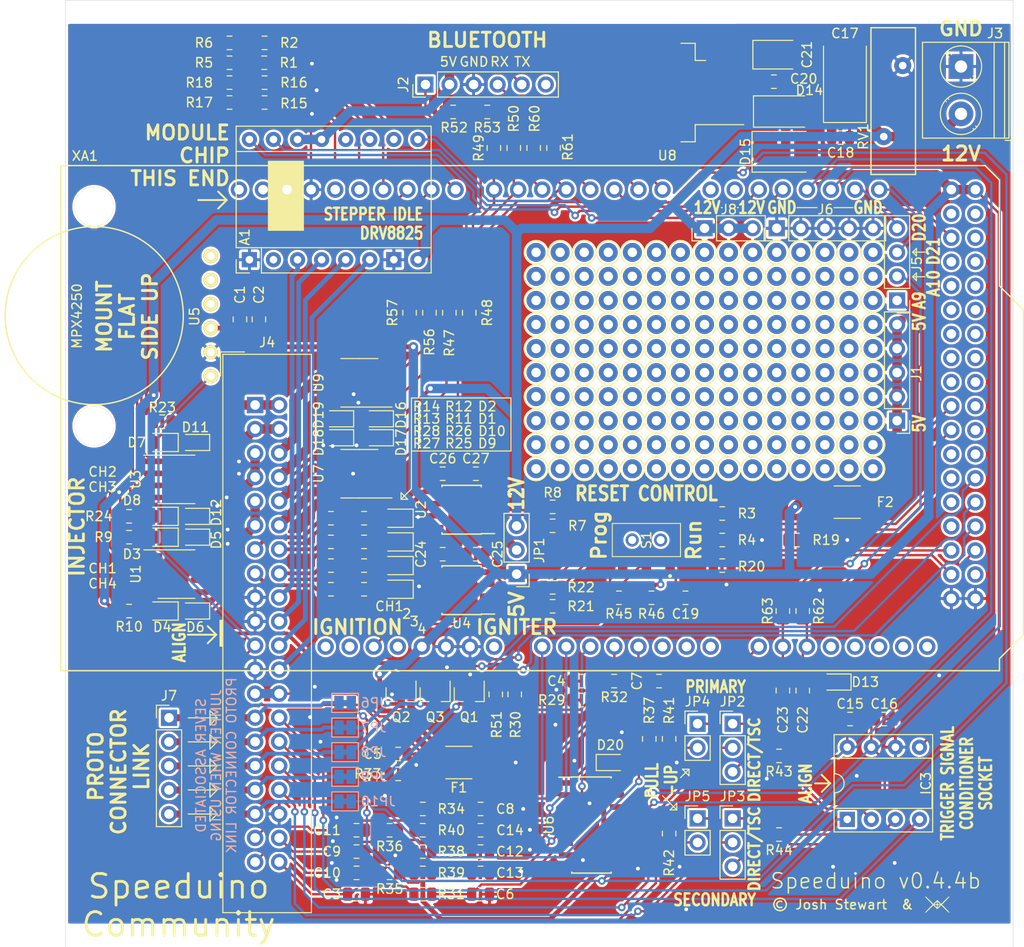
<source format=kicad_pcb>
(kicad_pcb (version 20171130) (host pcbnew "(5.1.4-0-10_14)")
  (layers (0 F.Cu signal) (31 B.Cu signal) (34 B.Paste user) (35 F.Paste user) (36 B.SilkS user) (37 F.SilkS user) (38 B.Mask user) (39 F.Mask user) (44 Edge.Cuts user))
  (net 0 "")
  (net 1 GND)
  (net 2 O2_Sensor)
  (net 3 "Net-(C4-Pad1)")
  (net 4 ADC-Clamp-4)
  (net 5 ADC-Clamp-5)
  (net 6 TPS_Sensor)
  (net 7 IAT_Sensor)
  (net 8 CLT_Sensor)
  (net 9 ADC-Clamp-3)
  (net 10 ADC-Clamp-1)
  (net 11 ADC-Clamp-2)
  (net 12 VDD)
  (net 13 12V-SW)
  (net 14 "Net-(D1-Pad2)")
  (net 15 "Net-(D2-Pad2)")
  (net 16 "Net-(D3-Pad2)")
  (net 17 "Net-(D3-Pad1)")
  (net 18 "Net-(D4-Pad1)")
  (net 19 "Net-(D4-Pad2)")
  (net 20 INJ-1-OUT)
  (net 21 INJ-2-OUT)
  (net 22 "Net-(D7-Pad2)")
  (net 23 "Net-(D8-Pad2)")
  (net 24 INJ-3-OUT)
  (net 25 INJ-4-OUT)
  (net 26 VRegIn)
  (net 27 IDLE-OUT)
  (net 28 BOOST-OUT)
  (net 29 MCU-D0)
  (net 30 MCU-D11)
  (net 31 MCU-D10)
  (net 32 "Net-(R5-Pad1)")
  (net 33 "Net-(R6-Pad1)")
  (net 34 "Net-(R7-Pad1)")
  (net 35 "Net-(R8-Pad1)")
  (net 36 "Net-(R11-Pad1)")
  (net 37 "Net-(R12-Pad1)")
  (net 38 IGN-1-OUT)
  (net 39 IGN-2-OUT)
  (net 40 MCU-D9)
  (net 41 MCU-D8)
  (net 42 "Net-(R17-Pad1)")
  (net 43 "Net-(R18-Pad1)")
  (net 44 MCU-D4)
  (net 45 "Net-(R48-Pad1)")
  (net 46 MCU-D49)
  (net 47 MCU-D1)
  (net 48 MCU-A10)
  (net 49 MCU-A9)
  (net 50 ADC-Clamp-6)
  (net 51 RESET)
  (net 52 MCU-D21)
  (net 53 MCU-D20)
  (net 54 MCU-D16)
  (net 55 MCU-D5)
  (net 56 MCU-D6)
  (net 57 MCU-D7)
  (net 58 MCU-D24)
  (net 59 MCU-D38)
  (net 60 MCU-D40)
  (net 61 MCU-D45)
  (net 62 MCU-D47)
  (net 63 MCU-D50)
  (net 64 MCU-D52)
  (net 65 "Net-(D10-Pad2)")
  (net 66 ADC-Clamp-10)
  (net 67 ADC-Clamp-8)
  (net 68 ADC-Clamp-9)
  (net 69 ADC-Clamp-13)
  (net 70 "Net-(C19-Pad1)")
  (net 71 "Net-(D11-Pad2)")
  (net 72 "Net-(D12-Pad2)")
  (net 73 "Net-(D9-Pad2)")
  (net 74 "Net-(J2-Pad5)")
  (net 75 "Net-(J5-Pad1)")
  (net 76 "Net-(J5-Pad2)")
  (net 77 "Net-(R21-Pad1)")
  (net 78 "Net-(R22-Pad1)")
  (net 79 "Net-(R25-Pad1)")
  (net 80 "Net-(R26-Pad1)")
  (net 81 IGN-3-OUT)
  (net 82 IGN-4-OUT)
  (net 83 "Net-(R45-Pad1)")
  (net 84 "Net-(R47-Pad1)")
  (net 85 "Net-(R56-Pad1)")
  (net 86 "Net-(R57-Pad1)")
  (net 87 MCU-D17)
  (net 88 MCU-D3)
  (net 89 STEP-A2)
  (net 90 STEP-A1)
  (net 91 STEP-B1)
  (net 92 STEP-B2)
  (net 93 Vdrive)
  (net 94 HC-2-OUT)
  (net 95 HC-1-OUT)
  (net 96 VR1-)
  (net 97 VR2-)
  (net 98 MAP-EXT)
  (net 99 TACHO-OUT)
  (net 100 "Net-(IC3-Pad2)")
  (net 101 "Net-(IC3-Pad3)")
  (net 102 PROTO-1)
  (net 103 PROTO-2)
  (net 104 PROTO-3)
  (net 105 CRANK-IN)
  (net 106 PROTO-4)
  (net 107 CAM-IN)
  (net 108 PROTO-5)
  (net 109 "Net-(JP2-Pad3)")
  (net 110 "Net-(JP3-Pad3)")
  (net 111 "Net-(JP4-Pad2)")
  (net 112 "Net-(JP5-Pad2)")
  (net 113 FAN-OUT)
  (net 114 FUELPUMP-OUT)
  (net 115 Clutch_in)
  (net 116 "Net-(A1-Pad2)")
  (net 117 "Net-(A1-Pad10)")
  (net 118 "Net-(A1-Pad11)")
  (net 119 "Net-(A1-Pad12)")
  (net 120 VDDA)
  (net 121 "Net-(J2-Pad6)")
  (net 122 "Net-(S1-Pad4)")
  (net 123 "Net-(S1-Pad5)")
  (net 124 "Net-(S1-Pad6)")
  (net 125 "Net-(U1-Pad4)")
  (net 126 "Net-(U1-Pad2)")
  (net 127 "Net-(U2-Pad8)")
  (net 128 "Net-(U2-Pad1)")
  (net 129 "Net-(U3-Pad4)")
  (net 130 "Net-(U3-Pad2)")
  (net 131 "Net-(U4-Pad1)")
  (net 132 "Net-(U4-Pad8)")
  (net 133 ADC-Clamp-7)
  (net 134 ADC-Clamp-11)
  (net 135 ADC-Clamp-12)
  (net 136 ADC-Clamp-14)
  (net 137 "Net-(U7-Pad4)")
  (net 138 "Net-(U7-Pad2)")
  (net 139 "Net-(U9-Pad4)")
  (net 140 "Net-(U9-Pad2)")
  (net 141 "Net-(XA1-PadVIN)")
  (net 142 "Net-(XA1-Pad3V3)")
  (net 143 "Net-(XA1-PadIORF)")
  (net 144 MCU-D15)
  (net 145 MCU-D14)
  (net 146 "Net-(XA1-PadSCL)")
  (net 147 "Net-(XA1-PadSDA)")
  (net 148 "Net-(XA1-PadAREF)")
  (net 149 MCU-D13)
  (net 150 MCU-D12)
  (net 151 MCU-A5)
  (net 152 MCU-A6)
  (net 153 MCU-A7)
  (net 154 "Net-(XA1-PadA11)")
  (net 155 "Net-(XA1-PadA12)")
  (net 156 "Net-(XA1-PadA13)")
  (net 157 "Net-(XA1-PadA14)")
  (net 158 "Net-(XA1-PadA15)")
  (net 159 MCU-D22)
  (net 160 MCU-D23)
  (net 161 MCU-D25)
  (net 162 MCU-D26)
  (net 163 MCU-D27)
  (net 164 MCU-D28)
  (net 165 MCU-D29)
  (net 166 MCU-D30)
  (net 167 MCU-D31)
  (net 168 MCU-D32)
  (net 169 MCU-D33)
  (net 170 MCU-D34)
  (net 171 MCU-D35)
  (net 172 MCU-D36)
  (net 173 MCU-D37)
  (net 174 MCU-D39)
  (net 175 MCU-D41)
  (net 176 MCU-D42)
  (net 177 MCU-D43)
  (net 178 MCU-D44)
  (net 179 MCU-D46)
  (net 180 MCU-D48)
  (net 181 MCU-D53)
  (net 182 "Net-(F2-Pad2)")
  (module "Misc:WTM logo_sml" (layer F.Cu) (at 202.5 132.5)
    (fp_text reference G*** hide)
    (fp_text value LOGO hide)
  )
  (module Connector_Pin:Pin_D1.0mm_L10.0mm (layer F.Cu) (at 195.715 86.48)
    (fp_text reference REF** hide)
    (fp_text value Pin_D1.0mm_L10.0mm)
    (pad 1 thru_hole circle (at 0 0) (size 2 2) (drill 1) (layers *.Cu *.Mask))
  )
  (module Connector_Pin:Pin_D1.0mm_L10.0mm (layer F.Cu) (at 193.175 86.48)
    (fp_text reference REF** hide)
    (fp_text value Pin_D1.0mm_L10.0mm)
    (pad 1 thru_hole circle (at 0 0) (size 2 2) (drill 1) (layers *.Cu *.Mask))
  )
  (module Connector_Pin:Pin_D1.0mm_L10.0mm (layer F.Cu) (at 190.635 86.48)
    (fp_text reference REF** hide)
    (fp_text value Pin_D1.0mm_L10.0mm)
    (pad 1 thru_hole circle (at 0 0) (size 2 2) (drill 1) (layers *.Cu *.Mask))
  )
  (module Connector_Pin:Pin_D1.0mm_L10.0mm (layer F.Cu) (at 188.095 86.48)
    (fp_text reference REF** hide)
    (fp_text value Pin_D1.0mm_L10.0mm)
    (pad 1 thru_hole circle (at 0 0) (size 2 2) (drill 1) (layers *.Cu *.Mask))
  )
  (module Connector_Pin:Pin_D1.0mm_L10.0mm (layer F.Cu) (at 185.555 86.48)
    (fp_text reference REF** hide)
    (fp_text value Pin_D1.0mm_L10.0mm)
    (pad 1 thru_hole circle (at 0 0) (size 2 2) (drill 1) (layers *.Cu *.Mask))
  )
  (module Connector_Pin:Pin_D1.0mm_L10.0mm (layer F.Cu) (at 183.015 86.48)
    (fp_text reference REF** hide)
    (fp_text value Pin_D1.0mm_L10.0mm)
    (pad 1 thru_hole circle (at 0 0) (size 2 2) (drill 1) (layers *.Cu *.Mask))
  )
  (module Connector_Pin:Pin_D1.0mm_L10.0mm (layer F.Cu) (at 180.475 86.48)
    (fp_text reference REF** hide)
    (fp_text value Pin_D1.0mm_L10.0mm)
    (pad 1 thru_hole circle (at 0 0) (size 2 2) (drill 1) (layers *.Cu *.Mask))
  )
  (module Connector_Pin:Pin_D1.0mm_L10.0mm (layer F.Cu) (at 177.935 86.48)
    (fp_text reference REF** hide)
    (fp_text value Pin_D1.0mm_L10.0mm)
    (pad 1 thru_hole circle (at 0 0) (size 2 2) (drill 1) (layers *.Cu *.Mask))
  )
  (module Connector_Pin:Pin_D1.0mm_L10.0mm (layer F.Cu) (at 175.395 86.48)
    (fp_text reference REF** hide)
    (fp_text value Pin_D1.0mm_L10.0mm)
    (pad 1 thru_hole circle (at 0 0) (size 2 2) (drill 1) (layers *.Cu *.Mask))
  )
  (module Connector_Pin:Pin_D1.0mm_L10.0mm (layer F.Cu) (at 172.855 86.48)
    (fp_text reference REF** hide)
    (fp_text value Pin_D1.0mm_L10.0mm)
    (pad 1 thru_hole circle (at 0 0) (size 2 2) (drill 1) (layers *.Cu *.Mask))
  )
  (module Connector_Pin:Pin_D1.0mm_L10.0mm (layer F.Cu) (at 170.315 86.48)
    (fp_text reference REF** hide)
    (fp_text value Pin_D1.0mm_L10.0mm)
    (pad 1 thru_hole circle (at 0 0) (size 2 2) (drill 1) (layers *.Cu *.Mask))
  )
  (module Connector_Pin:Pin_D1.0mm_L10.0mm (layer F.Cu) (at 167.775 86.48)
    (fp_text reference REF** hide)
    (fp_text value Pin_D1.0mm_L10.0mm)
    (pad 1 thru_hole circle (at 0 0) (size 2 2) (drill 1) (layers *.Cu *.Mask))
  )
  (module Connector_Pin:Pin_D1.0mm_L10.0mm (layer F.Cu) (at 165.235 86.48)
    (fp_text reference REF** hide)
    (fp_text value Pin_D1.0mm_L10.0mm)
    (pad 1 thru_hole circle (at 0 0) (size 2 2) (drill 1) (layers *.Cu *.Mask))
  )
  (module Connector_Pin:Pin_D1.0mm_L10.0mm (layer F.Cu) (at 162.695 86.48)
    (fp_text reference REF** hide)
    (fp_text value Pin_D1.0mm_L10.0mm)
    (pad 1 thru_hole circle (at 0 0) (size 2 2) (drill 1) (layers *.Cu *.Mask))
  )
  (module Connector_Pin:Pin_D1.0mm_L10.0mm (layer F.Cu) (at 160.155 86.48)
    (fp_text reference REF** hide)
    (fp_text value Pin_D1.0mm_L10.0mm)
    (pad 1 thru_hole circle (at 0 0) (size 2 2) (drill 1) (layers *.Cu *.Mask))
  )
  (module Connector_Pin:Pin_D1.0mm_L10.0mm (layer F.Cu) (at 195.715 83.94)
    (fp_text reference REF** hide)
    (fp_text value Pin_D1.0mm_L10.0mm)
    (pad 1 thru_hole circle (at 0 0) (size 2 2) (drill 1) (layers *.Cu *.Mask))
  )
  (module Connector_Pin:Pin_D1.0mm_L10.0mm (layer F.Cu) (at 193.175 83.94)
    (fp_text reference REF** hide)
    (fp_text value Pin_D1.0mm_L10.0mm)
    (pad 1 thru_hole circle (at 0 0) (size 2 2) (drill 1) (layers *.Cu *.Mask))
  )
  (module Connector_Pin:Pin_D1.0mm_L10.0mm (layer F.Cu) (at 190.635 83.94)
    (fp_text reference REF** hide)
    (fp_text value Pin_D1.0mm_L10.0mm)
    (pad 1 thru_hole circle (at 0 0) (size 2 2) (drill 1) (layers *.Cu *.Mask))
  )
  (module Connector_Pin:Pin_D1.0mm_L10.0mm (layer F.Cu) (at 188.095 83.94)
    (fp_text reference REF** hide)
    (fp_text value Pin_D1.0mm_L10.0mm)
    (pad 1 thru_hole circle (at 0 0) (size 2 2) (drill 1) (layers *.Cu *.Mask))
  )
  (module Connector_Pin:Pin_D1.0mm_L10.0mm (layer F.Cu) (at 185.555 83.94)
    (fp_text reference REF** hide)
    (fp_text value Pin_D1.0mm_L10.0mm)
    (pad 1 thru_hole circle (at 0 0) (size 2 2) (drill 1) (layers *.Cu *.Mask))
  )
  (module Connector_Pin:Pin_D1.0mm_L10.0mm (layer F.Cu) (at 183.015 83.94)
    (fp_text reference REF** hide)
    (fp_text value Pin_D1.0mm_L10.0mm)
    (pad 1 thru_hole circle (at 0 0) (size 2 2) (drill 1) (layers *.Cu *.Mask))
  )
  (module Connector_Pin:Pin_D1.0mm_L10.0mm (layer F.Cu) (at 180.475 83.94)
    (fp_text reference REF** hide)
    (fp_text value Pin_D1.0mm_L10.0mm)
    (pad 1 thru_hole circle (at 0 0) (size 2 2) (drill 1) (layers *.Cu *.Mask))
  )
  (module Connector_Pin:Pin_D1.0mm_L10.0mm (layer F.Cu) (at 177.935 83.94)
    (fp_text reference REF** hide)
    (fp_text value Pin_D1.0mm_L10.0mm)
    (pad 1 thru_hole circle (at 0 0) (size 2 2) (drill 1) (layers *.Cu *.Mask))
  )
  (module Connector_Pin:Pin_D1.0mm_L10.0mm (layer F.Cu) (at 175.395 83.94)
    (fp_text reference REF** hide)
    (fp_text value Pin_D1.0mm_L10.0mm)
    (pad 1 thru_hole circle (at 0 0) (size 2 2) (drill 1) (layers *.Cu *.Mask))
  )
  (module Connector_Pin:Pin_D1.0mm_L10.0mm (layer F.Cu) (at 172.855 83.94)
    (fp_text reference REF** hide)
    (fp_text value Pin_D1.0mm_L10.0mm)
    (pad 1 thru_hole circle (at 0 0) (size 2 2) (drill 1) (layers *.Cu *.Mask))
  )
  (module Connector_Pin:Pin_D1.0mm_L10.0mm (layer F.Cu) (at 170.315 83.94)
    (fp_text reference REF** hide)
    (fp_text value Pin_D1.0mm_L10.0mm)
    (pad 1 thru_hole circle (at 0 0) (size 2 2) (drill 1) (layers *.Cu *.Mask))
  )
  (module Connector_Pin:Pin_D1.0mm_L10.0mm (layer F.Cu) (at 167.775 83.94)
    (fp_text reference REF** hide)
    (fp_text value Pin_D1.0mm_L10.0mm)
    (pad 1 thru_hole circle (at 0 0) (size 2 2) (drill 1) (layers *.Cu *.Mask))
  )
  (module Connector_Pin:Pin_D1.0mm_L10.0mm (layer F.Cu) (at 165.235 83.94)
    (fp_text reference REF** hide)
    (fp_text value Pin_D1.0mm_L10.0mm)
    (pad 1 thru_hole circle (at 0 0) (size 2 2) (drill 1) (layers *.Cu *.Mask))
  )
  (module Connector_Pin:Pin_D1.0mm_L10.0mm (layer F.Cu) (at 162.695 83.94)
    (fp_text reference REF** hide)
    (fp_text value Pin_D1.0mm_L10.0mm)
    (pad 1 thru_hole circle (at 0 0) (size 2 2) (drill 1) (layers *.Cu *.Mask))
  )
  (module Connector_Pin:Pin_D1.0mm_L10.0mm (layer F.Cu) (at 160.155 83.94)
    (fp_text reference REF** hide)
    (fp_text value Pin_D1.0mm_L10.0mm)
    (pad 1 thru_hole circle (at 0 0) (size 2 2) (drill 1) (layers *.Cu *.Mask))
  )
  (module Connector_Pin:Pin_D1.0mm_L10.0mm (layer F.Cu) (at 195.715 81.4)
    (fp_text reference REF** hide)
    (fp_text value Pin_D1.0mm_L10.0mm)
    (pad 1 thru_hole circle (at 0 0) (size 2 2) (drill 1) (layers *.Cu *.Mask))
  )
  (module Connector_Pin:Pin_D1.0mm_L10.0mm (layer F.Cu) (at 193.175 81.4)
    (fp_text reference REF** hide)
    (fp_text value Pin_D1.0mm_L10.0mm)
    (pad 1 thru_hole circle (at 0 0) (size 2 2) (drill 1) (layers *.Cu *.Mask))
  )
  (module Connector_Pin:Pin_D1.0mm_L10.0mm (layer F.Cu) (at 190.635 81.4)
    (fp_text reference REF** hide)
    (fp_text value Pin_D1.0mm_L10.0mm)
    (pad 1 thru_hole circle (at 0 0) (size 2 2) (drill 1) (layers *.Cu *.Mask))
  )
  (module Connector_Pin:Pin_D1.0mm_L10.0mm (layer F.Cu) (at 188.095 81.4)
    (fp_text reference REF** hide)
    (fp_text value Pin_D1.0mm_L10.0mm)
    (pad 1 thru_hole circle (at 0 0) (size 2 2) (drill 1) (layers *.Cu *.Mask))
  )
  (module Connector_Pin:Pin_D1.0mm_L10.0mm (layer F.Cu) (at 185.555 81.4)
    (fp_text reference REF** hide)
    (fp_text value Pin_D1.0mm_L10.0mm)
    (pad 1 thru_hole circle (at 0 0) (size 2 2) (drill 1) (layers *.Cu *.Mask))
  )
  (module Connector_Pin:Pin_D1.0mm_L10.0mm (layer F.Cu) (at 183.015 81.4)
    (fp_text reference REF** hide)
    (fp_text value Pin_D1.0mm_L10.0mm)
    (pad 1 thru_hole circle (at 0 0) (size 2 2) (drill 1) (layers *.Cu *.Mask))
  )
  (module Connector_Pin:Pin_D1.0mm_L10.0mm (layer F.Cu) (at 180.475 81.4)
    (fp_text reference REF** hide)
    (fp_text value Pin_D1.0mm_L10.0mm)
    (pad 1 thru_hole circle (at 0 0) (size 2 2) (drill 1) (layers *.Cu *.Mask))
  )
  (module Connector_Pin:Pin_D1.0mm_L10.0mm (layer F.Cu) (at 177.935 81.4)
    (fp_text reference REF** hide)
    (fp_text value Pin_D1.0mm_L10.0mm)
    (pad 1 thru_hole circle (at 0 0) (size 2 2) (drill 1) (layers *.Cu *.Mask))
  )
  (module Connector_Pin:Pin_D1.0mm_L10.0mm (layer F.Cu) (at 175.395 81.4)
    (fp_text reference REF** hide)
    (fp_text value Pin_D1.0mm_L10.0mm)
    (pad 1 thru_hole circle (at 0 0) (size 2 2) (drill 1) (layers *.Cu *.Mask))
  )
  (module Connector_Pin:Pin_D1.0mm_L10.0mm (layer F.Cu) (at 172.855 81.4)
    (fp_text reference REF** hide)
    (fp_text value Pin_D1.0mm_L10.0mm)
    (pad 1 thru_hole circle (at 0 0) (size 2 2) (drill 1) (layers *.Cu *.Mask))
  )
  (module Connector_Pin:Pin_D1.0mm_L10.0mm (layer F.Cu) (at 170.315 81.4)
    (fp_text reference REF** hide)
    (fp_text value Pin_D1.0mm_L10.0mm)
    (pad 1 thru_hole circle (at 0 0) (size 2 2) (drill 1) (layers *.Cu *.Mask))
  )
  (module Connector_Pin:Pin_D1.0mm_L10.0mm (layer F.Cu) (at 167.775 81.4)
    (fp_text reference REF** hide)
    (fp_text value Pin_D1.0mm_L10.0mm)
    (pad 1 thru_hole circle (at 0 0) (size 2 2) (drill 1) (layers *.Cu *.Mask))
  )
  (module Connector_Pin:Pin_D1.0mm_L10.0mm (layer F.Cu) (at 165.235 81.4)
    (fp_text reference REF** hide)
    (fp_text value Pin_D1.0mm_L10.0mm)
    (pad 1 thru_hole circle (at 0 0) (size 2 2) (drill 1) (layers *.Cu *.Mask))
  )
  (module Connector_Pin:Pin_D1.0mm_L10.0mm (layer F.Cu) (at 162.695 81.4)
    (fp_text reference REF** hide)
    (fp_text value Pin_D1.0mm_L10.0mm)
    (pad 1 thru_hole circle (at 0 0) (size 2 2) (drill 1) (layers *.Cu *.Mask))
  )
  (module Connector_Pin:Pin_D1.0mm_L10.0mm (layer F.Cu) (at 160.155 81.4)
    (fp_text reference REF** hide)
    (fp_text value Pin_D1.0mm_L10.0mm)
    (pad 1 thru_hole circle (at 0 0) (size 2 2) (drill 1) (layers *.Cu *.Mask))
  )
  (module Connector_Pin:Pin_D1.0mm_L10.0mm (layer F.Cu) (at 195.715 78.86)
    (fp_text reference REF** hide)
    (fp_text value Pin_D1.0mm_L10.0mm)
    (pad 1 thru_hole circle (at 0 0) (size 2 2) (drill 1) (layers *.Cu *.Mask))
  )
  (module Connector_Pin:Pin_D1.0mm_L10.0mm (layer F.Cu) (at 193.175 78.86)
    (fp_text reference REF** hide)
    (fp_text value Pin_D1.0mm_L10.0mm)
    (pad 1 thru_hole circle (at 0 0) (size 2 2) (drill 1) (layers *.Cu *.Mask))
  )
  (module Connector_Pin:Pin_D1.0mm_L10.0mm (layer F.Cu) (at 190.635 78.86)
    (fp_text reference REF** hide)
    (fp_text value Pin_D1.0mm_L10.0mm)
    (pad 1 thru_hole circle (at 0 0) (size 2 2) (drill 1) (layers *.Cu *.Mask))
  )
  (module Connector_Pin:Pin_D1.0mm_L10.0mm (layer F.Cu) (at 188.095 78.86)
    (fp_text reference REF** hide)
    (fp_text value Pin_D1.0mm_L10.0mm)
    (pad 1 thru_hole circle (at 0 0) (size 2 2) (drill 1) (layers *.Cu *.Mask))
  )
  (module Connector_Pin:Pin_D1.0mm_L10.0mm (layer F.Cu) (at 185.555 78.86)
    (fp_text reference REF** hide)
    (fp_text value Pin_D1.0mm_L10.0mm)
    (pad 1 thru_hole circle (at 0 0) (size 2 2) (drill 1) (layers *.Cu *.Mask))
  )
  (module Connector_Pin:Pin_D1.0mm_L10.0mm (layer F.Cu) (at 183.015 78.86)
    (fp_text reference REF** hide)
    (fp_text value Pin_D1.0mm_L10.0mm)
    (pad 1 thru_hole circle (at 0 0) (size 2 2) (drill 1) (layers *.Cu *.Mask))
  )
  (module Connector_Pin:Pin_D1.0mm_L10.0mm (layer F.Cu) (at 180.475 78.86)
    (fp_text reference REF** hide)
    (fp_text value Pin_D1.0mm_L10.0mm)
    (pad 1 thru_hole circle (at 0 0) (size 2 2) (drill 1) (layers *.Cu *.Mask))
  )
  (module Connector_Pin:Pin_D1.0mm_L10.0mm (layer F.Cu) (at 177.935 78.86)
    (fp_text reference REF** hide)
    (fp_text value Pin_D1.0mm_L10.0mm)
    (pad 1 thru_hole circle (at 0 0) (size 2 2) (drill 1) (layers *.Cu *.Mask))
  )
  (module Connector_Pin:Pin_D1.0mm_L10.0mm (layer F.Cu) (at 175.395 78.86)
    (fp_text reference REF** hide)
    (fp_text value Pin_D1.0mm_L10.0mm)
    (pad 1 thru_hole circle (at 0 0) (size 2 2) (drill 1) (layers *.Cu *.Mask))
  )
  (module Connector_Pin:Pin_D1.0mm_L10.0mm (layer F.Cu) (at 172.855 78.86)
    (fp_text reference REF** hide)
    (fp_text value Pin_D1.0mm_L10.0mm)
    (pad 1 thru_hole circle (at 0 0) (size 2 2) (drill 1) (layers *.Cu *.Mask))
  )
  (module Connector_Pin:Pin_D1.0mm_L10.0mm (layer F.Cu) (at 170.315 78.86)
    (fp_text reference REF** hide)
    (fp_text value Pin_D1.0mm_L10.0mm)
    (pad 1 thru_hole circle (at 0 0) (size 2 2) (drill 1) (layers *.Cu *.Mask))
  )
  (module Connector_Pin:Pin_D1.0mm_L10.0mm (layer F.Cu) (at 167.775 78.86)
    (fp_text reference REF** hide)
    (fp_text value Pin_D1.0mm_L10.0mm)
    (pad 1 thru_hole circle (at 0 0) (size 2 2) (drill 1) (layers *.Cu *.Mask))
  )
  (module Connector_Pin:Pin_D1.0mm_L10.0mm (layer F.Cu) (at 165.235 78.86)
    (fp_text reference REF** hide)
    (fp_text value Pin_D1.0mm_L10.0mm)
    (pad 1 thru_hole circle (at 0 0) (size 2 2) (drill 1) (layers *.Cu *.Mask))
  )
  (module Connector_Pin:Pin_D1.0mm_L10.0mm (layer F.Cu) (at 162.695 78.86)
    (fp_text reference REF** hide)
    (fp_text value Pin_D1.0mm_L10.0mm)
    (pad 1 thru_hole circle (at 0 0) (size 2 2) (drill 1) (layers *.Cu *.Mask))
  )
  (module Connector_Pin:Pin_D1.0mm_L10.0mm (layer F.Cu) (at 160.155 78.86)
    (fp_text reference REF** hide)
    (fp_text value Pin_D1.0mm_L10.0mm)
    (pad 1 thru_hole circle (at 0 0) (size 2 2) (drill 1) (layers *.Cu *.Mask))
  )
  (module Connector_Pin:Pin_D1.0mm_L10.0mm (layer F.Cu) (at 195.715 76.32)
    (fp_text reference REF** hide)
    (fp_text value Pin_D1.0mm_L10.0mm)
    (pad 1 thru_hole circle (at 0 0) (size 2 2) (drill 1) (layers *.Cu *.Mask))
  )
  (module Connector_Pin:Pin_D1.0mm_L10.0mm (layer F.Cu) (at 193.175 76.32)
    (fp_text reference REF** hide)
    (fp_text value Pin_D1.0mm_L10.0mm)
    (pad 1 thru_hole circle (at 0 0) (size 2 2) (drill 1) (layers *.Cu *.Mask))
  )
  (module Connector_Pin:Pin_D1.0mm_L10.0mm (layer F.Cu) (at 190.635 76.32)
    (fp_text reference REF** hide)
    (fp_text value Pin_D1.0mm_L10.0mm)
    (pad 1 thru_hole circle (at 0 0) (size 2 2) (drill 1) (layers *.Cu *.Mask))
  )
  (module Connector_Pin:Pin_D1.0mm_L10.0mm (layer F.Cu) (at 188.095 76.32)
    (fp_text reference REF** hide)
    (fp_text value Pin_D1.0mm_L10.0mm)
    (pad 1 thru_hole circle (at 0 0) (size 2 2) (drill 1) (layers *.Cu *.Mask))
  )
  (module Connector_Pin:Pin_D1.0mm_L10.0mm (layer F.Cu) (at 185.555 76.32)
    (fp_text reference REF** hide)
    (fp_text value Pin_D1.0mm_L10.0mm)
    (pad 1 thru_hole circle (at 0 0) (size 2 2) (drill 1) (layers *.Cu *.Mask))
  )
  (module Connector_Pin:Pin_D1.0mm_L10.0mm (layer F.Cu) (at 183.015 76.32)
    (fp_text reference REF** hide)
    (fp_text value Pin_D1.0mm_L10.0mm)
    (pad 1 thru_hole circle (at 0 0) (size 2 2) (drill 1) (layers *.Cu *.Mask))
  )
  (module Connector_Pin:Pin_D1.0mm_L10.0mm (layer F.Cu) (at 180.475 76.32)
    (fp_text reference REF** hide)
    (fp_text value Pin_D1.0mm_L10.0mm)
    (pad 1 thru_hole circle (at 0 0) (size 2 2) (drill 1) (layers *.Cu *.Mask))
  )
  (module Connector_Pin:Pin_D1.0mm_L10.0mm (layer F.Cu) (at 177.935 76.32)
    (fp_text reference REF** hide)
    (fp_text value Pin_D1.0mm_L10.0mm)
    (pad 1 thru_hole circle (at 0 0) (size 2 2) (drill 1) (layers *.Cu *.Mask))
  )
  (module Connector_Pin:Pin_D1.0mm_L10.0mm (layer F.Cu) (at 175.395 76.32)
    (fp_text reference REF** hide)
    (fp_text value Pin_D1.0mm_L10.0mm)
    (pad 1 thru_hole circle (at 0 0) (size 2 2) (drill 1) (layers *.Cu *.Mask))
  )
  (module Connector_Pin:Pin_D1.0mm_L10.0mm (layer F.Cu) (at 172.855 76.32)
    (fp_text reference REF** hide)
    (fp_text value Pin_D1.0mm_L10.0mm)
    (pad 1 thru_hole circle (at 0 0) (size 2 2) (drill 1) (layers *.Cu *.Mask))
  )
  (module Connector_Pin:Pin_D1.0mm_L10.0mm (layer F.Cu) (at 170.315 76.32)
    (fp_text reference REF** hide)
    (fp_text value Pin_D1.0mm_L10.0mm)
    (pad 1 thru_hole circle (at 0 0) (size 2 2) (drill 1) (layers *.Cu *.Mask))
  )
  (module Connector_Pin:Pin_D1.0mm_L10.0mm (layer F.Cu) (at 167.775 76.32)
    (fp_text reference REF** hide)
    (fp_text value Pin_D1.0mm_L10.0mm)
    (pad 1 thru_hole circle (at 0 0) (size 2 2) (drill 1) (layers *.Cu *.Mask))
  )
  (module Connector_Pin:Pin_D1.0mm_L10.0mm (layer F.Cu) (at 165.235 76.32)
    (fp_text reference REF** hide)
    (fp_text value Pin_D1.0mm_L10.0mm)
    (pad 1 thru_hole circle (at 0 0) (size 2 2) (drill 1) (layers *.Cu *.Mask))
  )
  (module Connector_Pin:Pin_D1.0mm_L10.0mm (layer F.Cu) (at 162.695 76.32)
    (fp_text reference REF** hide)
    (fp_text value Pin_D1.0mm_L10.0mm)
    (pad 1 thru_hole circle (at 0 0) (size 2 2) (drill 1) (layers *.Cu *.Mask))
  )
  (module Connector_Pin:Pin_D1.0mm_L10.0mm (layer F.Cu) (at 160.155 76.32)
    (fp_text reference REF** hide)
    (fp_text value Pin_D1.0mm_L10.0mm)
    (pad 1 thru_hole circle (at 0 0) (size 2 2) (drill 1) (layers *.Cu *.Mask))
  )
  (module Connector_Pin:Pin_D1.0mm_L10.0mm (layer F.Cu) (at 195.715 73.78)
    (fp_text reference REF** hide)
    (fp_text value Pin_D1.0mm_L10.0mm)
    (pad 1 thru_hole circle (at 0 0) (size 2 2) (drill 1) (layers *.Cu *.Mask))
  )
  (module Connector_Pin:Pin_D1.0mm_L10.0mm (layer F.Cu) (at 193.175 73.78)
    (fp_text reference REF** hide)
    (fp_text value Pin_D1.0mm_L10.0mm)
    (pad 1 thru_hole circle (at 0 0) (size 2 2) (drill 1) (layers *.Cu *.Mask))
  )
  (module Connector_Pin:Pin_D1.0mm_L10.0mm (layer F.Cu) (at 190.635 73.78)
    (fp_text reference REF** hide)
    (fp_text value Pin_D1.0mm_L10.0mm)
    (pad 1 thru_hole circle (at 0 0) (size 2 2) (drill 1) (layers *.Cu *.Mask))
  )
  (module Connector_Pin:Pin_D1.0mm_L10.0mm (layer F.Cu) (at 188.095 73.78)
    (fp_text reference REF** hide)
    (fp_text value Pin_D1.0mm_L10.0mm)
    (pad 1 thru_hole circle (at 0 0) (size 2 2) (drill 1) (layers *.Cu *.Mask))
  )
  (module Connector_Pin:Pin_D1.0mm_L10.0mm (layer F.Cu) (at 185.555 73.78)
    (fp_text reference REF** hide)
    (fp_text value Pin_D1.0mm_L10.0mm)
    (pad 1 thru_hole circle (at 0 0) (size 2 2) (drill 1) (layers *.Cu *.Mask))
  )
  (module Connector_Pin:Pin_D1.0mm_L10.0mm (layer F.Cu) (at 183.015 73.78)
    (fp_text reference REF** hide)
    (fp_text value Pin_D1.0mm_L10.0mm)
    (pad 1 thru_hole circle (at 0 0) (size 2 2) (drill 1) (layers *.Cu *.Mask))
  )
  (module Connector_Pin:Pin_D1.0mm_L10.0mm (layer F.Cu) (at 180.475 73.78)
    (fp_text reference REF** hide)
    (fp_text value Pin_D1.0mm_L10.0mm)
    (pad 1 thru_hole circle (at 0 0) (size 2 2) (drill 1) (layers *.Cu *.Mask))
  )
  (module Connector_Pin:Pin_D1.0mm_L10.0mm (layer F.Cu) (at 177.935 73.78)
    (fp_text reference REF** hide)
    (fp_text value Pin_D1.0mm_L10.0mm)
    (pad 1 thru_hole circle (at 0 0) (size 2 2) (drill 1) (layers *.Cu *.Mask))
  )
  (module Connector_Pin:Pin_D1.0mm_L10.0mm (layer F.Cu) (at 175.395 73.78)
    (fp_text reference REF** hide)
    (fp_text value Pin_D1.0mm_L10.0mm)
    (pad 1 thru_hole circle (at 0 0) (size 2 2) (drill 1) (layers *.Cu *.Mask))
  )
  (module Connector_Pin:Pin_D1.0mm_L10.0mm (layer F.Cu) (at 172.855 73.78)
    (fp_text reference REF** hide)
    (fp_text value Pin_D1.0mm_L10.0mm)
    (pad 1 thru_hole circle (at 0 0) (size 2 2) (drill 1) (layers *.Cu *.Mask))
  )
  (module Connector_Pin:Pin_D1.0mm_L10.0mm (layer F.Cu) (at 170.315 73.78)
    (fp_text reference REF** hide)
    (fp_text value Pin_D1.0mm_L10.0mm)
    (pad 1 thru_hole circle (at 0 0) (size 2 2) (drill 1) (layers *.Cu *.Mask))
  )
  (module Connector_Pin:Pin_D1.0mm_L10.0mm (layer F.Cu) (at 167.775 73.78)
    (fp_text reference REF** hide)
    (fp_text value Pin_D1.0mm_L10.0mm)
    (pad 1 thru_hole circle (at 0 0) (size 2 2) (drill 1) (layers *.Cu *.Mask))
  )
  (module Connector_Pin:Pin_D1.0mm_L10.0mm (layer F.Cu) (at 165.235 73.78)
    (fp_text reference REF** hide)
    (fp_text value Pin_D1.0mm_L10.0mm)
    (pad 1 thru_hole circle (at 0 0) (size 2 2) (drill 1) (layers *.Cu *.Mask))
  )
  (module Connector_Pin:Pin_D1.0mm_L10.0mm (layer F.Cu) (at 162.695 73.78)
    (fp_text reference REF** hide)
    (fp_text value Pin_D1.0mm_L10.0mm)
    (pad 1 thru_hole circle (at 0 0) (size 2 2) (drill 1) (layers *.Cu *.Mask))
  )
  (module Connector_Pin:Pin_D1.0mm_L10.0mm (layer F.Cu) (at 160.155 73.78)
    (fp_text reference REF** hide)
    (fp_text value Pin_D1.0mm_L10.0mm)
    (pad 1 thru_hole circle (at 0 0) (size 2 2) (drill 1) (layers *.Cu *.Mask))
  )
  (module Connector_Pin:Pin_D1.0mm_L10.0mm (layer F.Cu) (at 195.715 71.24)
    (fp_text reference REF** hide)
    (fp_text value Pin_D1.0mm_L10.0mm)
    (pad 1 thru_hole circle (at 0 0) (size 2 2) (drill 1) (layers *.Cu *.Mask))
  )
  (module Connector_Pin:Pin_D1.0mm_L10.0mm (layer F.Cu) (at 193.175 71.24)
    (fp_text reference REF** hide)
    (fp_text value Pin_D1.0mm_L10.0mm)
    (pad 1 thru_hole circle (at 0 0) (size 2 2) (drill 1) (layers *.Cu *.Mask))
  )
  (module Connector_Pin:Pin_D1.0mm_L10.0mm (layer F.Cu) (at 190.635 71.24)
    (fp_text reference REF** hide)
    (fp_text value Pin_D1.0mm_L10.0mm)
    (pad 1 thru_hole circle (at 0 0) (size 2 2) (drill 1) (layers *.Cu *.Mask))
  )
  (module Connector_Pin:Pin_D1.0mm_L10.0mm (layer F.Cu) (at 188.095 71.24)
    (fp_text reference REF** hide)
    (fp_text value Pin_D1.0mm_L10.0mm)
    (pad 1 thru_hole circle (at 0 0) (size 2 2) (drill 1) (layers *.Cu *.Mask))
  )
  (module Connector_Pin:Pin_D1.0mm_L10.0mm (layer F.Cu) (at 185.555 71.24)
    (fp_text reference REF** hide)
    (fp_text value Pin_D1.0mm_L10.0mm)
    (pad 1 thru_hole circle (at 0 0) (size 2 2) (drill 1) (layers *.Cu *.Mask))
  )
  (module Connector_Pin:Pin_D1.0mm_L10.0mm (layer F.Cu) (at 183.015 71.24)
    (fp_text reference REF** hide)
    (fp_text value Pin_D1.0mm_L10.0mm)
    (pad 1 thru_hole circle (at 0 0) (size 2 2) (drill 1) (layers *.Cu *.Mask))
  )
  (module Connector_Pin:Pin_D1.0mm_L10.0mm (layer F.Cu) (at 180.475 71.24)
    (fp_text reference REF** hide)
    (fp_text value Pin_D1.0mm_L10.0mm)
    (pad 1 thru_hole circle (at 0 0) (size 2 2) (drill 1) (layers *.Cu *.Mask))
  )
  (module Connector_Pin:Pin_D1.0mm_L10.0mm (layer F.Cu) (at 177.935 71.24)
    (fp_text reference REF** hide)
    (fp_text value Pin_D1.0mm_L10.0mm)
    (pad 1 thru_hole circle (at 0 0) (size 2 2) (drill 1) (layers *.Cu *.Mask))
  )
  (module Connector_Pin:Pin_D1.0mm_L10.0mm (layer F.Cu) (at 175.395 71.24)
    (fp_text reference REF** hide)
    (fp_text value Pin_D1.0mm_L10.0mm)
    (pad 1 thru_hole circle (at 0 0) (size 2 2) (drill 1) (layers *.Cu *.Mask))
  )
  (module Connector_Pin:Pin_D1.0mm_L10.0mm (layer F.Cu) (at 172.855 71.24)
    (fp_text reference REF** hide)
    (fp_text value Pin_D1.0mm_L10.0mm)
    (pad 1 thru_hole circle (at 0 0) (size 2 2) (drill 1) (layers *.Cu *.Mask))
  )
  (module Connector_Pin:Pin_D1.0mm_L10.0mm (layer F.Cu) (at 170.315 71.24)
    (fp_text reference REF** hide)
    (fp_text value Pin_D1.0mm_L10.0mm)
    (pad 1 thru_hole circle (at 0 0) (size 2 2) (drill 1) (layers *.Cu *.Mask))
  )
  (module Connector_Pin:Pin_D1.0mm_L10.0mm (layer F.Cu) (at 167.775 71.24)
    (fp_text reference REF** hide)
    (fp_text value Pin_D1.0mm_L10.0mm)
    (pad 1 thru_hole circle (at 0 0) (size 2 2) (drill 1) (layers *.Cu *.Mask))
  )
  (module Connector_Pin:Pin_D1.0mm_L10.0mm (layer F.Cu) (at 165.235 71.24)
    (fp_text reference REF** hide)
    (fp_text value Pin_D1.0mm_L10.0mm)
    (pad 1 thru_hole circle (at 0 0) (size 2 2) (drill 1) (layers *.Cu *.Mask))
  )
  (module Connector_Pin:Pin_D1.0mm_L10.0mm (layer F.Cu) (at 162.695 71.24)
    (fp_text reference REF** hide)
    (fp_text value Pin_D1.0mm_L10.0mm)
    (pad 1 thru_hole circle (at 0 0) (size 2 2) (drill 1) (layers *.Cu *.Mask))
  )
  (module Connector_Pin:Pin_D1.0mm_L10.0mm (layer F.Cu) (at 160.155 71.24)
    (fp_text reference REF** hide)
    (fp_text value Pin_D1.0mm_L10.0mm)
    (pad 1 thru_hole circle (at 0 0) (size 2 2) (drill 1) (layers *.Cu *.Mask))
  )
  (module Connector_Pin:Pin_D1.0mm_L10.0mm (layer F.Cu) (at 195.715 68.7)
    (fp_text reference REF** hide)
    (fp_text value Pin_D1.0mm_L10.0mm)
    (pad 1 thru_hole circle (at 0 0) (size 2 2) (drill 1) (layers *.Cu *.Mask))
  )
  (module Connector_Pin:Pin_D1.0mm_L10.0mm (layer F.Cu) (at 193.175 68.7)
    (fp_text reference REF** hide)
    (fp_text value Pin_D1.0mm_L10.0mm)
    (pad 1 thru_hole circle (at 0 0) (size 2 2) (drill 1) (layers *.Cu *.Mask))
  )
  (module Connector_Pin:Pin_D1.0mm_L10.0mm (layer F.Cu) (at 190.635 68.7)
    (fp_text reference REF** hide)
    (fp_text value Pin_D1.0mm_L10.0mm)
    (pad 1 thru_hole circle (at 0 0) (size 2 2) (drill 1) (layers *.Cu *.Mask))
  )
  (module Connector_Pin:Pin_D1.0mm_L10.0mm (layer F.Cu) (at 188.095 68.7)
    (fp_text reference REF** hide)
    (fp_text value Pin_D1.0mm_L10.0mm)
    (pad 1 thru_hole circle (at 0 0) (size 2 2) (drill 1) (layers *.Cu *.Mask))
  )
  (module Connector_Pin:Pin_D1.0mm_L10.0mm (layer F.Cu) (at 185.555 68.7)
    (fp_text reference REF** hide)
    (fp_text value Pin_D1.0mm_L10.0mm)
    (pad 1 thru_hole circle (at 0 0) (size 2 2) (drill 1) (layers *.Cu *.Mask))
  )
  (module Connector_Pin:Pin_D1.0mm_L10.0mm (layer F.Cu) (at 183.015 68.7)
    (fp_text reference REF** hide)
    (fp_text value Pin_D1.0mm_L10.0mm)
    (pad 1 thru_hole circle (at 0 0) (size 2 2) (drill 1) (layers *.Cu *.Mask))
  )
  (module Connector_Pin:Pin_D1.0mm_L10.0mm (layer F.Cu) (at 180.475 68.7)
    (fp_text reference REF** hide)
    (fp_text value Pin_D1.0mm_L10.0mm)
    (pad 1 thru_hole circle (at 0 0) (size 2 2) (drill 1) (layers *.Cu *.Mask))
  )
  (module Connector_Pin:Pin_D1.0mm_L10.0mm (layer F.Cu) (at 177.935 68.7)
    (fp_text reference REF** hide)
    (fp_text value Pin_D1.0mm_L10.0mm)
    (pad 1 thru_hole circle (at 0 0) (size 2 2) (drill 1) (layers *.Cu *.Mask))
  )
  (module Connector_Pin:Pin_D1.0mm_L10.0mm (layer F.Cu) (at 175.395 68.7)
    (fp_text reference REF** hide)
    (fp_text value Pin_D1.0mm_L10.0mm)
    (pad 1 thru_hole circle (at 0 0) (size 2 2) (drill 1) (layers *.Cu *.Mask))
  )
  (module Connector_Pin:Pin_D1.0mm_L10.0mm (layer F.Cu) (at 172.855 68.7)
    (fp_text reference REF** hide)
    (fp_text value Pin_D1.0mm_L10.0mm)
    (pad 1 thru_hole circle (at 0 0) (size 2 2) (drill 1) (layers *.Cu *.Mask))
  )
  (module Connector_Pin:Pin_D1.0mm_L10.0mm (layer F.Cu) (at 170.315 68.7)
    (fp_text reference REF** hide)
    (fp_text value Pin_D1.0mm_L10.0mm)
    (pad 1 thru_hole circle (at 0 0) (size 2 2) (drill 1) (layers *.Cu *.Mask))
  )
  (module Connector_Pin:Pin_D1.0mm_L10.0mm (layer F.Cu) (at 167.775 68.7)
    (fp_text reference REF** hide)
    (fp_text value Pin_D1.0mm_L10.0mm)
    (pad 1 thru_hole circle (at 0 0) (size 2 2) (drill 1) (layers *.Cu *.Mask))
  )
  (module Connector_Pin:Pin_D1.0mm_L10.0mm (layer F.Cu) (at 165.235 68.7)
    (fp_text reference REF** hide)
    (fp_text value Pin_D1.0mm_L10.0mm)
    (pad 1 thru_hole circle (at 0 0) (size 2 2) (drill 1) (layers *.Cu *.Mask))
  )
  (module Connector_Pin:Pin_D1.0mm_L10.0mm (layer F.Cu) (at 162.695 68.7)
    (fp_text reference REF** hide)
    (fp_text value Pin_D1.0mm_L10.0mm)
    (pad 1 thru_hole circle (at 0 0) (size 2 2) (drill 1) (layers *.Cu *.Mask))
  )
  (module Connector_Pin:Pin_D1.0mm_L10.0mm (layer F.Cu) (at 160.155 68.7)
    (fp_text reference REF** hide)
    (fp_text value Pin_D1.0mm_L10.0mm)
    (pad 1 thru_hole circle (at 0 0) (size 2 2) (drill 1) (layers *.Cu *.Mask))
  )
  (module Connector_Pin:Pin_D1.0mm_L10.0mm (layer F.Cu) (at 195.715 66.16)
    (fp_text reference REF** hide)
    (fp_text value Pin_D1.0mm_L10.0mm)
    (pad 1 thru_hole circle (at 0 0) (size 2 2) (drill 1) (layers *.Cu *.Mask))
  )
  (module Connector_Pin:Pin_D1.0mm_L10.0mm (layer F.Cu) (at 193.175 66.16)
    (fp_text reference REF** hide)
    (fp_text value Pin_D1.0mm_L10.0mm)
    (pad 1 thru_hole circle (at 0 0) (size 2 2) (drill 1) (layers *.Cu *.Mask))
  )
  (module Connector_Pin:Pin_D1.0mm_L10.0mm (layer F.Cu) (at 190.635 66.16)
    (fp_text reference REF** hide)
    (fp_text value Pin_D1.0mm_L10.0mm)
    (pad 1 thru_hole circle (at 0 0) (size 2 2) (drill 1) (layers *.Cu *.Mask))
  )
  (module Connector_Pin:Pin_D1.0mm_L10.0mm (layer F.Cu) (at 188.095 66.16)
    (fp_text reference REF** hide)
    (fp_text value Pin_D1.0mm_L10.0mm)
    (pad 1 thru_hole circle (at 0 0) (size 2 2) (drill 1) (layers *.Cu *.Mask))
  )
  (module Connector_Pin:Pin_D1.0mm_L10.0mm (layer F.Cu) (at 185.555 66.16)
    (fp_text reference REF** hide)
    (fp_text value Pin_D1.0mm_L10.0mm)
    (pad 1 thru_hole circle (at 0 0) (size 2 2) (drill 1) (layers *.Cu *.Mask))
  )
  (module Connector_Pin:Pin_D1.0mm_L10.0mm (layer F.Cu) (at 183.015 66.16)
    (fp_text reference REF** hide)
    (fp_text value Pin_D1.0mm_L10.0mm)
    (pad 1 thru_hole circle (at 0 0) (size 2 2) (drill 1) (layers *.Cu *.Mask))
  )
  (module Connector_Pin:Pin_D1.0mm_L10.0mm (layer F.Cu) (at 180.475 66.16)
    (fp_text reference REF** hide)
    (fp_text value Pin_D1.0mm_L10.0mm)
    (pad 1 thru_hole circle (at 0 0) (size 2 2) (drill 1) (layers *.Cu *.Mask))
  )
  (module Connector_Pin:Pin_D1.0mm_L10.0mm (layer F.Cu) (at 177.935 66.16)
    (fp_text reference REF** hide)
    (fp_text value Pin_D1.0mm_L10.0mm)
    (pad 1 thru_hole circle (at 0 0) (size 2 2) (drill 1) (layers *.Cu *.Mask))
  )
  (module Connector_Pin:Pin_D1.0mm_L10.0mm (layer F.Cu) (at 175.395 66.16)
    (fp_text reference REF** hide)
    (fp_text value Pin_D1.0mm_L10.0mm)
    (pad 1 thru_hole circle (at 0 0) (size 2 2) (drill 1) (layers *.Cu *.Mask))
  )
  (module Connector_Pin:Pin_D1.0mm_L10.0mm (layer F.Cu) (at 172.855 66.16)
    (fp_text reference REF** hide)
    (fp_text value Pin_D1.0mm_L10.0mm)
    (pad 1 thru_hole circle (at 0 0) (size 2 2) (drill 1) (layers *.Cu *.Mask))
  )
  (module Connector_Pin:Pin_D1.0mm_L10.0mm (layer F.Cu) (at 170.315 66.16)
    (fp_text reference REF** hide)
    (fp_text value Pin_D1.0mm_L10.0mm)
    (pad 1 thru_hole circle (at 0 0) (size 2 2) (drill 1) (layers *.Cu *.Mask))
  )
  (module Connector_Pin:Pin_D1.0mm_L10.0mm (layer F.Cu) (at 167.775 66.16)
    (fp_text reference REF** hide)
    (fp_text value Pin_D1.0mm_L10.0mm)
    (pad 1 thru_hole circle (at 0 0) (size 2 2) (drill 1) (layers *.Cu *.Mask))
  )
  (module Connector_Pin:Pin_D1.0mm_L10.0mm (layer F.Cu) (at 165.235 66.16)
    (fp_text reference REF** hide)
    (fp_text value Pin_D1.0mm_L10.0mm)
    (pad 1 thru_hole circle (at 0 0) (size 2 2) (drill 1) (layers *.Cu *.Mask))
  )
  (module Connector_Pin:Pin_D1.0mm_L10.0mm (layer F.Cu) (at 162.695 66.16)
    (fp_text reference REF** hide)
    (fp_text value Pin_D1.0mm_L10.0mm)
    (pad 1 thru_hole circle (at 0 0) (size 2 2) (drill 1) (layers *.Cu *.Mask))
  )
  (module Connector_Pin:Pin_D1.0mm_L10.0mm (layer F.Cu) (at 160.155 66.16)
    (fp_text reference REF** hide)
    (fp_text value Pin_D1.0mm_L10.0mm)
    (pad 1 thru_hole circle (at 0 0) (size 2 2) (drill 1) (layers *.Cu *.Mask))
  )
  (module Connector_Pin:Pin_D1.0mm_L10.0mm (layer F.Cu) (at 195.715 63.62)
    (fp_text reference REF** hide)
    (fp_text value Pin_D1.0mm_L10.0mm)
    (pad 1 thru_hole circle (at 0 0) (size 2 2) (drill 1) (layers *.Cu *.Mask))
  )
  (module Connector_Pin:Pin_D1.0mm_L10.0mm (layer F.Cu) (at 193.175 63.62)
    (fp_text reference REF** hide)
    (fp_text value Pin_D1.0mm_L10.0mm)
    (pad 1 thru_hole circle (at 0 0) (size 2 2) (drill 1) (layers *.Cu *.Mask))
  )
  (module Connector_Pin:Pin_D1.0mm_L10.0mm (layer F.Cu) (at 190.635 63.62)
    (fp_text reference REF** hide)
    (fp_text value Pin_D1.0mm_L10.0mm)
    (pad 1 thru_hole circle (at 0 0) (size 2 2) (drill 1) (layers *.Cu *.Mask))
  )
  (module Connector_Pin:Pin_D1.0mm_L10.0mm (layer F.Cu) (at 188.095 63.62)
    (fp_text reference REF** hide)
    (fp_text value Pin_D1.0mm_L10.0mm)
    (pad 1 thru_hole circle (at 0 0) (size 2 2) (drill 1) (layers *.Cu *.Mask))
  )
  (module Connector_Pin:Pin_D1.0mm_L10.0mm (layer F.Cu) (at 185.555 63.62)
    (fp_text reference REF** hide)
    (fp_text value Pin_D1.0mm_L10.0mm)
    (pad 1 thru_hole circle (at 0 0) (size 2 2) (drill 1) (layers *.Cu *.Mask))
  )
  (module Connector_Pin:Pin_D1.0mm_L10.0mm (layer F.Cu) (at 183.015 63.62)
    (fp_text reference REF** hide)
    (fp_text value Pin_D1.0mm_L10.0mm)
    (pad 1 thru_hole circle (at 0 0) (size 2 2) (drill 1) (layers *.Cu *.Mask))
  )
  (module Connector_Pin:Pin_D1.0mm_L10.0mm (layer F.Cu) (at 180.475 63.62)
    (fp_text reference REF** hide)
    (fp_text value Pin_D1.0mm_L10.0mm)
    (pad 1 thru_hole circle (at 0 0) (size 2 2) (drill 1) (layers *.Cu *.Mask))
  )
  (module Connector_Pin:Pin_D1.0mm_L10.0mm (layer F.Cu) (at 177.935 63.62)
    (fp_text reference REF** hide)
    (fp_text value Pin_D1.0mm_L10.0mm)
    (pad 1 thru_hole circle (at 0 0) (size 2 2) (drill 1) (layers *.Cu *.Mask))
  )
  (module Connector_Pin:Pin_D1.0mm_L10.0mm (layer F.Cu) (at 175.395 63.62)
    (fp_text reference REF** hide)
    (fp_text value Pin_D1.0mm_L10.0mm)
    (pad 1 thru_hole circle (at 0 0) (size 2 2) (drill 1) (layers *.Cu *.Mask))
  )
  (module Connector_Pin:Pin_D1.0mm_L10.0mm (layer F.Cu) (at 172.855 63.62)
    (fp_text reference REF** hide)
    (fp_text value Pin_D1.0mm_L10.0mm)
    (pad 1 thru_hole circle (at 0 0) (size 2 2) (drill 1) (layers *.Cu *.Mask))
  )
  (module Connector_Pin:Pin_D1.0mm_L10.0mm (layer F.Cu) (at 170.315 63.62)
    (fp_text reference REF** hide)
    (fp_text value Pin_D1.0mm_L10.0mm)
    (pad 1 thru_hole circle (at 0 0) (size 2 2) (drill 1) (layers *.Cu *.Mask))
  )
  (module Connector_Pin:Pin_D1.0mm_L10.0mm (layer F.Cu) (at 167.775 63.62)
    (fp_text reference REF** hide)
    (fp_text value Pin_D1.0mm_L10.0mm)
    (pad 1 thru_hole circle (at 0 0) (size 2 2) (drill 1) (layers *.Cu *.Mask))
  )
  (module Connector_Pin:Pin_D1.0mm_L10.0mm (layer F.Cu) (at 165.235 63.62)
    (fp_text reference REF** hide)
    (fp_text value Pin_D1.0mm_L10.0mm)
    (pad 1 thru_hole circle (at 0 0) (size 2 2) (drill 1) (layers *.Cu *.Mask))
  )
  (module Connector_Pin:Pin_D1.0mm_L10.0mm (layer F.Cu) (at 162.695 63.62)
    (fp_text reference REF** hide)
    (fp_text value Pin_D1.0mm_L10.0mm)
    (pad 1 thru_hole circle (at 0 0) (size 2 2) (drill 1) (layers *.Cu *.Mask))
  )
  (module Connector_Pin:Pin_D1.0mm_L10.0mm (layer F.Cu) (at 160.155 63.62)
    (fp_text reference REF** hide)
    (fp_text value Pin_D1.0mm_L10.0mm)
    (pad 1 thru_hole circle (at 0 0) (size 2 2) (drill 1) (layers *.Cu *.Mask))
  )
  (module Connector_PinHeader_2.54mm:PinHeader_1x03_P2.54mm_Vertical (layer F.Cu) (at 177.935 61.08 90)
    (fp_text reference J8 (at 1.98 2.565 180) (layer F.SilkS))
    (fp_text value Conn_01x03)
    (pad 3 thru_hole oval (at 0 5.08 90) (size 1.7 1.7) (drill 1) (layers *.Cu *.Mask) (net 13 12V-SW))
    (pad 2 thru_hole oval (at 0 2.54 90) (size 1.7 1.7) (drill 1) (layers *.Cu *.Mask) (net 13 12V-SW))
    (pad 1 thru_hole rect (at 0 0 90) (size 1.7 1.7) (drill 1) (layers *.Cu *.Mask) (net 13 12V-SW))
  )
  (module Connector_PinHeader_2.54mm:PinHeader_1x05_P2.54mm_Vertical (layer F.Cu) (at 121.412 112.776)
    (fp_text reference J7 (at 0 -2.33) (layer F.SilkS))
    (fp_text value Conn_01x05)
    (pad 5 thru_hole oval (at 0 10.16) (size 1.7 1.7) (drill 1) (layers *.Cu *.Mask) (net 108 PROTO-5))
    (pad 4 thru_hole oval (at 0 7.62) (size 1.7 1.7) (drill 1) (layers *.Cu *.Mask) (net 106 PROTO-4))
    (pad 3 thru_hole oval (at 0 5.08) (size 1.7 1.7) (drill 1) (layers *.Cu *.Mask) (net 104 PROTO-3))
    (pad 2 thru_hole oval (at 0 2.54) (size 1.7 1.7) (drill 1) (layers *.Cu *.Mask) (net 103 PROTO-2))
    (pad 1 thru_hole rect (at 0 0) (size 1.7 1.7) (drill 1) (layers *.Cu *.Mask) (net 102 PROTO-1))
  )
  (module Connector_PinHeader_2.54mm:PinHeader_1x06_P2.54mm_Vertical (layer F.Cu) (at 148.48 45.9 90)
    (fp_text reference J2 (at 0 -2.33 90) (layer F.SilkS))
    (fp_text value Conn_01x06)
    (pad 6 thru_hole oval (at 0 12.7 90) (size 1.7 1.7) (drill 1) (layers *.Cu *.Mask) (net 121 "Net-(J2-Pad6)"))
    (pad 5 thru_hole oval (at 0 10.16 90) (size 1.7 1.7) (drill 1) (layers *.Cu *.Mask) (net 74 "Net-(J2-Pad5)"))
    (pad 4 thru_hole oval (at 0 7.62 90) (size 1.7 1.7) (drill 1) (layers *.Cu *.Mask) (net 29 MCU-D0))
    (pad 3 thru_hole oval (at 0 5.08 90) (size 1.7 1.7) (drill 1) (layers *.Cu *.Mask) (net 1 GND))
    (pad 2 thru_hole oval (at 0 2.54 90) (size 1.7 1.7) (drill 1) (layers *.Cu *.Mask) (net 12 VDD))
    (pad 1 thru_hole rect (at 0 0 90) (size 1.7 1.7) (drill 1) (layers *.Cu *.Mask) (net 88 MCU-D3))
  )
  (module Resistor_SMD:R_0805_2012Metric (layer F.Cu) (at 179.8 96.7 180)
    (fp_text reference R20 (at -3.1 -0.1 180) (layer F.SilkS))
    (fp_text value 100k)
    (pad 2 smd roundrect (at 0.9375 0 180) (size 0.975 1.4) (layers F.Cu F.Paste F.Mask) (net 64 MCU-D52))
    (pad 1 smd roundrect (at -0.9375 0 180) (size 0.975 1.4) (layers F.Cu F.Paste F.Mask) (net 1 GND))
  )
  (module Resistor_SMD:R_0805_2012Metric (layer F.Cu) (at 179.8 91.2)
    (fp_text reference R3 (at 2.6 0 180) (layer F.SilkS))
    (fp_text value 100k)
    (pad 1 smd roundrect (at -0.9375 0) (size 0.975 1.4) (layers F.Cu F.Paste F.Mask) (net 59 MCU-D38))
    (pad 2 smd roundrect (at 0.9375 0) (size 0.975 1.4) (layers F.Cu F.Paste F.Mask) (net 1 GND))
  )
  (module Package_SO:SOIC-8_3.9x4.9mm_P1.27mm (layer F.Cu) (at 141.5 77.4 180)
    (fp_text reference U9 (at 4.3 0 90) (layer F.SilkS))
    (fp_text value VNLD5090)
    (pad 8 smd roundrect (at 2.475 -1.905 180) (size 1.95 0.6) (layers F.Cu F.Paste F.Mask) (net 27 IDLE-OUT))
    (pad 7 smd roundrect (at 2.475 -0.635 180) (size 1.95 0.6) (layers F.Cu F.Paste F.Mask) (net 1 GND))
    (pad 6 smd roundrect (at 2.475 0.635 180) (size 1.95 0.6) (layers F.Cu F.Paste F.Mask) (net 94 HC-2-OUT))
    (pad 5 smd roundrect (at 2.475 1.905 180) (size 1.95 0.6) (layers F.Cu F.Paste F.Mask) (net 1 GND))
    (pad 4 smd roundrect (at -2.475 1.905 180) (size 1.95 0.6) (layers F.Cu F.Paste F.Mask) (net 139 "Net-(U9-Pad4)"))
    (pad 3 smd roundrect (at -2.475 0.635 180) (size 1.95 0.6) (layers F.Cu F.Paste F.Mask) (net 86 "Net-(R57-Pad1)"))
    (pad 2 smd roundrect (at -2.475 -0.635 180) (size 1.95 0.6) (layers F.Cu F.Paste F.Mask) (net 140 "Net-(U9-Pad2)"))
    (pad 1 smd roundrect (at -2.475 -1.905 180) (size 1.95 0.6) (layers F.Cu F.Paste F.Mask) (net 85 "Net-(R56-Pad1)"))
  )
  (module Package_SO:SOIC-8_3.9x4.9mm_P1.27mm (layer F.Cu) (at 141.5 87 180)
    (fp_text reference U7 (at 4.3 0 90) (layer F.SilkS))
    (fp_text value VNLD5090)
    (pad 8 smd roundrect (at 2.475 -1.905 180) (size 1.95 0.6) (layers F.Cu F.Paste F.Mask) (net 28 BOOST-OUT))
    (pad 7 smd roundrect (at 2.475 -0.635 180) (size 1.95 0.6) (layers F.Cu F.Paste F.Mask) (net 1 GND))
    (pad 6 smd roundrect (at 2.475 0.635 180) (size 1.95 0.6) (layers F.Cu F.Paste F.Mask) (net 95 HC-1-OUT))
    (pad 5 smd roundrect (at 2.475 1.905 180) (size 1.95 0.6) (layers F.Cu F.Paste F.Mask) (net 1 GND))
    (pad 4 smd roundrect (at -2.475 1.905 180) (size 1.95 0.6) (layers F.Cu F.Paste F.Mask) (net 137 "Net-(U7-Pad4)"))
    (pad 3 smd roundrect (at -2.475 0.635 180) (size 1.95 0.6) (layers F.Cu F.Paste F.Mask) (net 45 "Net-(R48-Pad1)"))
    (pad 2 smd roundrect (at -2.475 -0.635 180) (size 1.95 0.6) (layers F.Cu F.Paste F.Mask) (net 138 "Net-(U7-Pad2)"))
    (pad 1 smd roundrect (at -2.475 -1.905 180) (size 1.95 0.6) (layers F.Cu F.Paste F.Mask) (net 84 "Net-(R47-Pad1)"))
  )
  (module Package_SO:SOIC-8_3.9x4.9mm_P1.27mm (layer F.Cu) (at 122.2 87.6)
    (fp_text reference U3 (at -4.3 0 90) (layer F.SilkS))
    (fp_text value VNLD5090)
    (pad 8 smd roundrect (at 2.475 -1.905) (size 1.95 0.6) (layers F.Cu F.Paste F.Mask) (net 21 INJ-2-OUT))
    (pad 7 smd roundrect (at 2.475 -0.635) (size 1.95 0.6) (layers F.Cu F.Paste F.Mask) (net 1 GND))
    (pad 6 smd roundrect (at 2.475 0.635) (size 1.95 0.6) (layers F.Cu F.Paste F.Mask) (net 24 INJ-3-OUT))
    (pad 5 smd roundrect (at 2.475 1.905) (size 1.95 0.6) (layers F.Cu F.Paste F.Mask) (net 1 GND))
    (pad 4 smd roundrect (at -2.475 1.905) (size 1.95 0.6) (layers F.Cu F.Paste F.Mask) (net 129 "Net-(U3-Pad4)"))
    (pad 3 smd roundrect (at -2.475 0.635) (size 1.95 0.6) (layers F.Cu F.Paste F.Mask) (net 43 "Net-(R18-Pad1)"))
    (pad 2 smd roundrect (at -2.475 -0.635) (size 1.95 0.6) (layers F.Cu F.Paste F.Mask) (net 130 "Net-(U3-Pad2)"))
    (pad 1 smd roundrect (at -2.475 -1.905) (size 1.95 0.6) (layers F.Cu F.Paste F.Mask) (net 42 "Net-(R17-Pad1)"))
  )
  (module Package_SO:SOIC-8_3.9x4.9mm_P1.27mm (layer F.Cu) (at 122.2 97.6)
    (fp_text reference U1 (at -4.3 0 90) (layer F.SilkS))
    (fp_text value VNLD5090)
    (pad 8 smd roundrect (at 2.475 -1.905) (size 1.95 0.6) (layers F.Cu F.Paste F.Mask) (net 20 INJ-1-OUT))
    (pad 7 smd roundrect (at 2.475 -0.635) (size 1.95 0.6) (layers F.Cu F.Paste F.Mask) (net 1 GND))
    (pad 6 smd roundrect (at 2.475 0.635) (size 1.95 0.6) (layers F.Cu F.Paste F.Mask) (net 25 INJ-4-OUT))
    (pad 5 smd roundrect (at 2.475 1.905) (size 1.95 0.6) (layers F.Cu F.Paste F.Mask) (net 1 GND))
    (pad 4 smd roundrect (at -2.475 1.905) (size 1.95 0.6) (layers F.Cu F.Paste F.Mask) (net 125 "Net-(U1-Pad4)"))
    (pad 3 smd roundrect (at -2.475 0.635) (size 1.95 0.6) (layers F.Cu F.Paste F.Mask) (net 33 "Net-(R6-Pad1)"))
    (pad 2 smd roundrect (at -2.475 -0.635) (size 1.95 0.6) (layers F.Cu F.Paste F.Mask) (net 126 "Net-(U1-Pad2)"))
    (pad 1 smd roundrect (at -2.475 -1.905) (size 1.95 0.6) (layers F.Cu F.Paste F.Mask) (net 32 "Net-(R5-Pad1)"))
  )
  (module Capacitor_SMD:C_0805_2012Metric (layer F.Cu) (at 185.25 45.6)
    (fp_text reference C20 (at 3.15 -0.3) (layer F.SilkS))
    (fp_text value 0.1uF)
    (pad 2 smd roundrect (at 0.9375 0) (size 0.975 1.4) (layers F.Cu F.Paste F.Mask) (net 1 GND))
    (pad 1 smd roundrect (at -0.9375 0) (size 0.975 1.4) (layers F.Cu F.Paste F.Mask) (net 12 VDD))
  )
  (module Capacitor_SMD:C_0805_2012Metric (layer F.Cu) (at 192.3 51.5)
    (fp_text reference C18 (at 0 1.6 180) (layer F.SilkS))
    (fp_text value 0.1uF)
    (pad 2 smd roundrect (at 0.9375 0) (size 0.975 1.4) (layers F.Cu F.Paste F.Mask) (net 1 GND))
    (pad 1 smd roundrect (at -0.9375 0) (size 0.975 1.4) (layers F.Cu F.Paste F.Mask) (net 13 12V-SW))
  )
  (module Resistor_SMD:R_0805_2012Metric (layer F.Cu) (at 138.5 94.2)
    (fp_text reference R13 (at 10.1 -13) (layer F.SilkS))
    (fp_text value 10R)
    (pad 1 smd roundrect (at -0.9375 0) (size 0.975 1.4) (layers F.Cu F.Paste F.Mask) (net 39 IGN-2-OUT))
    (pad 2 smd roundrect (at 0.9375 0) (size 0.975 1.4) (layers F.Cu F.Paste F.Mask) (net 36 "Net-(R11-Pad1)"))
  )
  (module Resistor_SMD:R_0805_2012Metric (layer F.Cu) (at 148.2 126.9 180)
    (fp_text reference R38 (at -3 0 180) (layer F.SilkS))
    (fp_text value 470R)
    (pad 1 smd roundrect (at -0.9375 0 180) (size 0.975 1.4) (layers F.Cu F.Paste F.Mask) (net 4 ADC-Clamp-4))
    (pad 2 smd roundrect (at 0.9375 0 180) (size 0.975 1.4) (layers F.Cu F.Paste F.Mask) (net 6 TPS_Sensor))
  )
  (module Resistor_SMD:R_0805_2012Metric (layer F.Cu) (at 162 52.6 270)
    (fp_text reference R61 (at -0.1 -1.5 90) (layer F.SilkS))
    (fp_text value 100k)
    (pad 2 smd roundrect (at 0.9375 0 270) (size 0.975 1.4) (layers F.Cu F.Paste F.Mask) (net 44 MCU-D4))
    (pad 1 smd roundrect (at -0.9375 0 270) (size 0.975 1.4) (layers F.Cu F.Paste F.Mask) (net 1 GND))
  )
  (module Resistor_SMD:R_0805_2012Metric (layer F.Cu) (at 159.9 52.6 90)
    (fp_text reference R60 (at 3.1 0.1 90) (layer F.SilkS))
    (fp_text value 100k)
    (pad 2 smd roundrect (at 0.9375 0 90) (size 0.975 1.4) (layers F.Cu F.Paste F.Mask) (net 1 GND))
    (pad 1 smd roundrect (at -0.9375 0 90) (size 0.975 1.4) (layers F.Cu F.Paste F.Mask) (net 55 MCU-D5))
  )
  (module Resistor_SMD:R_0805_2012Metric (layer F.Cu) (at 146.8 70 90)
    (fp_text reference R57 (at 0 -1.8 90) (layer F.SilkS))
    (fp_text value 1k)
    (pad 2 smd roundrect (at 0.9375 0 90) (size 0.975 1.4) (layers F.Cu F.Paste F.Mask) (net 44 MCU-D4))
    (pad 1 smd roundrect (at -0.9375 0 90) (size 0.975 1.4) (layers F.Cu F.Paste F.Mask) (net 86 "Net-(R57-Pad1)"))
  )
  (module Resistor_SMD:R_0805_2012Metric (layer F.Cu) (at 148.9 70 90)
    (fp_text reference R56 (at -3.1 0 270) (layer F.SilkS))
    (fp_text value 1k)
    (pad 2 smd roundrect (at 0.9375 0 90) (size 0.975 1.4) (layers F.Cu F.Paste F.Mask) (net 55 MCU-D5))
    (pad 1 smd roundrect (at -0.9375 0 90) (size 0.975 1.4) (layers F.Cu F.Paste F.Mask) (net 85 "Net-(R56-Pad1)"))
  )
  (module Resistor_SMD:R_0805_2012Metric (layer F.Cu) (at 155 48.8 180)
    (fp_text reference R53 (at 0 -1.65) (layer F.SilkS))
    (fp_text value 1k)
    (pad 2 smd roundrect (at 0.9375 0 180) (size 0.975 1.4) (layers F.Cu F.Paste F.Mask) (net 74 "Net-(J2-Pad5)"))
    (pad 1 smd roundrect (at -0.9375 0 180) (size 0.975 1.4) (layers F.Cu F.Paste F.Mask) (net 47 MCU-D1))
  )
  (module Resistor_SMD:R_0805_2012Metric (layer F.Cu) (at 151.4 48.8 180)
    (fp_text reference R52 (at -0.1 -1.65) (layer F.SilkS))
    (fp_text value 2k)
    (pad 2 smd roundrect (at 0.9375 0 180) (size 0.975 1.4) (layers F.Cu F.Paste F.Mask) (net 1 GND))
    (pad 1 smd roundrect (at -0.9375 0 180) (size 0.975 1.4) (layers F.Cu F.Paste F.Mask) (net 74 "Net-(J2-Pad5)"))
  )
  (module Resistor_SMD:R_0805_2012Metric (layer F.Cu) (at 155.9 110.3 90)
    (fp_text reference R51 (at -3.2 0.1 270) (layer F.SilkS))
    (fp_text value 10k)
    (pad 2 smd roundrect (at 0.9375 0 90) (size 0.975 1.4) (layers F.Cu F.Paste F.Mask) (net 13 12V-SW))
    (pad 1 smd roundrect (at -0.9375 0 90) (size 0.975 1.4) (layers F.Cu F.Paste F.Mask) (net 99 TACHO-OUT))
  )
  (module Resistor_SMD:R_0805_2012Metric (layer F.Cu) (at 157.8 52.6 270)
    (fp_text reference R50 (at -3.1 0 90) (layer F.SilkS))
    (fp_text value 100k)
    (pad 2 smd roundrect (at 0.9375 0 270) (size 0.975 1.4) (layers F.Cu F.Paste F.Mask) (net 56 MCU-D6))
    (pad 1 smd roundrect (at -0.9375 0 270) (size 0.975 1.4) (layers F.Cu F.Paste F.Mask) (net 1 GND))
  )
  (module Resistor_SMD:R_0805_2012Metric (layer F.Cu) (at 155.7 52.6 90)
    (fp_text reference R49 (at 0 -1.6 90) (layer F.SilkS))
    (fp_text value 100k)
    (pad 2 smd roundrect (at 0.9375 0 90) (size 0.975 1.4) (layers F.Cu F.Paste F.Mask) (net 1 GND))
    (pad 1 smd roundrect (at -0.9375 0 90) (size 0.975 1.4) (layers F.Cu F.Paste F.Mask) (net 57 MCU-D7))
  )
  (module Resistor_SMD:R_0805_2012Metric (layer F.Cu) (at 153.1 70 90)
    (fp_text reference R48 (at 0 1.9 90) (layer F.SilkS))
    (fp_text value 1k)
    (pad 2 smd roundrect (at 0.9375 0 90) (size 0.975 1.4) (layers F.Cu F.Paste F.Mask) (net 56 MCU-D6))
    (pad 1 smd roundrect (at -0.9375 0 90) (size 0.975 1.4) (layers F.Cu F.Paste F.Mask) (net 45 "Net-(R48-Pad1)"))
  )
  (module Resistor_SMD:R_0805_2012Metric (layer F.Cu) (at 151 70 90)
    (fp_text reference R47 (at -3.2 0 90) (layer F.SilkS))
    (fp_text value 1k)
    (pad 2 smd roundrect (at 0.9375 0 90) (size 0.975 1.4) (layers F.Cu F.Paste F.Mask) (net 57 MCU-D7))
    (pad 1 smd roundrect (at -0.9375 0 90) (size 0.975 1.4) (layers F.Cu F.Paste F.Mask) (net 84 "Net-(R47-Pad1)"))
  )
  (module Jumper:SolderJumper-2_P1.3mm_Bridged_Pad1.0x1.5mm (layer B.Cu) (at 140 121.6 180)
    (fp_text reference JP10 (at -3.5 0) (layer B.SilkS) (effects (justify mirror)))
    (fp_text value SolderJumper_2_Bridged)
    (fp_poly (pts (xy -0.25 0.3) (xy 0.25 0.3) (xy 0.25 -0.3) (xy -0.25 -0.3)) (layer B.Cu) (width 0))
    (pad 2 smd rect (at 0.65 0 180) (size 1 1.5) (layers B.Cu B.Mask) (net 108 PROTO-5))
    (pad 1 smd rect (at -0.65 0 180) (size 1 1.5) (layers B.Cu B.Mask) (net 115 Clutch_in))
  )
  (module Jumper:SolderJumper-2_P1.3mm_Bridged_Pad1.0x1.5mm (layer B.Cu) (at 140 119 180)
    (fp_text reference JP9 (at -3 0) (layer B.SilkS) (effects (justify mirror)))
    (fp_text value SolderJumper_2_Bridged)
    (fp_poly (pts (xy -0.25 0.3) (xy 0.25 0.3) (xy 0.25 -0.3) (xy -0.25 -0.3)) (layer B.Cu) (width 0))
    (pad 2 smd rect (at 0.65 0 180) (size 1 1.5) (layers B.Cu B.Mask) (net 106 PROTO-4))
    (pad 1 smd rect (at -0.65 0 180) (size 1 1.5) (layers B.Cu B.Mask) (net 99 TACHO-OUT))
  )
  (module Jumper:SolderJumper-2_P1.3mm_Bridged_Pad1.0x1.5mm (layer B.Cu) (at 140 116.4 180)
    (fp_text reference JP8 (at -3 0) (layer B.SilkS) (effects (justify mirror)))
    (fp_text value SolderJumper_2_Bridged)
    (fp_poly (pts (xy -0.25 0.3) (xy 0.25 0.3) (xy 0.25 -0.3) (xy -0.25 -0.3)) (layer B.Cu) (width 0))
    (pad 2 smd rect (at 0.65 0 180) (size 1 1.5) (layers B.Cu B.Mask) (net 104 PROTO-3))
    (pad 1 smd rect (at -0.65 0 180) (size 1 1.5) (layers B.Cu B.Mask) (net 114 FUELPUMP-OUT))
  )
  (module Jumper:SolderJumper-2_P1.3mm_Bridged_Pad1.0x1.5mm (layer B.Cu) (at 140 113.8 180)
    (fp_text reference JP7 (at -3 0) (layer B.SilkS) (effects (justify mirror)))
    (fp_text value SolderJumper_2_Bridged)
    (fp_poly (pts (xy -0.25 0.3) (xy 0.25 0.3) (xy 0.25 -0.3) (xy -0.25 -0.3)) (layer B.Cu) (width 0))
    (pad 2 smd rect (at 0.65 0 180) (size 1 1.5) (layers B.Cu B.Mask) (net 103 PROTO-2))
    (pad 1 smd rect (at -0.65 0 180) (size 1 1.5) (layers B.Cu B.Mask) (net 113 FAN-OUT))
  )
  (module Jumper:SolderJumper-2_P1.3mm_Bridged_Pad1.0x1.5mm (layer B.Cu) (at 140 111.2 180)
    (fp_text reference JP6 (at -3 0) (layer B.SilkS) (effects (justify mirror)))
    (fp_text value SolderJumper_2_Bridged)
    (fp_poly (pts (xy -0.25 0.3) (xy 0.25 0.3) (xy 0.25 -0.3) (xy -0.25 -0.3)) (layer B.Cu) (width 0))
    (pad 2 smd rect (at 0.65 0 180) (size 1 1.5) (layers B.Cu B.Mask) (net 102 PROTO-1))
    (pad 1 smd rect (at -0.65 0 180) (size 1 1.5) (layers B.Cu B.Mask) (net 66 ADC-Clamp-10))
  )
  (module Connector_PinHeader_2.54mm:PinHeader_1x02_P2.54mm_Vertical (layer F.Cu) (at 177.2 123.4)
    (fp_text reference JP5 (at 0 -2.33) (layer F.SilkS))
    (fp_text value PULL-UP)
    (pad 2 thru_hole oval (at 0 2.54) (size 1.7 1.7) (drill 1) (layers *.Cu *.Mask) (net 112 "Net-(JP5-Pad2)"))
    (pad 1 thru_hole rect (at 0 0) (size 1.7 1.7) (drill 1) (layers *.Cu *.Mask) (net 107 CAM-IN))
  )
  (module Connector_PinHeader_2.54mm:PinHeader_1x02_P2.54mm_Vertical (layer F.Cu) (at 177.2 113.4)
    (fp_text reference JP4 (at 0 -2.33) (layer F.SilkS))
    (fp_text value PULL-UP)
    (pad 2 thru_hole oval (at 0 2.54) (size 1.7 1.7) (drill 1) (layers *.Cu *.Mask) (net 111 "Net-(JP4-Pad2)"))
    (pad 1 thru_hole rect (at 0 0) (size 1.7 1.7) (drill 1) (layers *.Cu *.Mask) (net 105 CRANK-IN))
  )
  (module Connector_PinHeader_2.54mm:PinHeader_1x03_P2.54mm_Vertical (layer F.Cu) (at 180.9 123.4)
    (fp_text reference JP3 (at 0 -2.33) (layer F.SilkS))
    (fp_text value VR-HALL)
    (pad 3 thru_hole oval (at 0 5.08) (size 1.7 1.7) (drill 1) (layers *.Cu *.Mask) (net 110 "Net-(JP3-Pad3)"))
    (pad 2 thru_hole oval (at 0 2.54) (size 1.7 1.7) (drill 1) (layers *.Cu *.Mask) (net 107 CAM-IN))
    (pad 1 thru_hole rect (at 0 0) (size 1.7 1.7) (drill 1) (layers *.Cu *.Mask) (net 101 "Net-(IC3-Pad3)"))
  )
  (module Connector_PinHeader_2.54mm:PinHeader_1x03_P2.54mm_Vertical (layer F.Cu) (at 180.9 113.4)
    (fp_text reference JP2 (at 0 -2.33) (layer F.SilkS))
    (fp_text value VR-HALL)
    (pad 3 thru_hole oval (at 0 5.08) (size 1.7 1.7) (drill 1) (layers *.Cu *.Mask) (net 109 "Net-(JP2-Pad3)"))
    (pad 2 thru_hole oval (at 0 2.54) (size 1.7 1.7) (drill 1) (layers *.Cu *.Mask) (net 105 CRANK-IN))
    (pad 1 thru_hole rect (at 0 0) (size 1.7 1.7) (drill 1) (layers *.Cu *.Mask) (net 100 "Net-(IC3-Pad2)"))
  )
  (module Connector_PinHeader_2.54mm:PinHeader_1x03_P2.54mm_Vertical (layer F.Cu) (at 158.1 97.6 180)
    (fp_text reference JP1 (at -2.4 2.5 90) (layer F.SilkS))
    (fp_text value "Ignition Voltage")
    (pad 3 thru_hole oval (at 0 5.08 180) (size 1.7 1.7) (drill 1) (layers *.Cu *.Mask) (net 13 12V-SW))
    (pad 2 thru_hole oval (at 0 2.54 180) (size 1.7 1.7) (drill 1) (layers *.Cu *.Mask) (net 93 Vdrive))
    (pad 1 thru_hole rect (at 0 0 180) (size 1.7 1.7) (drill 1) (layers *.Cu *.Mask) (net 12 VDD))
  )
  (module Diode_SMD:D_SMB (layer F.Cu) (at 186.5 53)
    (fp_text reference D15 (at -4.25 0 90) (layer F.SilkS))
    (fp_text value 1SMB5919BT3G)
    (pad 1 smd rect (at -2.15 0) (size 2.5 2.3) (layers F.Cu F.Paste F.Mask) (net 12 VDD))
    (pad 2 smd rect (at 2.15 0) (size 2.5 2.3) (layers F.Cu F.Paste F.Mask) (net 1 GND))
  )
  (module Misc:MPX4250 (layer F.Cu) (at 125.82 76.7 90)
    (fp_text reference U5 (at 6.3 -1.72 270) (layer F.SilkS))
    (fp_text value MPX4250 (at 6.35 -14.12 270) (layer F.SilkS))
    (pad 1 thru_hole circle (at 0 0 90) (size 1.5 1.5) (drill 0.84) (layers *.Cu *.Mask F.SilkS) (net 98 MAP-EXT))
    (pad 2 thru_hole circle (at 2.54 0 90) (size 1.5 1.5) (drill 0.84) (layers *.Cu *.Mask F.SilkS) (net 1 GND))
    (pad 3 thru_hole circle (at 5.08 0 90) (size 1.5 1.5) (drill 0.84) (layers *.Cu *.Mask F.SilkS) (net 12 VDD))
    (pad 4 thru_hole circle (at 7.62 0 90) (size 1.5 1.5) (drill 0.84) (layers *.Cu *.Mask F.SilkS))
    (pad 5 thru_hole circle (at 10.16 0 90) (size 1.5 1.5) (drill 0.84) (layers *.Cu *.Mask F.SilkS))
    (pad 6 thru_hole circle (at 12.7 0 90) (size 1.5 1.5) (drill 0.84) (layers *.Cu *.Mask F.SilkS))
    (pad ~ thru_hole circle (at 17.9 -12.32 90) (size 4.1 4.1) (drill 4.1) (layers *.Cu *.Mask F.SilkS))
    (pad ~ thru_hole circle (at -5.25 -12.32 90) (size 4.1 4.1) (drill 4.1) (layers *.Cu *.Mask F.SilkS))
  )
  (module Varistor:RV_Disc_D15.5mm_W4.7mm_P7.5mm (layer F.Cu) (at 196.85 51.4 90)
    (fp_text reference RV1 (at 0 -2.15 270) (layer F.SilkS))
    (fp_text value Varistor hide)
    (pad 2 thru_hole circle (at 7.5 2 90) (size 1.8 1.8) (drill 0.8) (layers *.Cu *.Mask) (net 1 GND))
    (pad 1 thru_hole circle (at 0 0 90) (size 1.8 1.8) (drill 0.8) (layers *.Cu *.Mask) (net 13 12V-SW))
  )
  (module Capacitor_SMD:C_0805_2012Metric (layer F.Cu) (at 128.9 70.7 270)
    (fp_text reference C1 (at -2.6 0 270) (layer F.SilkS))
    (fp_text value 0.01uF)
    (pad 1 smd roundrect (at -0.9375 0 270) (size 0.975 1.4) (layers F.Cu F.Paste F.Mask) (net 1 GND))
    (pad 2 smd roundrect (at 0.9375 0 270) (size 0.975 1.4) (layers F.Cu F.Paste F.Mask) (net 12 VDD))
  )
  (module Capacitor_SMD:C_0805_2012Metric (layer F.Cu) (at 130.9 70.7 270)
    (fp_text reference C2 (at -2.6 0 270) (layer F.SilkS))
    (fp_text value 1uF)
    (pad 2 smd roundrect (at 0.9375 0 270) (size 0.975 1.4) (layers F.Cu F.Paste F.Mask) (net 12 VDD))
    (pad 1 smd roundrect (at -0.9375 0 270) (size 0.975 1.4) (layers F.Cu F.Paste F.Mask) (net 1 GND))
  )
  (module Capacitor_SMD:C_0805_2012Metric (layer F.Cu) (at 141.2 131.4)
    (fp_text reference C3 (at -2.6 0) (layer F.SilkS))
    (fp_text value 0.1uF)
    (pad 2 smd roundrect (at 0.9375 0) (size 0.975 1.4) (layers F.Cu F.Paste F.Mask) (net 1 GND))
    (pad 1 smd roundrect (at -0.9375 0) (size 0.975 1.4) (layers F.Cu F.Paste F.Mask) (net 2 O2_Sensor))
  )
  (module Capacitor_SMD:C_0805_2012Metric (layer F.Cu) (at 164.9 108.9 180)
    (fp_text reference C4 (at 2.6 0 180) (layer F.SilkS))
    (fp_text value 0.1uF)
    (pad 1 smd roundrect (at -0.9375 0 180) (size 0.975 1.4) (layers F.Cu F.Paste F.Mask) (net 3 "Net-(C4-Pad1)"))
    (pad 2 smd roundrect (at 0.9375 0 180) (size 0.975 1.4) (layers F.Cu F.Paste F.Mask) (net 1 GND))
  )
  (module Capacitor_SMD:C_0805_2012Metric (layer F.Cu) (at 145.6 116.6)
    (fp_text reference C5 (at -2.7 0) (layer F.SilkS))
    (fp_text value 270nF)
    (pad 1 smd roundrect (at -0.9375 0) (size 0.975 1.4) (layers F.Cu F.Paste F.Mask) (net 66 ADC-Clamp-10))
    (pad 2 smd roundrect (at 0.9375 0) (size 0.975 1.4) (layers F.Cu F.Paste F.Mask) (net 1 GND))
  )
  (module Capacitor_SMD:C_0805_2012Metric (layer F.Cu) (at 154.3 131.4)
    (fp_text reference C6 (at 2.6 0) (layer F.SilkS))
    (fp_text value 0.22uF)
    (pad 1 smd roundrect (at -0.9375 0) (size 0.975 1.4) (layers F.Cu F.Paste F.Mask) (net 50 ADC-Clamp-6))
    (pad 2 smd roundrect (at 0.9375 0) (size 0.975 1.4) (layers F.Cu F.Paste F.Mask) (net 1 GND))
  )
  (module Capacitor_SMD:C_0805_2012Metric (layer F.Cu) (at 173.1375 108.9)
    (fp_text reference C7 (at -2.3375 0 90) (layer F.SilkS))
    (fp_text value 0.22uF)
    (pad 1 smd roundrect (at -0.9375 0) (size 0.975 1.4) (layers F.Cu F.Paste F.Mask) (net 10 ADC-Clamp-1))
    (pad 2 smd roundrect (at 0.9375 0) (size 0.975 1.4) (layers F.Cu F.Paste F.Mask) (net 1 GND))
  )
  (module Capacitor_SMD:C_0805_2012Metric (layer F.Cu) (at 154.3 122.4 180)
    (fp_text reference C8 (at -2.6 0) (layer F.SilkS))
    (fp_text value 470pf)
    (pad 2 smd roundrect (at 0.9375 0 180) (size 0.975 1.4) (layers F.Cu F.Paste F.Mask) (net 11 ADC-Clamp-2))
    (pad 1 smd roundrect (at -0.9375 0 180) (size 0.975 1.4) (layers F.Cu F.Paste F.Mask) (net 1 GND))
  )
  (module Capacitor_SMD:C_0805_2012Metric (layer F.Cu) (at 141.2 126.9)
    (fp_text reference C9 (at -2.6 0) (layer F.SilkS))
    (fp_text value 0.1uF)
    (pad 2 smd roundrect (at 0.9375 0) (size 0.975 1.4) (layers F.Cu F.Paste F.Mask) (net 1 GND))
    (pad 1 smd roundrect (at -0.9375 0) (size 0.975 1.4) (layers F.Cu F.Paste F.Mask) (net 6 TPS_Sensor))
  )
  (module Capacitor_SMD:C_0805_2012Metric (layer F.Cu) (at 141.2 129.15)
    (fp_text reference C10 (at -3.1 0) (layer F.SilkS))
    (fp_text value 0.1uF)
    (pad 2 smd roundrect (at 0.9375 0) (size 0.975 1.4) (layers F.Cu F.Paste F.Mask) (net 1 GND))
    (pad 1 smd roundrect (at -0.9375 0) (size 0.975 1.4) (layers F.Cu F.Paste F.Mask) (net 7 IAT_Sensor))
  )
  (module Capacitor_SMD:C_0805_2012Metric (layer F.Cu) (at 141.2 124.65)
    (fp_text reference C11 (at -3.1 0) (layer F.SilkS))
    (fp_text value 0.1uF)
    (pad 2 smd roundrect (at 0.9375 0) (size 0.975 1.4) (layers F.Cu F.Paste F.Mask) (net 1 GND))
    (pad 1 smd roundrect (at -0.9375 0) (size 0.975 1.4) (layers F.Cu F.Paste F.Mask) (net 8 CLT_Sensor))
  )
  (module Capacitor_SMD:C_0805_2012Metric (layer F.Cu) (at 154.3 126.9)
    (fp_text reference C12 (at 3.1 0) (layer F.SilkS))
    (fp_text value 0.22uF)
    (pad 1 smd roundrect (at -0.9375 0) (size 0.975 1.4) (layers F.Cu F.Paste F.Mask) (net 4 ADC-Clamp-4))
    (pad 2 smd roundrect (at 0.9375 0) (size 0.975 1.4) (layers F.Cu F.Paste F.Mask) (net 1 GND))
  )
  (module Capacitor_SMD:C_0805_2012Metric (layer F.Cu) (at 154.3 129.15)
    (fp_text reference C13 (at 3.1 0) (layer F.SilkS))
    (fp_text value 0.22uF)
    (pad 1 smd roundrect (at -0.9375 0) (size 0.975 1.4) (layers F.Cu F.Paste F.Mask) (net 5 ADC-Clamp-5))
    (pad 2 smd roundrect (at 0.9375 0) (size 0.975 1.4) (layers F.Cu F.Paste F.Mask) (net 1 GND))
  )
  (module Capacitor_SMD:C_0805_2012Metric (layer F.Cu) (at 154.3 124.65)
    (fp_text reference C14 (at 3.1 0) (layer F.SilkS))
    (fp_text value 0.22uF)
    (pad 1 smd roundrect (at -0.9375 0) (size 0.975 1.4) (layers F.Cu F.Paste F.Mask) (net 9 ADC-Clamp-3))
    (pad 2 smd roundrect (at 0.9375 0) (size 0.975 1.4) (layers F.Cu F.Paste F.Mask) (net 1 GND))
  )
  (module Capacitor_SMD:C_0805_2012Metric (layer F.Cu) (at 196.9 112.9 180)
    (fp_text reference C16 (at 0 1.6 180) (layer F.SilkS))
    (fp_text value 0.1uF)
    (pad 2 smd roundrect (at 0.9375 0 180) (size 0.975 1.4) (layers F.Cu F.Paste F.Mask) (net 67 ADC-Clamp-8))
    (pad 1 smd roundrect (at -0.9375 0 180) (size 0.975 1.4) (layers F.Cu F.Paste F.Mask) (net 1 GND))
  )
  (module Capacitor_Tantalum_SMD:CP_EIA-7343-31_Kemet-D (layer F.Cu) (at 192.75 45.5 90)
    (fp_text reference C17 (at 5 0 180) (layer F.SilkS))
    (fp_text value 10uF hide)
    (pad 1 smd roundrect (at -3.1125 0 90) (size 2.075 2.55) (layers F.Cu F.Paste F.Mask) (roundrect_rratio 0.120482) (net 13 12V-SW))
    (pad 2 smd roundrect (at 3.1125 0 90) (size 2.075 2.55) (layers F.Cu F.Paste F.Mask) (roundrect_rratio 0.120482) (net 1 GND))
  )
  (module Capacitor_Tantalum_SMD:CP_EIA-3528-21_Kemet-B (layer F.Cu) (at 185.5 42.75)
    (fp_text reference C21 (at 3.25 0 90) (layer F.SilkS))
    (fp_text value 47uF)
    (pad 1 smd roundrect (at -1.5375 0) (size 1.325 2.35) (layers F.Cu F.Paste F.Mask) (roundrect_rratio 0.188679) (net 12 VDD))
    (pad 2 smd roundrect (at 1.5375 0) (size 1.325 2.35) (layers F.Cu F.Paste F.Mask) (roundrect_rratio 0.188679) (net 1 GND))
  )
  (module LED_SMD:LED_0805_2012Metric (layer F.Cu) (at 145.5 94.2 180)
    (fp_text reference D1 (at -9.5 13) (layer F.SilkS))
    (fp_text value LED)
    (pad 2 smd roundrect (at 0.9375 0 180) (size 0.975 1.4) (layers F.Cu F.Paste F.Mask) (net 14 "Net-(D1-Pad2)"))
    (pad 1 smd roundrect (at -0.9375 0 180) (size 0.975 1.4) (layers F.Cu F.Paste F.Mask) (net 1 GND))
  )
  (module LED_SMD:LED_0805_2012Metric (layer F.Cu) (at 145.5 91.7 180)
    (fp_text reference D2 (at -9.5 11.8) (layer F.SilkS))
    (fp_text value LED)
    (pad 1 smd roundrect (at -0.9375 0 180) (size 0.975 1.4) (layers F.Cu F.Paste F.Mask) (net 1 GND))
    (pad 2 smd roundrect (at 0.9375 0 180) (size 0.975 1.4) (layers F.Cu F.Paste F.Mask) (net 15 "Net-(D2-Pad2)"))
  )
  (module LED_SMD:LED_0805_2012Metric (layer F.Cu) (at 120.7 93.7 180)
    (fp_text reference D3 (at 3.2 -1.8 180) (layer F.SilkS))
    (fp_text value LED)
    (fp_text user CH1 (at 4.7 -3.3) (layer F.SilkS) (effects (justify right)))
    (pad 2 smd roundrect (at 0.9375 0 180) (size 0.975 1.4) (layers F.Cu F.Paste F.Mask) (net 16 "Net-(D3-Pad2)"))
    (pad 1 smd roundrect (at -0.9375 0 180) (size 0.975 1.4) (layers F.Cu F.Paste F.Mask) (net 17 "Net-(D3-Pad1)"))
  )
  (module LED_SMD:LED_0805_2012Metric (layer F.Cu) (at 120.7 101.5 180)
    (fp_text reference D4 (at 0 -1.7 180) (layer F.SilkS))
    (fp_text value LED)
    (fp_text user CH4 (at 4.7 2.9) (layer F.SilkS) (effects (justify right)))
    (pad 1 smd roundrect (at -0.9375 0 180) (size 0.975 1.4) (layers F.Cu F.Paste F.Mask) (net 18 "Net-(D4-Pad1)"))
    (pad 2 smd roundrect (at 0.9375 0 180) (size 0.975 1.4) (layers F.Cu F.Paste F.Mask) (net 19 "Net-(D4-Pad2)"))
  )
  (module LED_SMD:LED_0805_2012Metric (layer F.Cu) (at 120.7 83.7 180)
    (fp_text reference D7 (at 2.7 0 180) (layer F.SilkS))
    (fp_text value LED)
    (fp_text user CH2 (at 4.7 -3.1) (layer F.SilkS) (effects (justify right)))
    (pad 2 smd roundrect (at 0.9375 0 180) (size 0.975 1.4) (layers F.Cu F.Paste F.Mask) (net 22 "Net-(D7-Pad2)"))
    (pad 1 smd roundrect (at -0.9375 0 180) (size 0.975 1.4) (layers F.Cu F.Paste F.Mask) (net 71 "Net-(D11-Pad2)"))
  )
  (module LED_SMD:LED_0805_2012Metric (layer F.Cu) (at 120.7 91.5 180)
    (fp_text reference D8 (at 3.2 1.7 180) (layer F.SilkS))
    (fp_text value LED)
    (fp_text user CH3 (at 4.7 3.1) (layer F.SilkS) (effects (justify right)))
    (pad 1 smd roundrect (at -0.9375 0 180) (size 0.975 1.4) (layers F.Cu F.Paste F.Mask) (net 72 "Net-(D12-Pad2)"))
    (pad 2 smd roundrect (at 0.9375 0 180) (size 0.975 1.4) (layers F.Cu F.Paste F.Mask) (net 23 "Net-(D8-Pad2)"))
  )
  (module Diode_SMD:D_SOD-323 (layer F.Cu) (at 124.2 83.7 180)
    (fp_text reference D11 (at 0 1.6 180) (layer F.SilkS))
    (fp_text value D)
    (pad 2 smd rect (at 1.05 0 180) (size 0.6 0.45) (layers F.Cu F.Paste F.Mask) (net 71 "Net-(D11-Pad2)"))
    (pad 1 smd rect (at -1.05 0 180) (size 0.6 0.45) (layers F.Cu F.Paste F.Mask) (net 21 INJ-2-OUT))
  )
  (module Resistor_SMD:R_0805_2012Metric (layer F.Cu) (at 131.4625 43.6)
    (fp_text reference R1 (at 2.6 0 180) (layer F.SilkS))
    (fp_text value 100k)
    (pad 1 smd roundrect (at -0.9375 0) (size 0.975 1.4) (layers F.Cu F.Paste F.Mask) (net 41 MCU-D8))
    (pad 2 smd roundrect (at 0.9375 0) (size 0.975 1.4) (layers F.Cu F.Paste F.Mask) (net 1 GND))
  )
  (module Resistor_SMD:R_0805_2012Metric (layer F.Cu) (at 131.5 41.5 180)
    (fp_text reference R2 (at -2.6 0) (layer F.SilkS))
    (fp_text value 100k)
    (pad 2 smd roundrect (at 0.9375 0 180) (size 0.975 1.4) (layers F.Cu F.Paste F.Mask) (net 30 MCU-D11))
    (pad 1 smd roundrect (at -0.9375 0 180) (size 0.975 1.4) (layers F.Cu F.Paste F.Mask) (net 1 GND))
  )
  (module Resistor_SMD:R_0805_2012Metric (layer F.Cu) (at 179.8 94 180)
    (fp_text reference R4 (at -2.6 0 180) (layer F.SilkS))
    (fp_text value 100k)
    (pad 2 smd roundrect (at 0.9375 0 180) (size 0.975 1.4) (layers F.Cu F.Paste F.Mask) (net 60 MCU-D40))
    (pad 1 smd roundrect (at -0.9375 0 180) (size 0.975 1.4) (layers F.Cu F.Paste F.Mask) (net 1 GND))
  )
  (module Resistor_SMD:R_0805_2012Metric (layer F.Cu) (at 127.8 43.6)
    (fp_text reference R5 (at -2.7 0) (layer F.SilkS))
    (fp_text value 1k hide)
    (pad 2 smd roundrect (at 0.9375 0) (size 0.975 1.4) (layers F.Cu F.Paste F.Mask) (net 41 MCU-D8))
    (pad 1 smd roundrect (at -0.9375 0) (size 0.975 1.4) (layers F.Cu F.Paste F.Mask) (net 32 "Net-(R5-Pad1)"))
  )
  (module Resistor_SMD:R_0805_2012Metric (layer F.Cu) (at 127.8 41.5)
    (fp_text reference R6 (at -2.7 0) (layer F.SilkS))
    (fp_text value 1k)
    (pad 1 smd roundrect (at -0.9375 0) (size 0.975 1.4) (layers F.Cu F.Paste F.Mask) (net 33 "Net-(R6-Pad1)"))
    (pad 2 smd roundrect (at 0.9375 0) (size 0.975 1.4) (layers F.Cu F.Paste F.Mask) (net 30 MCU-D11))
  )
  (module Resistor_SMD:R_0805_2012Metric (layer F.Cu) (at 161.9 92.5)
    (fp_text reference R7 (at 2.6 0) (layer F.SilkS))
    (fp_text value 1k)
    (pad 1 smd roundrect (at -0.9375 0) (size 0.975 1.4) (layers F.Cu F.Paste F.Mask) (net 34 "Net-(R7-Pad1)"))
    (pad 2 smd roundrect (at 0.9375 0) (size 0.975 1.4) (layers F.Cu F.Paste F.Mask) (net 59 MCU-D38))
  )
  (module Resistor_SMD:R_0805_2012Metric (layer F.Cu) (at 161.9 90.5)
    (fp_text reference R8 (at 0 -1.5) (layer F.SilkS))
    (fp_text value 1k)
    (pad 2 smd roundrect (at 0.9375 0) (size 0.975 1.4) (layers F.Cu F.Paste F.Mask) (net 60 MCU-D40))
    (pad 1 smd roundrect (at -0.9375 0) (size 0.975 1.4) (layers F.Cu F.Paste F.Mask) (net 35 "Net-(R8-Pad1)"))
  )
  (module Resistor_SMD:R_0805_2012Metric (layer F.Cu) (at 117.2 93.7 180)
    (fp_text reference R9 (at 2.7 0 180) (layer F.SilkS))
    (fp_text value 2.4k)
    (pad 1 smd roundrect (at -0.9375 0 180) (size 0.975 1.4) (layers F.Cu F.Paste F.Mask) (net 16 "Net-(D3-Pad2)"))
    (pad 2 smd roundrect (at 0.9375 0 180) (size 0.975 1.4) (layers F.Cu F.Paste F.Mask) (net 13 12V-SW))
  )
  (module Resistor_SMD:R_0805_2012Metric (layer F.Cu) (at 117.2 101.5 180)
    (fp_text reference R10 (at 0 -1.65 180) (layer F.SilkS))
    (fp_text value 2.4k)
    (pad 2 smd roundrect (at 0.9375 0 180) (size 0.975 1.4) (layers F.Cu F.Paste F.Mask) (net 13 12V-SW))
    (pad 1 smd roundrect (at -0.9375 0 180) (size 0.975 1.4) (layers F.Cu F.Paste F.Mask) (net 19 "Net-(D4-Pad2)"))
  )
  (module Resistor_SMD:R_0805_2012Metric (layer F.Cu) (at 142 94.2)
    (fp_text reference R11 (at 10 -13 180) (layer F.SilkS))
    (fp_text value 2.4k)
    (pad 2 smd roundrect (at 0.9375 0) (size 0.975 1.4) (layers F.Cu F.Paste F.Mask) (net 14 "Net-(D1-Pad2)"))
    (pad 1 smd roundrect (at -0.9375 0) (size 0.975 1.4) (layers F.Cu F.Paste F.Mask) (net 36 "Net-(R11-Pad1)"))
  )
  (module Resistor_SMD:R_0805_2012Metric (layer F.Cu) (at 142 91.7)
    (fp_text reference R12 (at 10 -11.8) (layer F.SilkS))
    (fp_text value 2.4k)
    (pad 1 smd roundrect (at -0.9375 0) (size 0.975 1.4) (layers F.Cu F.Paste F.Mask) (net 37 "Net-(R12-Pad1)"))
    (pad 2 smd roundrect (at 0.9375 0) (size 0.975 1.4) (layers F.Cu F.Paste F.Mask) (net 15 "Net-(D2-Pad2)"))
  )
  (module Resistor_SMD:R_0805_2012Metric (layer F.Cu) (at 138.5 91.7)
    (fp_text reference R14 (at 10.1 -11.8) (layer F.SilkS))
    (fp_text value 10R)
    (pad 2 smd roundrect (at 0.9375 0) (size 0.975 1.4) (layers F.Cu F.Paste F.Mask) (net 37 "Net-(R12-Pad1)"))
    (pad 1 smd roundrect (at -0.9375 0) (size 0.975 1.4) (layers F.Cu F.Paste F.Mask) (net 38 IGN-1-OUT))
  )
  (module Resistor_SMD:R_0805_2012Metric (layer F.Cu) (at 131.5 47.8)
    (fp_text reference R15 (at 3.1 0.1 180) (layer F.SilkS))
    (fp_text value 100k)
    (pad 2 smd roundrect (at 0.9375 0) (size 0.975 1.4) (layers F.Cu F.Paste F.Mask) (net 1 GND))
    (pad 1 smd roundrect (at -0.9375 0) (size 0.975 1.4) (layers F.Cu F.Paste F.Mask) (net 40 MCU-D9))
  )
  (module Resistor_SMD:R_0805_2012Metric (layer F.Cu) (at 131.5 45.7 180)
    (fp_text reference R16 (at -3.1 0 180) (layer F.SilkS))
    (fp_text value 100k)
    (pad 1 smd roundrect (at -0.9375 0 180) (size 0.975 1.4) (layers F.Cu F.Paste F.Mask) (net 1 GND))
    (pad 2 smd roundrect (at 0.9375 0 180) (size 0.975 1.4) (layers F.Cu F.Paste F.Mask) (net 31 MCU-D10))
  )
  (module Resistor_SMD:R_0805_2012Metric (layer F.Cu) (at 127.8 47.8)
    (fp_text reference R17 (at -3.2 0) (layer F.SilkS))
    (fp_text value 1k)
    (pad 2 smd roundrect (at 0.9375 0) (size 0.975 1.4) (layers F.Cu F.Paste F.Mask) (net 40 MCU-D9))
    (pad 1 smd roundrect (at -0.9375 0) (size 0.975 1.4) (layers F.Cu F.Paste F.Mask) (net 42 "Net-(R17-Pad1)"))
  )
  (module Resistor_SMD:R_0805_2012Metric (layer F.Cu) (at 127.8 45.7)
    (fp_text reference R18 (at -3.2 0) (layer F.SilkS))
    (fp_text value 1k)
    (pad 1 smd roundrect (at -0.9375 0) (size 0.975 1.4) (layers F.Cu F.Paste F.Mask) (net 43 "Net-(R18-Pad1)"))
    (pad 2 smd roundrect (at 0.9375 0) (size 0.975 1.4) (layers F.Cu F.Paste F.Mask) (net 31 MCU-D10))
  )
  (module Resistor_SMD:R_0805_2012Metric (layer F.Cu) (at 187.6625 94)
    (fp_text reference R19 (at 3.1 0 180) (layer F.SilkS))
    (fp_text value 100k)
    (pad 1 smd roundrect (at -0.9375 0) (size 0.975 1.4) (layers F.Cu F.Paste F.Mask) (net 63 MCU-D50))
    (pad 2 smd roundrect (at 0.9375 0) (size 0.975 1.4) (layers F.Cu F.Paste F.Mask) (net 1 GND))
  )
  (module Resistor_SMD:R_0805_2012Metric (layer F.Cu) (at 161.9 101)
    (fp_text reference R21 (at 3 0) (layer F.SilkS))
    (fp_text value 1k)
    (pad 2 smd roundrect (at 0.9375 0) (size 0.975 1.4) (layers F.Cu F.Paste F.Mask) (net 63 MCU-D50))
    (pad 1 smd roundrect (at -0.9375 0) (size 0.975 1.4) (layers F.Cu F.Paste F.Mask) (net 77 "Net-(R21-Pad1)"))
  )
  (module Resistor_SMD:R_0805_2012Metric (layer F.Cu) (at 161.9 99)
    (fp_text reference R22 (at 3 0) (layer F.SilkS))
    (fp_text value 1k)
    (pad 1 smd roundrect (at -0.9375 0) (size 0.975 1.4) (layers F.Cu F.Paste F.Mask) (net 78 "Net-(R22-Pad1)"))
    (pad 2 smd roundrect (at 0.9375 0) (size 0.975 1.4) (layers F.Cu F.Paste F.Mask) (net 64 MCU-D52))
  )
  (module Resistor_SMD:R_0805_2012Metric (layer F.Cu) (at 120.7 81.5 180)
    (fp_text reference R23 (at 0 1.5) (layer F.SilkS))
    (fp_text value 2.4k)
    (pad 1 smd roundrect (at -0.9375 0 180) (size 0.975 1.4) (layers F.Cu F.Paste F.Mask) (net 22 "Net-(D7-Pad2)"))
    (pad 2 smd roundrect (at 0.9375 0 180) (size 0.975 1.4) (layers F.Cu F.Paste F.Mask) (net 13 12V-SW))
  )
  (module Resistor_SMD:R_0805_2012Metric (layer F.Cu) (at 117.2 91.5 180)
    (fp_text reference R24 (at 3.2 0 180) (layer F.SilkS))
    (fp_text value 2.4k)
    (pad 1 smd roundrect (at -0.9375 0 180) (size 0.975 1.4) (layers F.Cu F.Paste F.Mask) (net 23 "Net-(D8-Pad2)"))
    (pad 2 smd roundrect (at 0.9375 0 180) (size 0.975 1.4) (layers F.Cu F.Paste F.Mask) (net 13 12V-SW))
  )
  (module Resistor_SMD:R_0805_2012Metric (layer F.Cu) (at 142 99.2)
    (fp_text reference R25 (at 10 -15.4) (layer F.SilkS))
    (fp_text value 2.4k)
    (pad 1 smd roundrect (at -0.9375 0) (size 0.975 1.4) (layers F.Cu F.Paste F.Mask) (net 79 "Net-(R25-Pad1)"))
    (pad 2 smd roundrect (at 0.9375 0) (size 0.975 1.4) (layers F.Cu F.Paste F.Mask) (net 73 "Net-(D9-Pad2)"))
  )
  (module Resistor_SMD:R_0805_2012Metric (layer F.Cu) (at 142 96.7)
    (fp_text reference R26 (at 10 -14.2) (layer F.SilkS))
    (fp_text value 2.4k)
    (pad 1 smd roundrect (at -0.9375 0) (size 0.975 1.4) (layers F.Cu F.Paste F.Mask) (net 80 "Net-(R26-Pad1)"))
    (pad 2 smd roundrect (at 0.9375 0) (size 0.975 1.4) (layers F.Cu F.Paste F.Mask) (net 65 "Net-(D10-Pad2)"))
  )
  (module Resistor_SMD:R_0805_2012Metric (layer F.Cu) (at 138.5 99.2)
    (fp_text reference R27 (at 10.1 -15.4 180) (layer F.SilkS))
    (fp_text value 10R)
    (pad 2 smd roundrect (at 0.9375 0) (size 0.975 1.4) (layers F.Cu F.Paste F.Mask) (net 79 "Net-(R25-Pad1)"))
    (pad 1 smd roundrect (at -0.9375 0) (size 0.975 1.4) (layers F.Cu F.Paste F.Mask) (net 82 IGN-4-OUT))
  )
  (module Resistor_SMD:R_0805_2012Metric (layer F.Cu) (at 138.5 96.7)
    (fp_text reference R28 (at 10.1 -14.2) (layer F.SilkS))
    (fp_text value 10R)
    (pad 2 smd roundrect (at 0.9375 0) (size 0.975 1.4) (layers F.Cu F.Paste F.Mask) (net 80 "Net-(R26-Pad1)"))
    (pad 1 smd roundrect (at -0.9375 0) (size 0.975 1.4) (layers F.Cu F.Paste F.Mask) (net 81 IGN-3-OUT))
  )
  (module Resistor_SMD:R_0805_2012Metric (layer F.Cu) (at 164.9 110.9)
    (fp_text reference R29 (at -3.1 0) (layer F.SilkS))
    (fp_text value 1k)
    (pad 1 smd roundrect (at -0.9375 0) (size 0.975 1.4) (layers F.Cu F.Paste F.Mask) (net 1 GND))
    (pad 2 smd roundrect (at 0.9375 0) (size 0.975 1.4) (layers F.Cu F.Paste F.Mask) (net 3 "Net-(C4-Pad1)"))
  )
  (module Resistor_SMD:R_0805_2012Metric (layer F.Cu) (at 157.9 110.3 90)
    (fp_text reference R30 (at -3.2 0.1 90) (layer F.SilkS))
    (fp_text value 3.9k)
    (pad 2 smd roundrect (at 0.9375 0 90) (size 0.975 1.4) (layers F.Cu F.Paste F.Mask) (net 13 12V-SW))
    (pad 1 smd roundrect (at -0.9375 0 90) (size 0.975 1.4) (layers F.Cu F.Paste F.Mask) (net 3 "Net-(C4-Pad1)"))
  )
  (module Resistor_SMD:R_0805_2012Metric (layer F.Cu) (at 148.2 131.4 180)
    (fp_text reference R31 (at -3 0 180) (layer F.SilkS))
    (fp_text value 470R)
    (pad 1 smd roundrect (at -0.9375 0 180) (size 0.975 1.4) (layers F.Cu F.Paste F.Mask) (net 50 ADC-Clamp-6))
    (pad 2 smd roundrect (at 0.9375 0 180) (size 0.975 1.4) (layers F.Cu F.Paste F.Mask) (net 2 O2_Sensor))
  )
  (module Resistor_SMD:R_0805_2012Metric (layer F.Cu) (at 168.4 108.9 180)
    (fp_text reference R32 (at 0 -1.7) (layer F.SilkS))
    (fp_text value 470R)
    (pad 1 smd roundrect (at -0.9375 0 180) (size 0.975 1.4) (layers F.Cu F.Paste F.Mask) (net 10 ADC-Clamp-1))
    (pad 2 smd roundrect (at 0.9375 0 180) (size 0.975 1.4) (layers F.Cu F.Paste F.Mask) (net 3 "Net-(C4-Pad1)"))
  )
  (module Resistor_SMD:R_0805_2012Metric (layer F.Cu) (at 145.6 118.7 180)
    (fp_text reference R33 (at 3.2 0) (layer F.SilkS))
    (fp_text value 2.4k)
    (pad 2 smd roundrect (at 0.9375 0 180) (size 0.975 1.4) (layers F.Cu F.Paste F.Mask) (net 66 ADC-Clamp-10))
    (pad 1 smd roundrect (at -0.9375 0 180) (size 0.975 1.4) (layers F.Cu F.Paste F.Mask) (net 120 VDDA))
  )
  (module Resistor_SMD:R_0805_2012Metric (layer F.Cu) (at 148.2 122.4 180)
    (fp_text reference R34 (at -3 0) (layer F.SilkS))
    (fp_text value 470R)
    (pad 1 smd roundrect (at -0.9375 0 180) (size 0.975 1.4) (layers F.Cu F.Paste F.Mask) (net 11 ADC-Clamp-2))
    (pad 2 smd roundrect (at 0.9375 0 180) (size 0.975 1.4) (layers F.Cu F.Paste F.Mask) (net 98 MAP-EXT))
  )
  (module Resistor_SMD:R_0805_2012Metric (layer F.Cu) (at 144.7 129.15)
    (fp_text reference R35 (at 0 1.7) (layer F.SilkS))
    (fp_text value 2.49k)
    (pad 2 smd roundrect (at 0.9375 0) (size 0.975 1.4) (layers F.Cu F.Paste F.Mask) (net 120 VDDA))
    (pad 1 smd roundrect (at -0.9375 0) (size 0.975 1.4) (layers F.Cu F.Paste F.Mask) (net 7 IAT_Sensor))
  )
  (module Resistor_SMD:R_0805_2012Metric (layer F.Cu) (at 144.7 124.65)
    (fp_text reference R36 (at 0 1.7) (layer F.SilkS))
    (fp_text value 2.49k)
    (pad 1 smd roundrect (at -0.9375 0) (size 0.975 1.4) (layers F.Cu F.Paste F.Mask) (net 8 CLT_Sensor))
    (pad 2 smd roundrect (at 0.9375 0) (size 0.975 1.4) (layers F.Cu F.Paste F.Mask) (net 120 VDDA))
  )
  (module Resistor_SMD:R_0805_2012Metric (layer F.Cu) (at 172.1 115 270)
    (fp_text reference R37 (at -3 0 90) (layer F.SilkS))
    (fp_text value 1k)
    (pad 2 smd roundrect (at 0.9375 0 270) (size 0.975 1.4) (layers F.Cu F.Paste F.Mask) (net 69 ADC-Clamp-13))
    (pad 1 smd roundrect (at -0.9375 0 270) (size 0.975 1.4) (layers F.Cu F.Paste F.Mask) (net 115 Clutch_in))
  )
  (module Resistor_SMD:R_0805_2012Metric (layer F.Cu) (at 148.2 129.15 180)
    (fp_text reference R39 (at -3 0) (layer F.SilkS))
    (fp_text value 470R)
    (pad 2 smd roundrect (at 0.9375 0 180) (size 0.975 1.4) (layers F.Cu F.Paste F.Mask) (net 7 IAT_Sensor))
    (pad 1 smd roundrect (at -0.9375 0 180) (size 0.975 1.4) (layers F.Cu F.Paste F.Mask) (net 5 ADC-Clamp-5))
  )
  (module Resistor_SMD:R_0805_2012Metric (layer F.Cu) (at 148.2 124.65 180)
    (fp_text reference R40 (at -3 0) (layer F.SilkS))
    (fp_text value 470R)
    (pad 2 smd roundrect (at 0.9375 0 180) (size 0.975 1.4) (layers F.Cu F.Paste F.Mask) (net 8 CLT_Sensor))
    (pad 1 smd roundrect (at -0.9375 0 180) (size 0.975 1.4) (layers F.Cu F.Paste F.Mask) (net 9 ADC-Clamp-3))
  )
  (module Resistor_SMD:R_0805_2012Metric (layer F.Cu) (at 174.2 115 90)
    (fp_text reference R41 (at 3 0 90) (layer F.SilkS))
    (fp_text value 1k)
    (pad 2 smd roundrect (at 0.9375 0 90) (size 0.975 1.4) (layers F.Cu F.Paste F.Mask) (net 120 VDDA))
    (pad 1 smd roundrect (at -0.9375 0 90) (size 0.975 1.4) (layers F.Cu F.Paste F.Mask) (net 111 "Net-(JP4-Pad2)"))
  )
  (module Resistor_SMD:R_0805_2012Metric (layer F.Cu) (at 174.2 125 90)
    (fp_text reference R42 (at -3.1 0 90) (layer F.SilkS))
    (fp_text value 1k)
    (pad 2 smd roundrect (at 0.9375 0 90) (size 0.975 1.4) (layers F.Cu F.Paste F.Mask) (net 120 VDDA))
    (pad 1 smd roundrect (at -0.9375 0 90) (size 0.975 1.4) (layers F.Cu F.Paste F.Mask) (net 112 "Net-(JP5-Pad2)"))
  )
  (module Package_SO:SOIC-16_3.9x9.9mm_P1.27mm (layer F.Cu) (at 166 124.1)
    (fp_text reference U6 (at -4.5 0 270) (layer F.SilkS))
    (fp_text value SP720)
    (pad 1 smd rect (at -2.7 -4.445) (size 1.5 0.6) (layers F.Cu F.Paste F.Mask) (net 10 ADC-Clamp-1))
    (pad 2 smd rect (at -2.7 -3.175) (size 1.5 0.6) (layers F.Cu F.Paste F.Mask) (net 11 ADC-Clamp-2))
    (pad 3 smd rect (at -2.7 -1.905) (size 1.5 0.6) (layers F.Cu F.Paste F.Mask) (net 9 ADC-Clamp-3))
    (pad 4 smd rect (at -2.7 -0.635) (size 1.5 0.6) (layers F.Cu F.Paste F.Mask) (net 4 ADC-Clamp-4))
    (pad 5 smd rect (at -2.7 0.635) (size 1.5 0.6) (layers F.Cu F.Paste F.Mask) (net 5 ADC-Clamp-5))
    (pad 6 smd rect (at -2.7 1.905) (size 1.5 0.6) (layers F.Cu F.Paste F.Mask) (net 50 ADC-Clamp-6))
    (pad 7 smd rect (at -2.7 3.175) (size 1.5 0.6) (layers F.Cu F.Paste F.Mask) (net 133 ADC-Clamp-7))
    (pad 8 smd rect (at -2.7 4.445) (size 1.5 0.6) (layers F.Cu F.Paste F.Mask) (net 1 GND))
    (pad 9 smd rect (at 2.7 4.445) (size 1.5 0.6) (layers F.Cu F.Paste F.Mask) (net 67 ADC-Clamp-8))
    (pad 10 smd rect (at 2.7 3.175) (size 1.5 0.6) (layers F.Cu F.Paste F.Mask) (net 68 ADC-Clamp-9))
    (pad 11 smd rect (at 2.7 1.905) (size 1.5 0.6) (layers F.Cu F.Paste F.Mask) (net 66 ADC-Clamp-10))
    (pad 12 smd rect (at 2.7 0.635) (size 1.5 0.6) (layers F.Cu F.Paste F.Mask) (net 134 ADC-Clamp-11))
    (pad 13 smd rect (at 2.7 -0.635) (size 1.5 0.6) (layers F.Cu F.Paste F.Mask) (net 135 ADC-Clamp-12))
    (pad 14 smd rect (at 2.7 -1.905) (size 1.5 0.6) (layers F.Cu F.Paste F.Mask) (net 69 ADC-Clamp-13))
    (pad 15 smd rect (at 2.7 -3.175) (size 1.5 0.6) (layers F.Cu F.Paste F.Mask) (net 136 ADC-Clamp-14))
    (pad 16 smd rect (at 2.7 -4.445) (size 1.5 0.6) (layers F.Cu F.Paste F.Mask) (net 120 VDDA))
  )
  (module Shields:Arduino_Mega2560_Shield_IO_Only (layer F.Cu) (at 110 107.8)
    (fp_text reference XA1 (at 2.54 -54.356) (layer F.SilkS))
    (fp_text value Arduino_Mega2560_Shield)
    (pad A0 thru_hole oval (at 50.8 -2.54) (size 1.7272 1.7272) (drill 1.016) (layers *.Cu *.Mask) (net 5 ADC-Clamp-5))
    (pad VIN thru_hole oval (at 45.72 -2.54) (size 1.7272 1.7272) (drill 1.016) (layers *.Cu *.Mask) (net 141 "Net-(XA1-PadVIN)"))
    (pad GND3 thru_hole oval (at 43.18 -2.54) (size 1.7272 1.7272) (drill 1.016) (layers *.Cu *.Mask) (net 1 GND))
    (pad GND2 thru_hole oval (at 40.64 -2.54) (size 1.7272 1.7272) (drill 1.016) (layers *.Cu *.Mask) (net 1 GND))
    (pad 5V1 thru_hole oval (at 38.1 -2.54) (size 1.7272 1.7272) (drill 1.016) (layers *.Cu *.Mask) (net 12 VDD))
    (pad 3V3 thru_hole oval (at 35.56 -2.54) (size 1.7272 1.7272) (drill 1.016) (layers *.Cu *.Mask) (net 142 "Net-(XA1-Pad3V3)"))
    (pad RST1 thru_hole oval (at 33.02 -2.54) (size 1.7272 1.7272) (drill 1.016) (layers *.Cu *.Mask) (net 51 RESET))
    (pad IORF thru_hole oval (at 30.48 -2.54) (size 1.7272 1.7272) (drill 1.016) (layers *.Cu *.Mask) (net 143 "Net-(XA1-PadIORF)"))
    (pad D21 thru_hole oval (at 86.36 -50.8) (size 1.7272 1.7272) (drill 1.016) (layers *.Cu *.Mask) (net 52 MCU-D21))
    (pad D20 thru_hole oval (at 83.82 -50.8) (size 1.7272 1.7272) (drill 1.016) (layers *.Cu *.Mask) (net 53 MCU-D20))
    (pad D19 thru_hole oval (at 81.28 -50.8) (size 1.7272 1.7272) (drill 1.016) (layers *.Cu *.Mask) (net 68 ADC-Clamp-9))
    (pad D18 thru_hole oval (at 78.74 -50.8) (size 1.7272 1.7272) (drill 1.016) (layers *.Cu *.Mask) (net 67 ADC-Clamp-8))
    (pad D17 thru_hole oval (at 76.2 -50.8) (size 1.7272 1.7272) (drill 1.016) (layers *.Cu *.Mask) (net 87 MCU-D17))
    (pad D16 thru_hole oval (at 73.66 -50.8) (size 1.7272 1.7272) (drill 1.016) (layers *.Cu *.Mask) (net 54 MCU-D16))
    (pad D15 thru_hole oval (at 71.12 -50.8) (size 1.7272 1.7272) (drill 1.016) (layers *.Cu *.Mask) (net 144 MCU-D15))
    (pad D14 thru_hole oval (at 68.58 -50.8) (size 1.7272 1.7272) (drill 1.016) (layers *.Cu *.Mask) (net 145 MCU-D14))
    (pad D0 thru_hole oval (at 63.5 -50.8) (size 1.7272 1.7272) (drill 1.016) (layers *.Cu *.Mask) (net 29 MCU-D0))
    (pad D1 thru_hole oval (at 60.96 -50.8) (size 1.7272 1.7272) (drill 1.016) (layers *.Cu *.Mask) (net 47 MCU-D1))
    (pad D2 thru_hole oval (at 58.42 -50.8) (size 1.7272 1.7272) (drill 1.016) (layers *.Cu *.Mask) (net 66 ADC-Clamp-10))
    (pad D3 thru_hole oval (at 55.88 -50.8) (size 1.7272 1.7272) (drill 1.016) (layers *.Cu *.Mask) (net 88 MCU-D3))
    (pad D4 thru_hole oval (at 53.34 -50.8) (size 1.7272 1.7272) (drill 1.016) (layers *.Cu *.Mask) (net 44 MCU-D4))
    (pad D5 thru_hole oval (at 50.8 -50.8) (size 1.7272 1.7272) (drill 1.016) (layers *.Cu *.Mask) (net 55 MCU-D5))
    (pad D6 thru_hole oval (at 48.26 -50.8) (size 1.7272 1.7272) (drill 1.016) (layers *.Cu *.Mask) (net 56 MCU-D6))
    (pad D7 thru_hole oval (at 45.72 -50.8) (size 1.7272 1.7272) (drill 1.016) (layers *.Cu *.Mask) (net 57 MCU-D7))
    (pad GND1 thru_hole oval (at 26.416 -50.8) (size 1.7272 1.7272) (drill 1.016) (layers *.Cu *.Mask) (net 1 GND))
    (pad D8 thru_hole oval (at 41.656 -50.8) (size 1.7272 1.7272) (drill 1.016) (layers *.Cu *.Mask) (net 41 MCU-D8))
    (pad D9 thru_hole oval (at 39.116 -50.8) (size 1.7272 1.7272) (drill 1.016) (layers *.Cu *.Mask) (net 40 MCU-D9))
    (pad D10 thru_hole oval (at 36.576 -50.8) (size 1.7272 1.7272) (drill 1.016) (layers *.Cu *.Mask) (net 31 MCU-D10))
    (pad SCL thru_hole oval (at 18.796 -50.8) (size 1.7272 1.7272) (drill 1.016) (layers *.Cu *.Mask) (net 146 "Net-(XA1-PadSCL)"))
    (pad SDA thru_hole oval (at 21.336 -50.8) (size 1.7272 1.7272) (drill 1.016) (layers *.Cu *.Mask) (net 147 "Net-(XA1-PadSDA)"))
    (pad AREF thru_hole oval (at 23.876 -50.8) (size 1.7272 1.7272) (drill 1.016) (layers *.Cu *.Mask) (net 148 "Net-(XA1-PadAREF)"))
    (pad D13 thru_hole oval (at 28.956 -50.8) (size 1.7272 1.7272) (drill 1.016) (layers *.Cu *.Mask) (net 149 MCU-D13))
    (pad D12 thru_hole oval (at 31.496 -50.8) (size 1.7272 1.7272) (drill 1.016) (layers *.Cu *.Mask) (net 150 MCU-D12))
    (pad D11 thru_hole oval (at 34.036 -50.8) (size 1.7272 1.7272) (drill 1.016) (layers *.Cu *.Mask) (net 30 MCU-D11))
    (pad "" thru_hole oval (at 27.94 -2.54) (size 1.7272 1.7272) (drill 1.016) (layers *.Cu *.Mask))
    (pad A1 thru_hole oval (at 53.34 -2.54) (size 1.7272 1.7272) (drill 1.016) (layers *.Cu *.Mask) (net 9 ADC-Clamp-3))
    (pad A2 thru_hole oval (at 55.88 -2.54) (size 1.7272 1.7272) (drill 1.016) (layers *.Cu *.Mask) (net 4 ADC-Clamp-4))
    (pad A3 thru_hole oval (at 58.42 -2.54) (size 1.7272 1.7272) (drill 1.016) (layers *.Cu *.Mask) (net 11 ADC-Clamp-2))
    (pad A4 thru_hole oval (at 60.96 -2.54) (size 1.7272 1.7272) (drill 1.016) (layers *.Cu *.Mask) (net 10 ADC-Clamp-1))
    (pad A5 thru_hole oval (at 63.5 -2.54) (size 1.7272 1.7272) (drill 1.016) (layers *.Cu *.Mask) (net 151 MCU-A5))
    (pad A6 thru_hole oval (at 66.04 -2.54) (size 1.7272 1.7272) (drill 1.016) (layers *.Cu *.Mask) (net 152 MCU-A6))
    (pad A7 thru_hole oval (at 68.58 -2.54) (size 1.7272 1.7272) (drill 1.016) (layers *.Cu *.Mask) (net 153 MCU-A7))
    (pad A8 thru_hole oval (at 73.66 -2.54) (size 1.7272 1.7272) (drill 1.016) (layers *.Cu *.Mask) (net 50 ADC-Clamp-6))
    (pad A9 thru_hole oval (at 76.2 -2.54) (size 1.7272 1.7272) (drill 1.016) (layers *.Cu *.Mask) (net 49 MCU-A9))
    (pad A10 thru_hole oval (at 78.74 -2.54) (size 1.7272 1.7272) (drill 1.016) (layers *.Cu *.Mask) (net 48 MCU-A10))
    (pad A11 thru_hole oval (at 81.28 -2.54) (size 1.7272 1.7272) (drill 1.016) (layers *.Cu *.Mask) (net 154 "Net-(XA1-PadA11)"))
    (pad A12 thru_hole oval (at 83.82 -2.54) (size 1.7272 1.7272) (drill 1.016) (layers *.Cu *.Mask) (net 155 "Net-(XA1-PadA12)"))
    (pad A13 thru_hole oval (at 86.36 -2.54) (size 1.7272 1.7272) (drill 1.016) (layers *.Cu *.Mask) (net 156 "Net-(XA1-PadA13)"))
    (pad A14 thru_hole oval (at 88.9 -2.54) (size 1.7272 1.7272) (drill 1.016) (layers *.Cu *.Mask) (net 157 "Net-(XA1-PadA14)"))
    (pad A15 thru_hole oval (at 91.44 -2.54) (size 1.7272 1.7272) (drill 1.016) (layers *.Cu *.Mask) (net 158 "Net-(XA1-PadA15)"))
    (pad 5V3 thru_hole oval (at 93.98 -50.8) (size 1.7272 1.7272) (drill 1.016) (layers *.Cu *.Mask) (net 12 VDD))
    (pad 5V4 thru_hole oval (at 96.52 -50.8) (size 1.7272 1.7272) (drill 1.016) (layers *.Cu *.Mask) (net 12 VDD))
    (pad D22 thru_hole oval (at 93.98 -48.26) (size 1.7272 1.7272) (drill 1.016) (layers *.Cu *.Mask) (net 159 MCU-D22))
    (pad D23 thru_hole oval (at 96.52 -48.26) (size 1.7272 1.7272) (drill 1.016) (layers *.Cu *.Mask) (net 160 MCU-D23))
    (pad D24 thru_hole oval (at 93.98 -45.72) (size 1.7272 1.7272) (drill 1.016) (layers *.Cu *.Mask) (net 58 MCU-D24))
    (pad D25 thru_hole oval (at 96.52 -45.72) (size 1.7272 1.7272) (drill 1.016) (layers *.Cu *.Mask) (net 161 MCU-D25))
    (pad D26 thru_hole oval (at 93.98 -43.18) (size 1.7272 1.7272) (drill 1.016) (layers *.Cu *.Mask) (net 162 MCU-D26))
    (pad D27 thru_hole oval (at 96.52 -43.18) (size 1.7272 1.7272) (drill 1.016) (layers *.Cu *.Mask) (net 163 MCU-D27))
    (pad D28 thru_hole oval (at 93.98 -40.64) (size 1.7272 1.7272) (drill 1.016) (layers *.Cu *.Mask) (net 164 MCU-D28))
    (pad D29 thru_hole oval (at 96.52 -40.64) (size 1.7272 1.7272) (drill 1.016) (layers *.Cu *.Mask) (net 165 MCU-D29))
    (pad D30 thru_hole oval (at 93.98 -38.1) (size 1.7272 1.7272) (drill 1.016) (layers *.Cu *.Mask) (net 166 MCU-D30))
    (pad D31 thru_hole oval (at 96.52 -38.1) (size 1.7272 1.7272) (drill 1.016) (layers *.Cu *.Mask) (net 167 MCU-D31))
    (pad D32 thru_hole oval (at 93.98 -35.56) (size 1.7272 1.7272) (drill 1.016) (layers *.Cu *.Mask) (net 168 MCU-D32))
    (pad D33 thru_hole oval (at 96.52 -35.56) (size 1.7272 1.7272) (drill 1.016) (layers *.Cu *.Mask) (net 169 MCU-D33))
    (pad D34 thru_hole oval (at 93.98 -33.02) (size 1.7272 1.7272) (drill 1.016) (layers *.Cu *.Mask) (net 170 MCU-D34))
    (pad D35 thru_hole oval (at 96.52 -33.02) (size 1.7272 1.7272) (drill 1.016) (layers *.Cu *.Mask) (net 171 MCU-D35))
    (pad D36 thru_hole oval (at 93.98 -30.48) (size 1.7272 1.7272) (drill 1.016) (layers *.Cu *.Mask) (net 172 MCU-D36))
    (pad D37 thru_hole oval (at 96.52 -30.48) (size 1.7272 1.7272) (drill 1.016) (layers *.Cu *.Mask) (net 173 MCU-D37))
    (pad D38 thru_hole oval (at 93.98 -27.94) (size 1.7272 1.7272) (drill 1.016) (layers *.Cu *.Mask) (net 59 MCU-D38))
    (pad D39 thru_hole oval (at 96.52 -27.94) (size 1.7272 1.7272) (drill 1.016) (layers *.Cu *.Mask) (net 174 MCU-D39))
    (pad D40 thru_hole oval (at 93.98 -25.4) (size 1.7272 1.7272) (drill 1.016) (layers *.Cu *.Mask) (net 60 MCU-D40))
    (pad D41 thru_hole oval (at 96.52 -25.4) (size 1.7272 1.7272) (drill 1.016) (layers *.Cu *.Mask) (net 175 MCU-D41))
    (pad D42 thru_hole oval (at 93.98 -22.86) (size 1.7272 1.7272) (drill 1.016) (layers *.Cu *.Mask) (net 176 MCU-D42))
    (pad D43 thru_hole oval (at 96.52 -22.86) (size 1.7272 1.7272) (drill 1.016) (layers *.Cu *.Mask) (net 177 MCU-D43))
    (pad D44 thru_hole oval (at 93.98 -20.32) (size 1.7272 1.7272) (drill 1.016) (layers *.Cu *.Mask) (net 178 MCU-D44))
    (pad D45 thru_hole oval (at 96.52 -20.32) (size 1.7272 1.7272) (drill 1.016) (layers *.Cu *.Mask) (net 61 MCU-D45))
    (pad D46 thru_hole oval (at 93.98 -17.78) (size 1.7272 1.7272) (drill 1.016) (layers *.Cu *.Mask) (net 179 MCU-D46))
    (pad D47 thru_hole oval (at 96.52 -17.78) (size 1.7272 1.7272) (drill 1.016) (layers *.Cu *.Mask) (net 62 MCU-D47))
    (pad D48 thru_hole oval (at 93.98 -15.24) (size 1.7272 1.7272) (drill 1.016) (layers *.Cu *.Mask) (net 180 MCU-D48))
    (pad D49 thru_hole oval (at 96.52 -15.24) (size 1.7272 1.7272) (drill 1.016) (layers *.Cu *.Mask) (net 46 MCU-D49))
    (pad D50 thru_hole oval (at 93.98 -12.7) (size 1.7272 1.7272) (drill 1.016) (layers *.Cu *.Mask) (net 63 MCU-D50))
    (pad D51 thru_hole oval (at 96.52 -12.7) (size 1.7272 1.7272) (drill 1.016) (layers *.Cu *.Mask) (net 69 ADC-Clamp-13))
    (pad D52 thru_hole oval (at 93.98 -10.16) (size 1.7272 1.7272) (drill 1.016) (layers *.Cu *.Mask) (net 64 MCU-D52))
    (pad D53 thru_hole oval (at 96.52 -10.16) (size 1.7272 1.7272) (drill 1.016) (layers *.Cu *.Mask) (net 181 MCU-D53))
    (pad GND5 thru_hole oval (at 93.98 -7.62) (size 1.7272 1.7272) (drill 1.016) (layers *.Cu *.Mask) (net 1 GND))
    (pad GND6 thru_hole oval (at 96.52 -7.62) (size 1.7272 1.7272) (drill 1.016) (layers *.Cu *.Mask) (net 1 GND))
  )
  (module Diode_SMD:D_SOD-323 (layer F.Cu) (at 124.2 93.7 180)
    (fp_text reference D5 (at -2.2 -0.3 270) (layer F.SilkS))
    (fp_text value D)
    (pad 1 smd rect (at -1.05 0 180) (size 0.6 0.45) (layers F.Cu F.Paste F.Mask) (net 20 INJ-1-OUT))
    (pad 2 smd rect (at 1.05 0 180) (size 0.6 0.45) (layers F.Cu F.Paste F.Mask) (net 17 "Net-(D3-Pad1)"))
  )
  (module Diode_SMD:D_SOD-323 (layer F.Cu) (at 124.2 101.5 180)
    (fp_text reference D6 (at 0 -1.7 180) (layer F.SilkS))
    (fp_text value D)
    (pad 2 smd rect (at 1.05 0 180) (size 0.6 0.45) (layers F.Cu F.Paste F.Mask) (net 18 "Net-(D4-Pad1)"))
    (pad 1 smd rect (at -1.05 0 180) (size 0.6 0.45) (layers F.Cu F.Paste F.Mask) (net 25 INJ-4-OUT))
  )
  (module Diode_SMD:D_SOD-323 (layer F.Cu) (at 139.4 83.2 180)
    (fp_text reference D18 (at 2.2 -0.5 270) (layer F.SilkS))
    (fp_text value D)
    (pad 1 smd rect (at -1.05 0 180) (size 0.6 0.45) (layers F.Cu F.Paste F.Mask) (net 13 12V-SW))
    (pad 2 smd rect (at 1.05 0 180) (size 0.6 0.45) (layers F.Cu F.Paste F.Mask) (net 95 HC-1-OUT))
  )
  (module Diode_SMD:D_SOD-323 (layer F.Cu) (at 143.6 83.2 180)
    (fp_text reference D17 (at -2.3 -0.5 90) (layer F.SilkS))
    (fp_text value D)
    (pad 1 smd rect (at -1.05 0 180) (size 0.6 0.45) (layers F.Cu F.Paste F.Mask) (net 13 12V-SW))
    (pad 2 smd rect (at 1.05 0 180) (size 0.6 0.45) (layers F.Cu F.Paste F.Mask) (net 28 BOOST-OUT))
  )
  (module Resistor_SMD:R_0805_2012Metric (layer F.Cu) (at 188.3 101.5 270)
    (fp_text reference R62 (at 0 -1.7 90) (layer F.SilkS))
    (fp_text value 470R)
    (pad 2 smd roundrect (at 0.9375 0 270) (size 0.975 1.4) (layers F.Cu F.Paste F.Mask) (net 48 MCU-A10))
    (pad 1 smd roundrect (at -0.9375 0 270) (size 0.975 1.4) (layers F.Cu F.Paste F.Mask) (net 76 "Net-(J5-Pad2)"))
  )
  (module Diode_SMD:D_SOD-323 (layer F.Cu) (at 139.4 81.2 180)
    (fp_text reference D19 (at 2.2 0.4 270) (layer F.SilkS))
    (fp_text value D)
    (pad 1 smd rect (at -1.05 0 180) (size 0.6 0.45) (layers F.Cu F.Paste F.Mask) (net 13 12V-SW))
    (pad 2 smd rect (at 1.05 0 180) (size 0.6 0.45) (layers F.Cu F.Paste F.Mask) (net 27 IDLE-OUT))
  )
  (module Capacitor_SMD:C_0805_2012Metric (layer F.Cu) (at 193.3 112.9)
    (fp_text reference C15 (at 0 -1.6) (layer F.SilkS))
    (fp_text value 0.01uF)
    (pad 2 smd roundrect (at 0.9375 0) (size 0.975 1.4) (layers F.Cu F.Paste F.Mask) (net 68 ADC-Clamp-9))
    (pad 1 smd roundrect (at -0.9375 0) (size 0.975 1.4) (layers F.Cu F.Paste F.Mask) (net 1 GND))
  )
  (module Capacitor_SMD:C_0805_2012Metric_Pad1.15x1.40mm_HandSolder (layer F.Cu) (at 175.925 100.1)
    (fp_text reference C19 (at 0 1.7 180) (layer F.SilkS))
    (fp_text value 22uF)
    (pad 1 smd roundrect (at -1.025 0) (size 1.15 1.4) (layers F.Cu F.Paste F.Mask) (roundrect_rratio 0.217391) (net 70 "Net-(C19-Pad1)"))
    (pad 2 smd roundrect (at 1.025 0) (size 1.15 1.4) (layers F.Cu F.Paste F.Mask) (roundrect_rratio 0.217391) (net 1 GND))
  )
  (module Capacitor_SMD:C_0805_2012Metric (layer F.Cu) (at 188.3 109.9 270)
    (fp_text reference C22 (at 3.1 0 270) (layer F.SilkS))
    (fp_text value 0.1uF)
    (pad 1 smd roundrect (at -0.9375 0 270) (size 0.975 1.4) (layers F.Cu F.Paste F.Mask) (net 48 MCU-A10))
    (pad 2 smd roundrect (at 0.9375 0 270) (size 0.975 1.4) (layers F.Cu F.Paste F.Mask) (net 1 GND))
  )
  (module Capacitor_SMD:C_0805_2012Metric (layer F.Cu) (at 186.2 109.9 270)
    (fp_text reference C23 (at 3.1 0 90) (layer F.SilkS))
    (fp_text value 0.1uF)
    (pad 1 smd roundrect (at -0.9375 0 270) (size 0.975 1.4) (layers F.Cu F.Paste F.Mask) (net 49 MCU-A9))
    (pad 2 smd roundrect (at 0.9375 0 270) (size 0.975 1.4) (layers F.Cu F.Paste F.Mask) (net 1 GND))
  )
  (module LED_SMD:LED_0805_2012Metric (layer F.Cu) (at 145.5 99.2 180)
    (fp_text reference D9 (at -9.5 15.4 180) (layer F.SilkS))
    (fp_text value LED)
    (pad 1 smd roundrect (at -0.9375 0 180) (size 0.975 1.4) (layers F.Cu F.Paste F.Mask) (net 1 GND))
    (pad 2 smd roundrect (at 0.9375 0 180) (size 0.975 1.4) (layers F.Cu F.Paste F.Mask) (net 73 "Net-(D9-Pad2)"))
  )
  (module LED_SMD:LED_0805_2012Metric (layer F.Cu) (at 145.5 96.7 180)
    (fp_text reference D10 (at -10 14.2 180) (layer F.SilkS))
    (fp_text value LED)
    (pad 2 smd roundrect (at 0.9375 0 180) (size 0.975 1.4) (layers F.Cu F.Paste F.Mask) (net 65 "Net-(D10-Pad2)"))
    (pad 1 smd roundrect (at -0.9375 0 180) (size 0.975 1.4) (layers F.Cu F.Paste F.Mask) (net 1 GND))
  )
  (module Diode_SMD:D_SOD-323 (layer F.Cu) (at 124.2 91.5 180)
    (fp_text reference D12 (at -2.2 0.4 270) (layer F.SilkS))
    (fp_text value D)
    (pad 1 smd rect (at -1.05 0 180) (size 0.6 0.45) (layers F.Cu F.Paste F.Mask) (net 24 INJ-3-OUT))
    (pad 2 smd rect (at 1.05 0 180) (size 0.6 0.45) (layers F.Cu F.Paste F.Mask) (net 72 "Net-(D12-Pad2)"))
  )
  (module Diode_SMD:D_SOD-323 (layer F.Cu) (at 191.9 109 180)
    (fp_text reference D13 (at -3 0 180) (layer F.SilkS))
    (fp_text value D_Zener)
    (pad 1 smd rect (at -1.05 0 180) (size 0.6 0.45) (layers F.Cu F.Paste F.Mask) (net 69 ADC-Clamp-13))
    (pad 2 smd rect (at 1.05 0 180) (size 0.6 0.45) (layers F.Cu F.Paste F.Mask) (net 1 GND))
  )
  (module Resistor_SMD:R_0805_2012Metric (layer F.Cu) (at 185.8 116.8 180)
    (fp_text reference R43 (at 0 -1.65) (layer F.SilkS))
    (fp_text value 220R)
    (pad 1 smd roundrect (at -0.9375 0 180) (size 0.975 1.4) (layers F.Cu F.Paste F.Mask) (net 68 ADC-Clamp-9))
    (pad 2 smd roundrect (at 0.9375 0 180) (size 0.975 1.4) (layers F.Cu F.Paste F.Mask) (net 109 "Net-(JP2-Pad3)"))
  )
  (module Resistor_SMD:R_0805_2012Metric (layer F.Cu) (at 185.8 125.1 180)
    (fp_text reference R44 (at 0 -1.65) (layer F.SilkS))
    (fp_text value 220R)
    (pad 1 smd roundrect (at -0.9375 0 180) (size 0.975 1.4) (layers F.Cu F.Paste F.Mask) (net 67 ADC-Clamp-8))
    (pad 2 smd roundrect (at 0.9375 0 180) (size 0.975 1.4) (layers F.Cu F.Paste F.Mask) (net 110 "Net-(JP3-Pad3)"))
  )
  (module Resistor_SMD:R_0805_2012Metric (layer F.Cu) (at 168.9 100.1)
    (fp_text reference R45 (at 0 1.7 180) (layer F.SilkS))
    (fp_text value 10k)
    (pad 1 smd roundrect (at -0.9375 0) (size 0.975 1.4) (layers F.Cu F.Paste F.Mask) (net 83 "Net-(R45-Pad1)"))
    (pad 2 smd roundrect (at 0.9375 0) (size 0.975 1.4) (layers F.Cu F.Paste F.Mask) (net 12 VDD))
  )
  (module Resistor_SMD:R_0805_2012Metric (layer F.Cu) (at 172.3375 100.1 180)
    (fp_text reference R46 (at 0 -1.7) (layer F.SilkS))
    (fp_text value 120R)
    (pad 2 smd roundrect (at 0.9375 0 180) (size 0.975 1.4) (layers F.Cu F.Paste F.Mask) (net 12 VDD))
    (pad 1 smd roundrect (at -0.9375 0 180) (size 0.975 1.4) (layers F.Cu F.Paste F.Mask) (net 70 "Net-(C19-Pad1)"))
  )
  (module Resistor_SMD:R_0805_2012Metric (layer F.Cu) (at 186.2 101.5 90)
    (fp_text reference R63 (at 0 -1.6 90) (layer F.SilkS))
    (fp_text value 470R)
    (pad 2 smd roundrect (at 0.9375 0 90) (size 0.975 1.4) (layers F.Cu F.Paste F.Mask) (net 75 "Net-(J5-Pad1)"))
    (pad 1 smd roundrect (at -0.9375 0 90) (size 0.975 1.4) (layers F.Cu F.Paste F.Mask) (net 49 MCU-A9))
  )
  (module Package_SO:SOIC-8_3.9x4.9mm_P1.27mm (layer F.Cu) (at 152.3 90.8 180)
    (fp_text reference U2 (at 4.3 0 270) (layer F.SilkS))
    (fp_text value TC4424A)
    (pad 8 smd rect (at 2.7 -1.905 180) (size 1.55 0.6) (layers F.Cu F.Paste F.Mask) (net 127 "Net-(U2-Pad8)"))
    (pad 7 smd rect (at 2.7 -0.635 180) (size 1.55 0.6) (layers F.Cu F.Paste F.Mask) (net 36 "Net-(R11-Pad1)"))
    (pad 6 smd rect (at 2.7 0.635 180) (size 1.55 0.6) (layers F.Cu F.Paste F.Mask) (net 93 Vdrive))
    (pad 5 smd rect (at 2.7 1.905 180) (size 1.55 0.6) (layers F.Cu F.Paste F.Mask) (net 37 "Net-(R12-Pad1)"))
    (pad 4 smd rect (at -2.7 1.905 180) (size 1.55 0.6) (layers F.Cu F.Paste F.Mask) (net 35 "Net-(R8-Pad1)"))
    (pad 3 smd rect (at -2.7 0.635 180) (size 1.55 0.6) (layers F.Cu F.Paste F.Mask) (net 1 GND))
    (pad 2 smd rect (at -2.7 -0.635 180) (size 1.55 0.6) (layers F.Cu F.Paste F.Mask) (net 34 "Net-(R7-Pad1)"))
    (pad 1 smd rect (at -2.7 -1.905 180) (size 1.55 0.6) (layers F.Cu F.Paste F.Mask) (net 128 "Net-(U2-Pad1)"))
  )
  (module Package_SO:SOIC-8_3.9x4.9mm_P1.27mm (layer F.Cu) (at 152.3 99.3 180)
    (fp_text reference U4 (at 0 -3.5 180) (layer F.SilkS))
    (fp_text value TC4424A)
    (pad 1 smd rect (at -2.7 -1.905 180) (size 1.55 0.6) (layers F.Cu F.Paste F.Mask) (net 131 "Net-(U4-Pad1)"))
    (pad 2 smd rect (at -2.7 -0.635 180) (size 1.55 0.6) (layers F.Cu F.Paste F.Mask) (net 77 "Net-(R21-Pad1)"))
    (pad 3 smd rect (at -2.7 0.635 180) (size 1.55 0.6) (layers F.Cu F.Paste F.Mask) (net 1 GND))
    (pad 4 smd rect (at -2.7 1.905 180) (size 1.55 0.6) (layers F.Cu F.Paste F.Mask) (net 78 "Net-(R22-Pad1)"))
    (pad 5 smd rect (at 2.7 1.905 180) (size 1.55 0.6) (layers F.Cu F.Paste F.Mask) (net 80 "Net-(R26-Pad1)"))
    (pad 6 smd rect (at 2.7 0.635 180) (size 1.55 0.6) (layers F.Cu F.Paste F.Mask) (net 93 Vdrive))
    (pad 7 smd rect (at 2.7 -0.635 180) (size 1.55 0.6) (layers F.Cu F.Paste F.Mask) (net 79 "Net-(R25-Pad1)"))
    (pad 8 smd rect (at 2.7 -1.905 180) (size 1.55 0.6) (layers F.Cu F.Paste F.Mask) (net 132 "Net-(U4-Pad8)"))
  )
  (module Connector_IDC:IDC-Header_2x20_P2.54mm_Vertical (layer F.Cu) (at 130.5 79.74)
    (fp_text reference J4 (at 1.27 -6.604) (layer F.SilkS))
    (fp_text value Conn_02x20_Counter_Clockwise)
    (pad 1 thru_hole rect (at 0 0) (size 1.7272 1.7272) (drill 1.016) (layers *.Cu *.Mask) (net 20 INJ-1-OUT))
    (pad 2 thru_hole oval (at 2.54 0) (size 1.7272 1.7272) (drill 1.016) (layers *.Cu *.Mask) (net 20 INJ-1-OUT))
    (pad 3 thru_hole oval (at 0 2.54) (size 1.7272 1.7272) (drill 1.016) (layers *.Cu *.Mask) (net 21 INJ-2-OUT))
    (pad 4 thru_hole oval (at 2.54 2.54) (size 1.7272 1.7272) (drill 1.016) (layers *.Cu *.Mask) (net 21 INJ-2-OUT))
    (pad 5 thru_hole oval (at 0 5.08) (size 1.7272 1.7272) (drill 1.016) (layers *.Cu *.Mask) (net 24 INJ-3-OUT))
    (pad 6 thru_hole oval (at 2.54 5.08) (size 1.7272 1.7272) (drill 1.016) (layers *.Cu *.Mask) (net 94 HC-2-OUT))
    (pad 7 thru_hole oval (at 0 7.62) (size 1.7272 1.7272) (drill 1.016) (layers *.Cu *.Mask) (net 24 INJ-3-OUT))
    (pad 8 thru_hole oval (at 2.54 7.62) (size 1.7272 1.7272) (drill 1.016) (layers *.Cu *.Mask) (net 27 IDLE-OUT))
    (pad 9 thru_hole oval (at 0 10.16) (size 1.7272 1.7272) (drill 1.016) (layers *.Cu *.Mask) (net 25 INJ-4-OUT))
    (pad 10 thru_hole oval (at 2.54 10.16) (size 1.7272 1.7272) (drill 1.016) (layers *.Cu *.Mask) (net 95 HC-1-OUT))
    (pad 11 thru_hole oval (at 0 12.7) (size 1.7272 1.7272) (drill 1.016) (layers *.Cu *.Mask) (net 25 INJ-4-OUT))
    (pad 12 thru_hole oval (at 2.54 12.7) (size 1.7272 1.7272) (drill 1.016) (layers *.Cu *.Mask) (net 28 BOOST-OUT))
    (pad 13 thru_hole oval (at 0 15.24) (size 1.7272 1.7272) (drill 1.016) (layers *.Cu *.Mask) (net 38 IGN-1-OUT))
    (pad 14 thru_hole oval (at 2.54 15.24) (size 1.7272 1.7272) (drill 1.016) (layers *.Cu *.Mask) (net 39 IGN-2-OUT))
    (pad 15 thru_hole oval (at 0 17.78) (size 1.7272 1.7272) (drill 1.016) (layers *.Cu *.Mask) (net 82 IGN-4-OUT))
    (pad 16 thru_hole oval (at 2.54 17.78) (size 1.7272 1.7272) (drill 1.016) (layers *.Cu *.Mask) (net 81 IGN-3-OUT))
    (pad 17 thru_hole oval (at 0 20.32) (size 1.7272 1.7272) (drill 1.016) (layers *.Cu *.Mask) (net 1 GND))
    (pad 18 thru_hole oval (at 2.54 20.32) (size 1.7272 1.7272) (drill 1.016) (layers *.Cu *.Mask) (net 89 STEP-A2))
    (pad 19 thru_hole oval (at 0 22.86) (size 1.7272 1.7272) (drill 1.016) (layers *.Cu *.Mask) (net 1 GND))
    (pad 20 thru_hole oval (at 2.54 22.86) (size 1.7272 1.7272) (drill 1.016) (layers *.Cu *.Mask) (net 90 STEP-A1))
    (pad 21 thru_hole oval (at 0 25.4) (size 1.7272 1.7272) (drill 1.016) (layers *.Cu *.Mask) (net 98 MAP-EXT))
    (pad 22 thru_hole oval (at 2.54 25.4) (size 1.7272 1.7272) (drill 1.016) (layers *.Cu *.Mask) (net 91 STEP-B1))
    (pad 23 thru_hole oval (at 0 27.94) (size 1.7272 1.7272) (drill 1.016) (layers *.Cu *.Mask) (net 1 GND))
    (pad 24 thru_hole oval (at 2.54 27.94) (size 1.7272 1.7272) (drill 1.016) (layers *.Cu *.Mask) (net 92 STEP-B2))
    (pad 25 thru_hole oval (at 0 30.48) (size 1.7272 1.7272) (drill 1.016) (layers *.Cu *.Mask) (net 120 VDDA))
    (pad 26 thru_hole oval (at 2.54 30.48) (size 1.7272 1.7272) (drill 1.016) (layers *.Cu *.Mask) (net 120 VDDA))
    (pad 27 thru_hole oval (at 0 33.02) (size 1.7272 1.7272) (drill 1.016) (layers *.Cu *.Mask) (net 102 PROTO-1))
    (pad 28 thru_hole oval (at 2.54 33.02) (size 1.7272 1.7272) (drill 1.016) (layers *.Cu *.Mask) (net 96 VR1-))
    (pad 29 thru_hole oval (at 0 35.56) (size 1.7272 1.7272) (drill 1.016) (layers *.Cu *.Mask) (net 103 PROTO-2))
    (pad 30 thru_hole oval (at 2.54 35.56) (size 1.7272 1.7272) (drill 1.016) (layers *.Cu *.Mask) (net 97 VR2-))
    (pad 31 thru_hole oval (at 0 38.1) (size 1.7272 1.7272) (drill 1.016) (layers *.Cu *.Mask) (net 104 PROTO-3))
    (pad 32 thru_hole oval (at 2.54 38.1) (size 1.7272 1.7272) (drill 1.016) (layers *.Cu *.Mask) (net 105 CRANK-IN))
    (pad 33 thru_hole oval (at 0 40.64) (size 1.7272 1.7272) (drill 1.016) (layers *.Cu *.Mask) (net 106 PROTO-4))
    (pad 34 thru_hole oval (at 2.54 40.64) (size 1.7272 1.7272) (drill 1.016) (layers *.Cu *.Mask) (net 107 CAM-IN))
    (pad 35 thru_hole oval (at 0 43.18) (size 1.7272 1.7272) (drill 1.016) (layers *.Cu *.Mask) (net 108 PROTO-5))
    (pad 36 thru_hole oval (at 2.54 43.18) (size 1.7272 1.7272) (drill 1.016) (layers *.Cu *.Mask) (net 1 GND))
    (pad 37 thru_hole oval (at 0 45.72) (size 1.7272 1.7272) (drill 1.016) (layers *.Cu *.Mask) (net 8 CLT_Sensor))
    (pad 38 thru_hole oval (at 2.54 45.72) (size 1.7272 1.7272) (drill 1.016) (layers *.Cu *.Mask) (net 6 TPS_Sensor))
    (pad 39 thru_hole oval (at 0 48.26) (size 1.7272 1.7272) (drill 1.016) (layers *.Cu *.Mask) (net 7 IAT_Sensor))
    (pad 40 thru_hole oval (at 2.54 48.26) (size 1.7272 1.7272) (drill 1.016) (layers *.Cu *.Mask) (net 2 O2_Sensor))
  )
  (module Diode_SMD:D_SMA (layer F.Cu) (at 186.5 48.75)
    (fp_text reference D14 (at 2.5 -2.25 180) (layer F.SilkS))
    (fp_text value B130-13-F)
    (pad 1 smd rect (at -2 0) (size 2.5 1.8) (layers F.Cu F.Paste F.Mask) (net 26 VRegIn))
    (pad 2 smd rect (at 2 0) (size 2.5 1.8) (layers F.Cu F.Paste F.Mask) (net 13 12V-SW))
  )
  (module Misc:AYZ0202AGRLC (layer F.Cu) (at 171.8 94 180)
    (fp_text reference S1 (at 0 0 270) (layer F.SilkS))
    (fp_text value AYZ0202AGRLC hide)
    (pad 1 smd rect (at -2.5 -2.825 180) (size 1 1.15) (layers F.Cu F.Paste F.Mask) (net 70 "Net-(C19-Pad1)"))
    (pad 2 smd rect (at 0 -2.825 180) (size 1 1.15) (layers F.Cu F.Paste F.Mask) (net 51 RESET))
    (pad 3 smd rect (at 2.5 -2.825 180) (size 1 1.15) (layers F.Cu F.Paste F.Mask) (net 83 "Net-(R45-Pad1)"))
    (pad 4 smd rect (at -2.5 2.825 180) (size 1 1.15) (layers F.Cu F.Paste F.Mask) (net 122 "Net-(S1-Pad4)"))
    (pad 5 smd rect (at 0 2.825 180) (size 1 1.15) (layers F.Cu F.Paste F.Mask) (net 123 "Net-(S1-Pad5)"))
    (pad 6 smd rect (at 2.5 2.825 180) (size 1 1.15) (layers F.Cu F.Paste F.Mask) (net 124 "Net-(S1-Pad6)"))
    (pad MH1 thru_hole circle (at -1.5 0 180) (size 1.381 1.381) (drill 0.85) (layers *.Cu *.Mask))
    (pad MH2 thru_hole circle (at 1.5 0 180) (size 1.381 1.381) (drill 0.85) (layers *.Cu *.Mask))
  )
  (module Package_TO_SOT_SMD:TO-263-3_TabPin2 (layer F.Cu) (at 174 46.75 180)
    (fp_text reference U8 (at 0 -6.65) (layer F.SilkS))
    (fp_text value LM2940S-5.0/NOPB)
    (pad 1 smd rect (at -5.775 -2.54 180) (size 4.6 1.1) (layers F.Cu F.Paste F.Mask) (net 26 VRegIn))
    (pad 2 smd rect (at -5.775 0 180) (size 4.6 1.1) (layers F.Cu F.Paste F.Mask) (net 1 GND))
    (pad 3 smd rect (at -5.775 2.54 180) (size 4.6 1.1) (layers F.Cu F.Paste F.Mask) (net 12 VDD))
    (pad 2 smd rect (at 3.375 0 180) (size 9.4 10.8) (layers F.Cu F.Mask) (net 1 GND))
  )
  (module Module:Pololu_Breakout-16_15.2x20.3mm (layer F.Cu) (at 129.9 64.4 90)
    (fp_text reference A1 (at 2.4 -0.5 90) (layer F.SilkS))
    (fp_text value Pololu_Breakout_DRV8825)
    (pad 1 thru_hole rect (at 0 0 90) (size 1.6 1.6) (drill 0.8) (layers *.Cu *.Mask) (net 1 GND))
    (pad 9 thru_hole oval (at 12.7 17.78 90) (size 1.6 1.6) (drill 0.8) (layers *.Cu *.Mask) (net 58 MCU-D24))
    (pad 2 thru_hole oval (at 0 2.54 90) (size 1.6 1.6) (drill 0.8) (layers *.Cu *.Mask) (net 116 "Net-(A1-Pad2)"))
    (pad 10 thru_hole oval (at 12.7 15.24 90) (size 1.6 1.6) (drill 0.8) (layers *.Cu *.Mask) (net 117 "Net-(A1-Pad10)"))
    (pad 3 thru_hole oval (at 0 5.08 90) (size 1.6 1.6) (drill 0.8) (layers *.Cu *.Mask) (net 89 STEP-A2))
    (pad 11 thru_hole oval (at 12.7 12.7 90) (size 1.6 1.6) (drill 0.8) (layers *.Cu *.Mask) (net 118 "Net-(A1-Pad11)"))
    (pad 4 thru_hole oval (at 0 7.62 90) (size 1.6 1.6) (drill 0.8) (layers *.Cu *.Mask) (net 90 STEP-A1))
    (pad 12 thru_hole oval (at 12.7 10.16 90) (size 1.6 1.6) (drill 0.8) (layers *.Cu *.Mask) (net 119 "Net-(A1-Pad12)"))
    (pad 5 thru_hole oval (at 0 10.16 90) (size 1.6 1.6) (drill 0.8) (layers *.Cu *.Mask) (net 91 STEP-B1))
    (pad 13 thru_hole oval (at 12.7 7.62 90) (size 1.6 1.6) (drill 0.8) (layers *.Cu *.Mask) (net 12 VDD))
    (pad 6 thru_hole oval (at 0 12.7 90) (size 1.6 1.6) (drill 0.8) (layers *.Cu *.Mask) (net 92 STEP-B2))
    (pad 14 thru_hole oval (at 12.7 5.08 90) (size 1.6 1.6) (drill 0.8) (layers *.Cu *.Mask) (net 12 VDD))
    (pad 7 thru_hole rect (at 0 15.24 90) (size 1.6 1.6) (drill 0.8) (layers *.Cu *.Mask) (net 1 GND))
    (pad 15 thru_hole oval (at 12.7 2.54 90) (size 1.6 1.6) (drill 0.8) (layers *.Cu *.Mask) (net 87 MCU-D17))
    (pad 8 thru_hole oval (at 0 17.78 90) (size 1.6 1.6) (drill 0.8) (layers *.Cu *.Mask) (net 13 12V-SW))
    (pad 16 thru_hole oval (at 12.7 0 90) (size 1.6 1.6) (drill 0.8) (layers *.Cu *.Mask) (net 54 MCU-D16))
  )
  (module Capacitor_SMD:C_0805_2012Metric (layer F.Cu) (at 150.3 95.5)
    (fp_text reference C24 (at -2.3 0 90) (layer F.SilkS))
    (fp_text value 0.1uF)
    (pad 2 smd roundrect (at 0.9375 0) (size 0.975 1.4) (layers F.Cu F.Paste F.Mask) (net 93 Vdrive))
    (pad 1 smd roundrect (at -0.9375 0) (size 0.975 1.4) (layers F.Cu F.Paste F.Mask) (net 1 GND))
  )
  (module Capacitor_SMD:C_0805_2012Metric (layer F.Cu) (at 153.8 95.5 180)
    (fp_text reference C25 (at -2.3 0 90) (layer F.SilkS))
    (fp_text value 1uF)
    (pad 1 smd roundrect (at -0.9375 0 180) (size 0.975 1.4) (layers F.Cu F.Paste F.Mask) (net 1 GND))
    (pad 2 smd roundrect (at 0.9375 0 180) (size 0.975 1.4) (layers F.Cu F.Paste F.Mask) (net 93 Vdrive))
  )
  (module Capacitor_SMD:C_0805_2012Metric (layer F.Cu) (at 150.3 87)
    (fp_text reference C26 (at 0 -1.6) (layer F.SilkS))
    (fp_text value 0.1uF)
    (pad 2 smd roundrect (at 0.9375 0) (size 0.975 1.4) (layers F.Cu F.Paste F.Mask) (net 93 Vdrive))
    (pad 1 smd roundrect (at -0.9375 0) (size 0.975 1.4) (layers F.Cu F.Paste F.Mask) (net 1 GND))
  )
  (module Capacitor_SMD:C_0805_2012Metric (layer F.Cu) (at 153.8 87 180)
    (fp_text reference C27 (at 0 1.6) (layer F.SilkS))
    (fp_text value 1uF)
    (pad 1 smd roundrect (at -0.9375 0 180) (size 0.975 1.4) (layers F.Cu F.Paste F.Mask) (net 1 GND))
    (pad 2 smd roundrect (at 0.9375 0 180) (size 0.975 1.4) (layers F.Cu F.Paste F.Mask) (net 93 Vdrive))
  )
  (module Diode_SMD:D_SOD-323 (layer F.Cu) (at 143.6 81.2 180)
    (fp_text reference D16 (at -2.3 0.4 90) (layer F.SilkS))
    (fp_text value D)
    (pad 1 smd rect (at -1.05 0 180) (size 0.6 0.45) (layers F.Cu F.Paste F.Mask) (net 13 12V-SW))
    (pad 2 smd rect (at 1.05 0 180) (size 0.6 0.45) (layers F.Cu F.Paste F.Mask) (net 94 HC-2-OUT))
  )
  (module Package_DIP:DIP-8_W7.62mm_Socket (layer F.Cu) (at 193 123.5 90)
    (fp_text reference IC3 (at 3.8 8.3 90) (layer F.SilkS))
    (fp_text value "Trig Cond Socket")
    (pad 1 thru_hole rect (at 0 0 90) (size 1.6 1.6) (drill 0.8) (layers *.Cu *.Mask) (net 96 VR1-))
    (pad 5 thru_hole oval (at 7.62 7.62 90) (size 1.6 1.6) (drill 0.8) (layers *.Cu *.Mask) (net 12 VDD))
    (pad 2 thru_hole oval (at 0 2.54 90) (size 1.6 1.6) (drill 0.8) (layers *.Cu *.Mask) (net 100 "Net-(IC3-Pad2)"))
    (pad 6 thru_hole oval (at 7.62 5.08 90) (size 1.6 1.6) (drill 0.8) (layers *.Cu *.Mask) (net 1 GND))
    (pad 3 thru_hole oval (at 0 5.08 90) (size 1.6 1.6) (drill 0.8) (layers *.Cu *.Mask) (net 101 "Net-(IC3-Pad3)"))
    (pad 7 thru_hole oval (at 7.62 2.54 90) (size 1.6 1.6) (drill 0.8) (layers *.Cu *.Mask) (net 67 ADC-Clamp-8))
    (pad 4 thru_hole oval (at 0 7.62 90) (size 1.6 1.6) (drill 0.8) (layers *.Cu *.Mask) (net 97 VR2-))
    (pad 8 thru_hole oval (at 7.62 0 90) (size 1.6 1.6) (drill 0.8) (layers *.Cu *.Mask) (net 68 ADC-Clamp-9))
  )
  (module TerminalBlock_Phoenix:TerminalBlock_Phoenix_PT-1,5-2-5.0-H_1x02_P5.00mm_Horizontal (layer F.Cu) (at 205 49 90)
    (fp_text reference J3 (at 8.5 3.6 180) (layer F.SilkS))
    (fp_text value Conn_01x02)
    (pad 2 thru_hole circle (at 0 0 90) (size 2.6 2.6) (drill 1.3) (layers *.Cu *.Mask) (net 13 12V-SW))
    (pad 1 thru_hole rect (at 5 0 90) (size 2.6 2.6) (drill 1.3) (layers *.Cu *.Mask) (net 1 GND))
  )
  (module Connector_PinHeader_2.54mm:PinHeader_1x04_P2.54mm_Vertical (layer F.Cu) (at 198.255 68.7 180)
    (fp_text reference J5 (at -2.095 3.8 90) (layer F.SilkS))
    (fp_text value Conn_01x04)
    (pad 1 thru_hole rect (at 0 0 180) (size 1.7 1.7) (drill 1) (layers *.Cu *.Mask) (net 75 "Net-(J5-Pad1)"))
    (pad 2 thru_hole oval (at 0 2.54 180) (size 1.7 1.7) (drill 1) (layers *.Cu *.Mask) (net 76 "Net-(J5-Pad2)"))
    (pad 3 thru_hole oval (at 0 5.08 180) (size 1.7 1.7) (drill 1) (layers *.Cu *.Mask) (net 52 MCU-D21))
    (pad 4 thru_hole oval (at 0 7.62 180) (size 1.7 1.7) (drill 1) (layers *.Cu *.Mask) (net 53 MCU-D20))
  )
  (module Package_TO_SOT_SMD:SOT-23 (layer F.Cu) (at 153.1 110.3 270)
    (fp_text reference Q1 (at 2.4 0 180) (layer F.SilkS))
    (fp_text value SSM3K357R)
    (pad 1 smd rect (at -1 -0.95 270) (size 0.9 0.8) (layers F.Cu F.Paste F.Mask) (net 46 MCU-D49))
    (pad 2 smd rect (at -1 0.95 270) (size 0.9 0.8) (layers F.Cu F.Paste F.Mask) (net 1 GND))
    (pad 3 smd rect (at 1 0 270) (size 0.9 0.8) (layers F.Cu F.Paste F.Mask) (net 99 TACHO-OUT))
  )
  (module Package_TO_SOT_SMD:SOT-23 (layer F.Cu) (at 145.9 110.3 270)
    (fp_text reference Q2 (at 2.4 0 180) (layer F.SilkS))
    (fp_text value SSM3K357R)
    (pad 3 smd rect (at 1 0 270) (size 0.9 0.8) (layers F.Cu F.Paste F.Mask) (net 113 FAN-OUT))
    (pad 2 smd rect (at -1 0.95 270) (size 0.9 0.8) (layers F.Cu F.Paste F.Mask) (net 1 GND))
    (pad 1 smd rect (at -1 -0.95 270) (size 0.9 0.8) (layers F.Cu F.Paste F.Mask) (net 62 MCU-D47))
  )
  (module Package_TO_SOT_SMD:SOT-23 (layer F.Cu) (at 149.5 110.3 270)
    (fp_text reference Q3 (at 2.4 0 180) (layer F.SilkS))
    (fp_text value SSM3K357R)
    (pad 1 smd rect (at -1 -0.95 270) (size 0.9 0.8) (layers F.Cu F.Paste F.Mask) (net 61 MCU-D45))
    (pad 2 smd rect (at -1 0.95 270) (size 0.9 0.8) (layers F.Cu F.Paste F.Mask) (net 1 GND))
    (pad 3 smd rect (at 1 0 270) (size 0.9 0.8) (layers F.Cu F.Paste F.Mask) (net 114 FUELPUMP-OUT))
  )
  (module Connector_PinHeader_2.54mm:PinHeader_1x05_P2.54mm_Vertical (layer F.Cu) (at 198.255 81.4 180)
    (fp_text reference J1 (at -2.045 5 90) (layer F.SilkS))
    (fp_text value Conn_01x05)
    (pad 1 thru_hole rect (at 0 0 180) (size 1.7 1.7) (drill 1) (layers *.Cu *.Mask) (net 182 "Net-(F2-Pad2)"))
    (pad 2 thru_hole oval (at 0 2.54 180) (size 1.7 1.7) (drill 1) (layers *.Cu *.Mask) (net 182 "Net-(F2-Pad2)"))
    (pad 3 thru_hole oval (at 0 5.08 180) (size 1.7 1.7) (drill 1) (layers *.Cu *.Mask) (net 182 "Net-(F2-Pad2)"))
    (pad 4 thru_hole oval (at 0 7.62 180) (size 1.7 1.7) (drill 1) (layers *.Cu *.Mask) (net 182 "Net-(F2-Pad2)"))
    (pad 5 thru_hole oval (at 0 10.16 180) (size 1.7 1.7) (drill 1) (layers *.Cu *.Mask) (net 182 "Net-(F2-Pad2)"))
  )
  (module Connector_PinHeader_2.54mm:PinHeader_1x05_P2.54mm_Vertical (layer F.Cu) (at 185.555 61.08 90)
    (fp_text reference J6 (at 1.98 5.145 180) (layer F.SilkS))
    (fp_text value Conn_01x05)
    (pad 5 thru_hole oval (at 0 10.16 90) (size 1.7 1.7) (drill 1) (layers *.Cu *.Mask) (net 1 GND))
    (pad 4 thru_hole oval (at 0 7.62 90) (size 1.7 1.7) (drill 1) (layers *.Cu *.Mask) (net 1 GND))
    (pad 3 thru_hole oval (at 0 5.08 90) (size 1.7 1.7) (drill 1) (layers *.Cu *.Mask) (net 1 GND))
    (pad 2 thru_hole oval (at 0 2.54 90) (size 1.7 1.7) (drill 1) (layers *.Cu *.Mask) (net 1 GND))
    (pad 1 thru_hole rect (at 0 0 90) (size 1.7 1.7) (drill 1) (layers *.Cu *.Mask) (net 1 GND))
  )
  (module Fuse:Fuse_1812_4532Metric (layer F.Cu) (at 152 117.5 180)
    (fp_text reference F1 (at 0 -2.65 180) (layer F.SilkS))
    (fp_text value Polyfuse)
    (pad 1 smd roundrect (at -2.1375 0 180) (size 1.125 3.4) (layers F.Cu F.Paste F.Mask) (roundrect_rratio 0.222222) (net 120 VDDA))
    (pad 2 smd roundrect (at 2.1375 0 180) (size 1.125 3.4) (layers F.Cu F.Paste F.Mask) (roundrect_rratio 0.222222) (net 12 VDD))
  )
  (module Fuse:Fuse_1812_4532Metric (layer F.Cu) (at 193 90)
    (fp_text reference F2 (at 4 0) (layer F.SilkS))
    (fp_text value Polyfuse)
    (pad 1 smd roundrect (at -2.1375 0) (size 1.125 3.4) (layers F.Cu F.Paste F.Mask) (roundrect_rratio 0.222222) (net 12 VDD))
    (pad 2 smd roundrect (at 2.1375 0) (size 1.125 3.4) (layers F.Cu F.Paste F.Mask) (roundrect_rratio 0.222222) (net 182 "Net-(F2-Pad2)"))
  )
  (module Diode_SMD:D_SOD-323 (layer F.Cu) (at 168 117.5)
    (fp_text reference D20 (at 0 -1.85) (layer F.SilkS))
    (fp_text value D_Zener)
    (pad 1 smd rect (at -1.05 0) (size 0.6 0.45) (layers F.Cu F.Paste F.Mask) (net 10 ADC-Clamp-1))
    (pad 2 smd rect (at 1.05 0) (size 0.6 0.45) (layers F.Cu F.Paste F.Mask) (net 1 GND))
  )
  (gr_text "Speeduino\nCommunity" (at 122.428 132.588) (layer F.SilkS) (effects (font (size 2.5 2.5) (thickness 0.3))))
  (gr_line (start 127.5 58.1) (end 126.6 57.2) (layer F.SilkS) (width 0.2))
  (gr_line (start 124.5 58.1) (end 127.5 58.1) (layer F.SilkS) (width 0.2))
  (gr_line (start 127.5 58.1) (end 126.6 59) (layer F.SilkS) (width 0.2))
  (gr_poly (pts (xy 131.9 54) (xy 135.6 54) (xy 135.6 61.3) (xy 131.9 61.3)) (layer F.SilkS) (width 0.1))
  (gr_line (start 126.4 104) (end 125.5 103.1) (layer F.SilkS) (width 0.2))
  (gr_line (start 123.4 104) (end 126.4 104) (layer F.SilkS) (width 0.2))
  (gr_line (start 126.4 104) (end 125.5 104.9) (layer F.SilkS) (width 0.2))
  (gr_text ALIGN (at 122.5 104.8 90) (layer F.SilkS) (effects (font (size 1.25 1) (thickness 0.25))))
  (gr_line (start 200.3 65.8) (end 199.9 66.2) (layer F.SilkS) (width 0.12))
  (gr_line (start 200.3 66.6) (end 200.3 65.8) (layer F.SilkS) (width 0.12))
  (gr_line (start 199.9 66.2) (end 200.3 66.6) (layer F.SilkS) (width 0.12))
  (gr_line (start 201.2 66.2) (end 199.9 66.2) (layer F.SilkS) (width 0.12))
  (gr_line (start 200.3 63.2) (end 199.9 63.6) (layer F.SilkS) (width 0.12))
  (gr_line (start 200.3 64) (end 200.3 63.2) (layer F.SilkS) (width 0.12))
  (gr_line (start 199.9 63.6) (end 200.3 64) (layer F.SilkS) (width 0.12))
  (gr_line (start 201.2 63.6) (end 199.9 63.6) (layer F.SilkS) (width 0.12))
  (gr_text DIRECT/TSC (at 183.2 126.6 90) (layer F.SilkS) (effects (font (size 1.15 1) (thickness 0.25))))
  (gr_text DIRECT/TSC (at 183.2 117.2 90) (layer F.SilkS) (effects (font (size 1.15 1) (thickness 0.25))))
  (gr_line (start 176.3 118.9) (end 176.3 118.2) (layer F.SilkS) (width 0.12))
  (gr_line (start 175.6 118.2) (end 176.3 118.9) (layer F.SilkS) (width 0.12))
  (gr_line (start 176.3 118.2) (end 175.6 118.2) (layer F.SilkS) (width 0.12))
  (gr_line (start 175.4 119.1) (end 176.3 118.2) (layer F.SilkS) (width 0.12))
  (gr_line (start 174.3 122.5) (end 175 122.5) (layer F.SilkS) (width 0.12))
  (gr_line (start 175 121.8) (end 174.3 122.5) (layer F.SilkS) (width 0.12))
  (gr_line (start 175 122.5) (end 175 121.8) (layer F.SilkS) (width 0.12))
  (gr_line (start 173.5 121) (end 175 122.5) (layer F.SilkS) (width 0.12))
  (gr_text "PULL\n-UP" (at 173.4 119.4 90) (layer F.SilkS) (effects (font (size 1.25 1) (thickness 0.25))))
  (gr_text PRIMARY (at 179.1 109.5) (layer F.SilkS) (effects (font (size 1.25 1) (thickness 0.25))))
  (gr_text SECONDARY (at 179 132) (layer F.SilkS) (effects (font (size 1.25 1) (thickness 0.25))))
  (gr_line (start 191.2 119.7) (end 190.3 118.8) (layer F.SilkS) (width 0.2))
  (gr_line (start 191.2 119.7) (end 190.3 120.6) (layer F.SilkS) (width 0.2))
  (gr_line (start 189.6 119.7) (end 191.2 119.7) (layer F.SilkS) (width 0.2))
  (gr_text ALIGN (at 188.6 119.7 90) (layer F.SilkS) (effects (font (size 1.25 1) (thickness 0.25))))
  (gr_text "TRIGGER SIGNAL\nCONDITIONER\nSOCKET" (at 205.6 119.7 90) (layer F.SilkS) (effects (font (size 1.25 1) (thickness 0.25))))
  (gr_text "RESET CONTROL" (at 171.8 89.1) (layer F.SilkS) (effects (font (size 1.5 1.25) (thickness 0.3))))
  (gr_text "SEVER ASSOCIATED\nJUMPER WHEN USING\nPROTO CONNECTOR LINK" (at 126.4 117.8 90) (layer B.SilkS) (effects (font (size 1 1)) (justify mirror)))
  (gr_text "PROTO\nCONNECTOR \nLINK" (at 116.1 117.9 90) (layer F.SilkS) (effects (font (size 1.5 1.5) (thickness 0.3))))
  (gr_text GND (at 205 40) (layer F.SilkS) (effects (font (size 1.5 1.5) (thickness 0.3))))
  (gr_text 12V (at 205 53.2) (layer F.SilkS) (effects (font (size 1.5 1.5) (thickness 0.3))))
  (gr_text 5V (at 150.9 43.5) (layer F.SilkS) (effects (font (size 1 1))))
  (gr_text GND (at 153.6 43.5) (layer F.SilkS) (effects (font (size 1 1))))
  (gr_text TX (at 158.7 43.5) (layer F.SilkS) (effects (font (size 1 1))))
  (gr_text RX (at 156.3 43.5) (layer F.SilkS) (effects (font (size 1 1))))
  (gr_line (start 179.8 58.9) (end 179.7 58.9) (layer F.SilkS) (width 0.12))
  (gr_line (start 181.5 58.9) (end 181.4 58.9) (layer F.SilkS) (width 0.12))
  (gr_line (start 200.6 75.5) (end 200.6 72.2) (layer F.SilkS) (width 0.12))
  (gr_line (start 200.6 80.5) (end 200.6 77.4) (layer F.SilkS) (width 0.12))
  (gr_line (start 193.6 58.9) (end 191.6 58.9) (layer F.SilkS) (width 0.12))
  (gr_line (start 187.7 58.9) (end 189.8 58.9) (layer F.SilkS) (width 0.12))
  (gr_text 12V (at 178.2 58.9) (layer F.SilkS) (effects (font (size 1.25 1) (thickness 0.25))))
  (gr_text 12V (at 182.9 58.9) (layer F.SilkS) (effects (font (size 1.25 1) (thickness 0.25))))
  (gr_text 5V (at 200.6 81.7 90) (layer F.SilkS) (effects (font (size 1.25 1) (thickness 0.25))))
  (gr_text 5V (at 200.6 71 90) (layer F.SilkS) (effects (font (size 1.25 1) (thickness 0.25))))
  (gr_text GND (at 195.2 58.9) (layer F.SilkS) (effects (font (size 1.25 1) (thickness 0.25))))
  (gr_text BLUETOOTH (at 155 41.2) (layer F.SilkS) (effects (font (size 1.5 1.5) (thickness 0.3))))
  (gr_text "MOUNT\nFLAT\nSIDE UP" (at 117 70.4 90) (layer F.SilkS) (effects (font (size 1.5 1.5) (thickness 0.3))))
  (gr_text "MODULE\nCHIP\nTHIS END" (at 128 53.4) (layer F.SilkS) (effects (font (size 1.5 1.5) (thickness 0.3)) (justify right)))
  (gr_text "STEPPER IDLE\nDRV8825" (at 148.4 60.6) (layer F.SilkS) (effects (font (size 1.25 1) (thickness 0.25)) (justify right)))
  (gr_text INJECTOR (at 111.7 92.6 90) (layer F.SilkS) (effects (font (size 1.5 1.5) (thickness 0.3))))
  (gr_text CH (at 144.2 101) (layer F.SilkS) (effects (font (size 1 1))))
  (gr_text IGNITION (at 141.3 103.2) (layer F.SilkS) (effects (font (size 1.5 1.5) (thickness 0.3))))
  (gr_text 4 (at 148.1 103.4) (layer F.SilkS) (effects (font (size 1 1))))
  (gr_text 3 (at 147.3 102.6) (layer F.SilkS) (effects (font (size 1 1))))
  (gr_text 2 (at 146.5 101.8) (layer F.SilkS) (effects (font (size 1 1))))
  (gr_text 1 (at 145.7 101) (layer F.SilkS) (effects (font (size 1 1))))
  (gr_line (start 125.73 122.174) (end 126.492 122.936) (layer F.SilkS) (width 0.12))
  (gr_line (start 126.492 122.936) (end 125.73 123.698) (layer F.SilkS) (width 0.12))
  (gr_line (start 125.73 123.698) (end 125.73 122.174) (layer F.SilkS) (width 0.12))
  (gr_line (start 123.444 122.936) (end 126.492 122.936) (layer F.SilkS) (width 0.12))
  (gr_line (start 125.73 119.634) (end 126.492 120.396) (layer F.SilkS) (width 0.12))
  (gr_line (start 126.492 120.396) (end 125.73 121.158) (layer F.SilkS) (width 0.12))
  (gr_line (start 125.73 121.158) (end 125.73 119.634) (layer F.SilkS) (width 0.12))
  (gr_line (start 123.444 120.396) (end 126.492 120.396) (layer F.SilkS) (width 0.12))
  (gr_line (start 123.444 117.856) (end 126.492 117.856) (layer F.SilkS) (width 0.12))
  (gr_line (start 125.73 118.618) (end 125.73 117.094) (layer F.SilkS) (width 0.12))
  (gr_line (start 126.492 117.856) (end 125.73 118.618) (layer F.SilkS) (width 0.12))
  (gr_line (start 125.73 117.094) (end 126.492 117.856) (layer F.SilkS) (width 0.12))
  (gr_line (start 126.492 115.316) (end 125.73 116.078) (layer F.SilkS) (width 0.12))
  (gr_line (start 123.444 115.316) (end 126.492 115.316) (layer F.SilkS) (width 0.12))
  (gr_line (start 125.73 116.078) (end 125.73 114.554) (layer F.SilkS) (width 0.12))
  (gr_line (start 125.73 114.554) (end 126.492 115.316) (layer F.SilkS) (width 0.12))
  (gr_line (start 125.73 112.014) (end 126.492 112.776) (layer F.SilkS) (width 0.12))
  (gr_line (start 125.73 113.538) (end 125.73 112.014) (layer F.SilkS) (width 0.12))
  (gr_line (start 126.492 112.776) (end 125.73 113.538) (layer F.SilkS) (width 0.12))
  (gr_line (start 123.444 112.776) (end 126.492 112.776) (layer F.SilkS) (width 0.12))
  (gr_line (start 126.8 102.5) (end 127.1 102.5) (layer F.SilkS) (width 0.12))
  (gr_line (start 126.8 105.2) (end 127.1 105.2) (layer F.SilkS) (width 0.12))
  (gr_line (start 126.8 102.5) (end 126.8 105.2) (layer F.SilkS) (width 0.12))
  (gr_line (start 126.9 102.5) (end 126.8 102.5) (layer F.SilkS) (width 0.12))
  (gr_line (start 126.9 105.2) (end 126.9 102.5) (layer F.SilkS) (width 0.12))
  (gr_line (start 127 105.2) (end 126.9 105.2) (layer F.SilkS) (width 0.12))
  (gr_line (start 127 102.5) (end 127 105.2) (layer F.SilkS) (width 0.12))
  (gr_line (start 146.6 89.7) (end 145.9 89.7) (layer F.SilkS) (width 0.12))
  (gr_line (start 145.9 89) (end 146.6 89.7) (layer F.SilkS) (width 0.12))
  (gr_line (start 145.9 89.7) (end 145.9 89) (layer F.SilkS) (width 0.12))
  (gr_line (start 147 88.6) (end 145.9 89.7) (layer F.SilkS) (width 0.12))
  (gr_line (start 147 79) (end 147 88.6) (layer F.SilkS) (width 0.12))
  (gr_line (start 157.5 79) (end 147 79) (layer F.SilkS) (width 0.12))
  (gr_line (start 157.5 84.6) (end 157.5 79) (layer F.SilkS) (width 0.12))
  (gr_line (start 147.1 84.6) (end 157.5 84.6) (layer F.SilkS) (width 0.12))
  (gr_text IGNITER (at 158.1 103.2) (layer F.SilkS) (effects (font (size 1.5 1.5) (thickness 0.3))))
  (gr_text 12V (at 158.1 89.1 90) (layer F.SilkS) (effects (font (size 1.5 1.25) (thickness 0.3))))
  (gr_text "© Josh Stewart  &" (at 192.5 132.5) (layer F.SilkS) (effects (font (size 1 1))))
  (gr_text "Speeduino v0.4.4b" (at 196 130) (layer F.SilkS) (effects (font (size 1.6 1.6))))
  (gr_text GND (at 186.1 58.9) (layer F.SilkS) (effects (font (size 1.25 1) (thickness 0.25))))
  (gr_text 5V (at 158.1 100.8 90) (layer F.SilkS) (effects (font (size 1.5 1.5) (thickness 0.3))))
  (gr_text A9 (at 200.6 68.7 90) (layer F.SilkS) (effects (font (size 1.25 1) (thickness 0.25))))
  (gr_text A10 (at 202.1 66.9 90) (layer F.SilkS) (effects (font (size 1.25 1) (thickness 0.25))))
  (gr_text D21 (at 202.1 63.5 90) (layer F.SilkS) (effects (font (size 1.25 1) (thickness 0.25))))
  (gr_text D20 (at 200.6 61 90) (layer F.SilkS) (effects (font (size 1.25 1) (thickness 0.25))))
  (gr_text Run (at 176.8 94 90) (layer F.SilkS) (effects (font (size 1.5 1.5) (thickness 0.3))))
  (gr_text Prog (at 166.8 93.5 90) (layer F.SilkS) (effects (font (size 1.5 1.5) (thickness 0.3))))
  (gr_line (start 210.5 37) (end 210.5 137) (layer Edge.Cuts) (width 0.05))
  (gr_line (start 110.5 37) (end 210.5 37) (layer Edge.Cuts) (width 0.05))
  (gr_line (start 110.5 137) (end 110.5 37) (layer Edge.Cuts) (width 0.05))
  (gr_line (start 110.5 137) (end 210.5 137) (layer Edge.Cuts) (width 0.05))
  (via (at 169.2 114.3) (size 0.8) (drill 0.4) (layers F.Cu B.Cu) (net 1))
  (via (at 159.5 124.6) (size 0.8) (drill 0.4) (layers F.Cu B.Cu) (net 1))
  (via (at 158.8 122.4) (size 0.8) (drill 0.4) (layers F.Cu B.Cu) (net 1))
  (via (at 140.9 78.6) (size 0.8) (drill 0.4) (layers F.Cu B.Cu) (net 1))
  (via (at 153.2 108.2) (size 0.8) (drill 0.4) (layers F.Cu B.Cu) (net 1))
  (via (at 126.5 90.4) (size 0.8) (drill 0.4) (layers F.Cu B.Cu) (net 1))
  (via (at 150.749 107.442) (size 0.8) (drill 0.4) (layers F.Cu B.Cu) (net 1))
  (via (at 127.6 92.9) (size 0.8) (drill 0.4) (layers F.Cu B.Cu) (net 1))
  (via (at 136.3 112.7) (size 0.8) (drill 0.4) (layers F.Cu B.Cu) (net 1))
  (via (at 137.4 115.3) (size 0.8) (drill 0.4) (layers F.Cu B.Cu) (net 1))
  (via (at 162.2 113.5) (size 0.8) (drill 0.4) (layers F.Cu B.Cu) (net 1))
  (via (at 145.3 127.3) (size 0.8) (drill 0.4) (layers F.Cu B.Cu) (net 1))
  (via (at 127.6 94.4) (size 0.8) (drill 0.4) (layers F.Cu B.Cu) (net 1))
  (via (at 128.8 87) (size 0.8) (drill 0.4) (layers F.Cu B.Cu) (net 1))
  (via (at 127.5 89.5) (size 0.8) (drill 0.4) (layers F.Cu B.Cu) (net 1))
  (via (at 159.5 126.7) (size 0.8) (drill 0.4) (layers F.Cu B.Cu) (net 1))
  (via (at 144.2 121) (size 0.8) (drill 0.4) (layers F.Cu B.Cu) (net 1))
  (via (at 158 117.5) (size 0.8) (drill 0.4) (layers F.Cu B.Cu) (net 1))
  (via (at 139.1 129.9) (size 0.8) (drill 0.4) (layers F.Cu B.Cu) (net 1))
  (via (at 138.6 128.1) (size 0.8) (drill 0.4) (layers F.Cu B.Cu) (net 1))
  (via (at 158.6 129) (size 0.8) (drill 0.4) (layers F.Cu B.Cu) (net 1))
  (via (at 138.7 125.8) (size 0.8) (drill 0.4) (layers F.Cu B.Cu) (net 1))
  (via (at 128.8 85.7) (size 0.8) (drill 0.4) (layers F.Cu B.Cu) (net 1))
  (via (at 165.1 127.8) (size 0.8) (drill 0.4) (layers F.Cu B.Cu) (net 1))
  (via (at 141.4 79.5) (size 0.8) (drill 0.4) (layers F.Cu B.Cu) (net 1))
  (via (at 137.7 84) (size 0.8) (drill 0.4) (layers F.Cu B.Cu) (net 1))
  (via (at 140.843 86.995) (size 0.8) (drill 0.4) (layers F.Cu B.Cu) (net 1))
  (via (at 138.684 84.074) (size 0.8) (drill 0.4) (layers F.Cu B.Cu) (net 1))
  (via (at 162.3 109.8) (size 0.8) (drill 0.4) (layers F.Cu B.Cu) (net 1))
  (via (at 180.251552 98.70001) (size 0.8) (drill 0.4) (layers F.Cu B.Cu) (net 1))
  (via (at 193 94) (size 0.8) (drill 0.4) (layers F.Cu B.Cu) (net 1))
  (via (at 184 94) (size 0.8) (drill 0.4) (layers F.Cu B.Cu) (net 1))
  (via (at 147.701 91.567) (size 0.8) (drill 0.4) (layers F.Cu B.Cu) (net 1))
  (via (at 141.2 84) (size 0.8) (drill 0.4) (layers F.Cu B.Cu) (net 1))
  (via (at 139.1 123.3) (size 0.8) (drill 0.4) (layers F.Cu B.Cu) (net 1))
  (via (at 136.5 49) (size 0.8) (drill 0.4) (layers F.Cu B.Cu) (net 1))
  (via (at 137 46.5) (size 0.8) (drill 0.4) (layers F.Cu B.Cu) (net 1))
  (via (at 136.5 43.7) (size 0.8) (drill 0.4) (layers F.Cu B.Cu) (net 1))
  (via (at 147.8 98.9) (size 0.8) (drill 0.4) (layers F.Cu B.Cu) (net 1))
  (via (at 202.7 108.3) (size 0.8) (drill 0.4) (layers F.Cu B.Cu) (net 1))
  (via (at 175 117.5) (size 0.8) (drill 0.4) (layers F.Cu B.Cu) (net 1))
  (via (at 184.5 119.2) (size 0.8) (drill 0.4) (layers F.Cu B.Cu) (net 1))
  (via (at 191.5 128.5) (size 0.8) (drill 0.4) (layers F.Cu B.Cu) (net 1))
  (via (at 176 133) (size 0.8) (drill 0.4) (layers F.Cu B.Cu) (net 1))
  (via (at 198 128.1) (size 0.8) (drill 0.4) (layers F.Cu B.Cu) (net 1))
  (via (at 194 118.9) (size 0.8) (drill 0.4) (layers F.Cu B.Cu) (net 1))
  (via (at 164.2 117.3) (size 0.8) (drill 0.4) (layers F.Cu B.Cu) (net 1))
  (via (at 170.9 128.7) (size 0.8) (drill 0.4) (layers F.Cu B.Cu) (net 1))
  (via (at 175.3 128.5) (size 0.8) (drill 0.4) (layers F.Cu B.Cu) (net 1))
  (via (at 165.8 121.8) (size 0.8) (drill 0.4) (layers F.Cu B.Cu) (net 1))
  (via (at 190.1 99.3) (size 0.8) (drill 0.4) (layers F.Cu B.Cu) (net 1))
  (via (at 147.508736 117.746075) (size 0.8) (drill 0.4) (layers F.Cu B.Cu) (net 1))
  (via (at 136.8 109.49499) (size 0.8) (drill 0.4) (layers F.Cu B.Cu) (net 1))
  (via (at 144.947746 110.303094) (size 0.8) (drill 0.4) (layers F.Cu B.Cu) (net 1))
  (segment (start 136.44 131.4) (end 133.04 128) (width 0.25) (layer F.Cu) (net 2))
  (segment (start 140.2625 131.4) (end 136.44 131.4) (width 0.25) (layer F.Cu) (net 2))
  (segment (start 146.4625 130.6) (end 147.2625 131.4) (width 0.25) (layer F.Cu) (net 2))
  (segment (start 144.3 130.6) (end 146.4625 130.6) (width 0.25) (layer F.Cu) (net 2))
  (segment (start 144 130.3) (end 144.3 130.6) (width 0.25) (layer F.Cu) (net 2))
  (segment (start 141.7 130.3) (end 144 130.3) (width 0.25) (layer F.Cu) (net 2))
  (segment (start 140.2625 131.4) (end 140.6 131.4) (width 0.25) (layer F.Cu) (net 2))
  (segment (start 140.6 131.4) (end 141.7 130.3) (width 0.25) (layer F.Cu) (net 2))
  (segment (start 165.8375 110.9) (end 165.8375 108.9) (width 0.25) (layer F.Cu) (net 3))
  (segment (start 167.4625 108.9) (end 165.8375 108.9) (width 0.25) (layer F.Cu) (net 3))
  (segment (start 165.281263 111.456237) (end 165.8375 110.9) (width 0.25) (layer F.Cu) (net 3))
  (segment (start 164.81249 111.92501) (end 165.281263 111.456237) (width 0.25) (layer F.Cu) (net 3))
  (segment (start 158.58751 111.92501) (end 164.81249 111.92501) (width 0.25) (layer F.Cu) (net 3))
  (segment (start 157.9 111.2375) (end 158.58751 111.92501) (width 0.25) (layer F.Cu) (net 3))
  (segment (start 149.1375 126.9) (end 153.3625 126.9) (width 0.25) (layer F.Cu) (net 4))
  (segment (start 162.85 123.465) (end 163.3 123.465) (width 0.25) (layer F.Cu) (net 4))
  (segment (start 160.44001 125.87499) (end 162.85 123.465) (width 0.25) (layer F.Cu) (net 4))
  (segment (start 154.38751 125.87499) (end 160.44001 125.87499) (width 0.25) (layer F.Cu) (net 4))
  (segment (start 153.3625 126.9) (end 154.38751 125.87499) (width 0.25) (layer F.Cu) (net 4))
  (via (at 165 120) (size 0.8) (drill 0.4) (layers F.Cu B.Cu) (net 4))
  (segment (start 165 122.215) (end 165 120) (width 0.25) (layer F.Cu) (net 4))
  (segment (start 163.3 123.465) (end 163.75 123.465) (width 0.25) (layer F.Cu) (net 4))
  (segment (start 163.75 123.465) (end 165 122.215) (width 0.25) (layer F.Cu) (net 4))
  (segment (start 165 106.14) (end 165.88 105.26) (width 0.25) (layer B.Cu) (net 4))
  (segment (start 165 120) (end 165 106.14) (width 0.25) (layer B.Cu) (net 4))
  (segment (start 149.1375 129.15) (end 153.3625 129.15) (width 0.25) (layer F.Cu) (net 5))
  (segment (start 162.85 124.735) (end 163.3 124.735) (width 0.25) (layer F.Cu) (net 5))
  (segment (start 154.38751 128.12499) (end 159.46001 128.12499) (width 0.25) (layer F.Cu) (net 5))
  (segment (start 153.3625 129.15) (end 154.38751 128.12499) (width 0.25) (layer F.Cu) (net 5))
  (via (at 161.7925 125.7925) (size 0.8) (drill 0.4) (layers F.Cu B.Cu) (net 5))
  (segment (start 159.46001 128.12499) (end 161.7925 125.7925) (width 0.25) (layer F.Cu) (net 5))
  (segment (start 161.7925 125.7925) (end 162.85 124.735) (width 0.25) (layer F.Cu) (net 5))
  (segment (start 160.8 124.8) (end 160.8 105.26) (width 0.25) (layer B.Cu) (net 5))
  (segment (start 161.7925 125.7925) (end 160.8 124.8) (width 0.25) (layer B.Cu) (net 5))
  (segment (start 134.48 126.9) (end 140.2625 126.9) (width 0.25) (layer F.Cu) (net 6))
  (segment (start 133.04 125.46) (end 134.48 126.9) (width 0.25) (layer F.Cu) (net 6))
  (segment (start 146.5625 126.2) (end 147.2625 126.9) (width 0.25) (layer F.Cu) (net 6))
  (segment (start 143.8 126.2) (end 146.5625 126.2) (width 0.25) (layer F.Cu) (net 6))
  (segment (start 143.47499 125.87499) (end 143.8 126.2) (width 0.25) (layer F.Cu) (net 6))
  (segment (start 141.42501 125.87499) (end 143.47499 125.87499) (width 0.25) (layer F.Cu) (net 6))
  (segment (start 140.2625 126.9) (end 140.4 126.9) (width 0.25) (layer F.Cu) (net 6))
  (segment (start 140.4 126.9) (end 141.42501 125.87499) (width 0.25) (layer F.Cu) (net 6))
  (segment (start 146.23749 128.12499) (end 147.2625 129.15) (width 0.25) (layer F.Cu) (net 7))
  (segment (start 144.78751 128.12499) (end 146.23749 128.12499) (width 0.25) (layer F.Cu) (net 7))
  (segment (start 143.7625 129.15) (end 144.78751 128.12499) (width 0.25) (layer F.Cu) (net 7))
  (segment (start 131.363599 127.136401) (end 130.5 128) (width 0.25) (layer F.Cu) (net 7))
  (segment (start 131.688601 126.811399) (end 131.363599 127.136401) (width 0.25) (layer F.Cu) (net 7))
  (segment (start 133.610529 126.811399) (end 131.688601 126.811399) (width 0.25) (layer F.Cu) (net 7))
  (segment (start 140.2625 129.15) (end 135.94913 129.15) (width 0.25) (layer F.Cu) (net 7))
  (segment (start 135.94913 129.15) (end 133.610529 126.811399) (width 0.25) (layer F.Cu) (net 7))
  (segment (start 142.73749 128.12499) (end 143.7625 129.15) (width 0.25) (layer F.Cu) (net 7))
  (segment (start 141.37501 128.12499) (end 142.73749 128.12499) (width 0.25) (layer F.Cu) (net 7))
  (segment (start 140.2625 129.15) (end 140.35 129.15) (width 0.25) (layer F.Cu) (net 7))
  (segment (start 140.35 129.15) (end 141.37501 128.12499) (width 0.25) (layer F.Cu) (net 7))
  (segment (start 146.23749 123.62499) (end 147.2625 124.65) (width 0.25) (layer F.Cu) (net 8))
  (segment (start 144.78751 123.62499) (end 146.23749 123.62499) (width 0.25) (layer F.Cu) (net 8))
  (segment (start 143.7625 124.65) (end 144.78751 123.62499) (width 0.25) (layer F.Cu) (net 8))
  (segment (start 136.45 124.65) (end 140.2625 124.65) (width 0.25) (layer F.Cu) (net 8))
  (segment (start 136.071399 124.271399) (end 136.45 124.65) (width 0.25) (layer F.Cu) (net 8))
  (segment (start 130.5 125.46) (end 131.688601 124.271399) (width 0.25) (layer F.Cu) (net 8))
  (segment (start 131.688601 124.271399) (end 136.071399 124.271399) (width 0.25) (layer F.Cu) (net 8))
  (segment (start 142.73749 123.62499) (end 143.7625 124.65) (width 0.25) (layer F.Cu) (net 8))
  (segment (start 141.37501 123.62499) (end 142.73749 123.62499) (width 0.25) (layer F.Cu) (net 8))
  (segment (start 140.2625 124.65) (end 140.35 124.65) (width 0.25) (layer F.Cu) (net 8))
  (segment (start 140.35 124.65) (end 141.37501 123.62499) (width 0.25) (layer F.Cu) (net 8))
  (segment (start 149.1375 124.65) (end 153.3625 124.65) (width 0.25) (layer F.Cu) (net 9))
  (segment (start 162.85 122.195) (end 163.3 122.195) (width 0.25) (layer F.Cu) (net 9))
  (segment (start 154.38751 123.62499) (end 161.42001 123.62499) (width 0.25) (layer F.Cu) (net 9))
  (segment (start 153.3625 124.65) (end 154.38751 123.62499) (width 0.25) (layer F.Cu) (net 9))
  (via (at 161.6 122.3) (size 0.8) (drill 0.4) (layers F.Cu B.Cu) (net 9))
  (segment (start 163.34 105.26) (end 163.34 120.56) (width 0.25) (layer B.Cu) (net 9))
  (segment (start 163.34 120.56) (end 161.6 122.3) (width 0.25) (layer B.Cu) (net 9))
  (segment (start 161.7725 123.038185) (end 161.7725 123.2725) (width 0.25) (layer F.Cu) (net 9))
  (segment (start 161.6 122.865685) (end 161.7725 123.038185) (width 0.25) (layer F.Cu) (net 9))
  (segment (start 161.6 122.3) (end 161.6 122.865685) (width 0.25) (layer F.Cu) (net 9))
  (segment (start 161.42001 123.62499) (end 161.7725 123.2725) (width 0.25) (layer F.Cu) (net 9))
  (segment (start 161.7725 123.2725) (end 162.85 122.195) (width 0.25) (layer F.Cu) (net 9))
  (segment (start 163.75 119.655) (end 163.3 119.655) (width 0.25) (layer F.Cu) (net 10))
  (segment (start 165.6 117.805) (end 163.75 119.655) (width 0.25) (layer F.Cu) (net 10))
  (segment (start 165.6 115) (end 165.6 117.805) (width 0.25) (layer F.Cu) (net 10))
  (segment (start 170.96 109.64) (end 165.6 115) (width 0.25) (layer F.Cu) (net 10))
  (segment (start 170.96 105.26) (end 170.96 108.06) (width 0.25) (layer F.Cu) (net 10))
  (segment (start 170.385 108.44) (end 170.96 108.44) (width 0.25) (layer F.Cu) (net 10))
  (segment (start 169.925 108.9) (end 170.385 108.44) (width 0.25) (layer F.Cu) (net 10))
  (segment (start 169.3375 108.9) (end 169.925 108.9) (width 0.25) (layer F.Cu) (net 10))
  (segment (start 170.96 108.06) (end 170.96 108.44) (width 0.25) (layer F.Cu) (net 10))
  (segment (start 170.96 108.44) (end 170.96 109.64) (width 0.25) (layer F.Cu) (net 10))
  (segment (start 170.96 108.84) (end 170.96 108.06) (width 0.25) (layer F.Cu) (net 10))
  (segment (start 172.2 108.9) (end 171.02 108.9) (width 0.25) (layer F.Cu) (net 10))
  (segment (start 171.02 108.9) (end 170.96 108.84) (width 0.25) (layer F.Cu) (net 10))
  (segment (start 165.905 117.5) (end 165.6 117.805) (width 0.25) (layer F.Cu) (net 10))
  (segment (start 166.95 117.5) (end 165.905 117.5) (width 0.25) (layer F.Cu) (net 10))
  (segment (start 149.1375 122.4) (end 153.3625 122.4) (width 0.25) (layer F.Cu) (net 11))
  (segment (start 162.075 120.925) (end 163.3 120.925) (width 0.25) (layer F.Cu) (net 11))
  (segment (start 161.7 121.3) (end 162.075 120.925) (width 0.25) (layer F.Cu) (net 11))
  (segment (start 153.3625 122.4) (end 154.4625 121.3) (width 0.25) (layer F.Cu) (net 11))
  (segment (start 154.4625 121.3) (end 161.5 121.3) (width 0.25) (layer F.Cu) (net 11))
  (segment (start 161.5 121.3) (end 161.7 121.3) (width 0.25) (layer F.Cu) (net 11))
  (segment (start 161.4 121.2) (end 161.5 121.3) (width 0.25) (layer F.Cu) (net 11))
  (segment (start 161.4 117.6) (end 161.4 121.2) (width 0.25) (layer F.Cu) (net 11))
  (segment (start 168.42 105.26) (end 168.42 110.58) (width 0.25) (layer F.Cu) (net 11))
  (segment (start 168.42 110.58) (end 161.4 117.6) (width 0.25) (layer F.Cu) (net 11))
  (segment (start 183.85 42.8625) (end 183.9625 42.75) (width 1) (layer F.Cu) (net 12))
  (segment (start 183.815 44.95) (end 183.85 44.95) (width 1) (layer F.Cu) (net 12))
  (segment (start 183.075 44.21) (end 183.815 44.95) (width 1) (layer F.Cu) (net 12))
  (segment (start 179.775 44.21) (end 183.075 44.21) (width 1) (layer F.Cu) (net 12))
  (segment (start 183.85 45.6) (end 183.85 44.95) (width 1) (layer F.Cu) (net 12))
  (segment (start 183.85 44.95) (end 183.85 42.8625) (width 1) (layer F.Cu) (net 12))
  (segment (start 184.54571 46.29571) (end 183.85 45.6) (width 1) (layer F.Cu) (net 12))
  (segment (start 185.399999 47.149999) (end 184.54571 46.29571) (width 1) (layer F.Cu) (net 12))
  (segment (start 202.416399 55.436399) (end 186.886399 55.436399) (width 1) (layer F.Cu) (net 12))
  (segment (start 203.98 57) (end 202.416399 55.436399) (width 1) (layer F.Cu) (net 12))
  (segment (start 186.886399 55.436399) (end 186.5 55.05) (width 1) (layer F.Cu) (net 12))
  (segment (start 186.5 47.6) (end 186.049999 47.149999) (width 1) (layer F.Cu) (net 12))
  (segment (start 186.049999 47.149999) (end 185.399999 47.149999) (width 1) (layer F.Cu) (net 12))
  (segment (start 186.3 53) (end 186.5 53.2) (width 1) (layer F.Cu) (net 12))
  (segment (start 184.35 53) (end 186.3 53) (width 1) (layer F.Cu) (net 12))
  (segment (start 186.5 55.05) (end 186.5 53.2) (width 1) (layer F.Cu) (net 12))
  (segment (start 186.5 53.2) (end 186.5 47.6) (width 1) (layer F.Cu) (net 12))
  (segment (start 128.8825 71.62) (end 128.9 71.6375) (width 0.5) (layer F.Cu) (net 12))
  (segment (start 125.82 71.62) (end 128.8825 71.62) (width 0.5) (layer F.Cu) (net 12))
  (segment (start 128.9 71.6375) (end 130.9 71.6375) (width 0.5) (layer F.Cu) (net 12))
  (segment (start 144.638362 107.161638) (end 146.198362 107.161638) (width 1) (layer B.Cu) (net 12))
  (segment (start 146.198362 107.161638) (end 147.236401 106.123599) (width 1) (layer B.Cu) (net 12))
  (segment (start 143.650001 108.149999) (end 144.638362 107.161638) (width 1) (layer B.Cu) (net 12))
  (segment (start 147.236401 106.123599) (end 148.1 105.26) (width 1) (layer B.Cu) (net 12))
  (segment (start 183.2 42.75) (end 183.9625 42.75) (width 1) (layer F.Cu) (net 12))
  (segment (start 180.65001 40.20001) (end 183.2 42.75) (width 1) (layer F.Cu) (net 12))
  (segment (start 154.62781 40.20001) (end 180.65001 40.20001) (width 1) (layer F.Cu) (net 12))
  (segment (start 151.02 45.9) (end 151.02 43.80782) (width 1) (layer F.Cu) (net 12))
  (segment (start 151.02 43.80782) (end 154.62781 40.20001) (width 1) (layer F.Cu) (net 12))
  (segment (start 134.98 51.7) (end 137.52 51.7) (width 1) (layer B.Cu) (net 12))
  (segment (start 151.02 46.38) (end 151.02 45.9) (width 1) (layer B.Cu) (net 12))
  (segment (start 148.7 48.7) (end 151.02 46.38) (width 1) (layer B.Cu) (net 12))
  (segment (start 137.52 51.7) (end 140.52 48.7) (width 1) (layer B.Cu) (net 12))
  (segment (start 140.52 48.7) (end 148.7 48.7) (width 1) (layer B.Cu) (net 12))
  (segment (start 155.76 97.6) (end 148.1 105.26) (width 1) (layer B.Cu) (net 12))
  (segment (start 158.1 97.6) (end 155.76 97.6) (width 1) (layer B.Cu) (net 12))
  (via (at 143.650001 108.149999) (size 1) (drill 0.5) (layers F.Cu B.Cu) (net 12))
  (segment (start 201.6 91.5) (end 195.5 97.6) (width 1) (layer B.Cu) (net 12))
  (segment (start 203.98 57) (end 201.6 59.38) (width 1) (layer B.Cu) (net 12))
  (segment (start 201.6 59.38) (end 201.6 91.5) (width 1) (layer B.Cu) (net 12))
  (via (at 173.3 98.7) (size 0.8) (drill 0.4) (layers F.Cu B.Cu) (net 12))
  (segment (start 173.3 97.9) (end 173 97.6) (width 0.4) (layer B.Cu) (net 12))
  (segment (start 173.3 98.7) (end 173.3 97.9) (width 0.4) (layer B.Cu) (net 12))
  (segment (start 173 97.6) (end 158.1 97.6) (width 1) (layer B.Cu) (net 12))
  (segment (start 158.1 97.6) (end 156.25 97.6) (width 1) (layer B.Cu) (net 12))
  (via (at 147.2 73.6) (size 1) (drill 0.5) (layers F.Cu B.Cu) (net 12))
  (segment (start 146.634315 73.6) (end 147.2 73.6) (width 0.5) (layer F.Cu) (net 12))
  (segment (start 130.9 71.6375) (end 132.8625 73.6) (width 0.5) (layer F.Cu) (net 12))
  (segment (start 132.8625 73.6) (end 146.634315 73.6) (width 0.5) (layer F.Cu) (net 12))
  (segment (start 147.2 88.55) (end 147.2 74.165685) (width 1) (layer B.Cu) (net 12))
  (segment (start 147.2 74.165685) (end 147.2 73.6) (width 1) (layer B.Cu) (net 12))
  (segment (start 172.8 98.7) (end 173.3 98.7) (width 0.4) (layer F.Cu) (net 12))
  (segment (start 171.4 100.1) (end 172.8 98.7) (width 0.4) (layer F.Cu) (net 12))
  (segment (start 169.8375 100.1) (end 171.4 100.1) (width 0.25) (layer F.Cu) (net 12))
  (segment (start 206.52 57) (end 203.98 57) (width 1) (layer F.Cu) (net 12))
  (segment (start 156.25 97.6) (end 147.2 88.55) (width 1) (layer B.Cu) (net 12))
  (segment (start 188 90) (end 187.5 90.5) (width 1) (layer F.Cu) (net 12))
  (via (at 187.5 90.5) (size 0.8) (drill 0.4) (layers F.Cu B.Cu) (net 12))
  (segment (start 190.8625 90) (end 188 90) (width 1) (layer F.Cu) (net 12))
  (segment (start 187.5 90.5) (end 186.9 91.1) (width 1) (layer B.Cu) (net 12))
  (segment (start 186.9 97.6) (end 173 97.6) (width 1) (layer B.Cu) (net 12))
  (segment (start 186.9 91.1) (end 186.9 97.6) (width 1) (layer B.Cu) (net 12))
  (segment (start 195.5 97.6) (end 186.9 97.6) (width 1) (layer B.Cu) (net 12))
  (segment (start 200.62 115.88) (end 209 107.5) (width 0.25) (layer F.Cu) (net 12))
  (segment (start 209 59.48) (end 206.52 57) (width 0.25) (layer F.Cu) (net 12))
  (segment (start 209 107.5) (end 209 59.48) (width 0.25) (layer F.Cu) (net 12))
  (segment (start 143.650001 111.850001) (end 143.650001 108.149999) (width 0.5) (layer F.Cu) (net 12))
  (segment (start 143.849991 112.049991) (end 143.650001 111.850001) (width 0.5) (layer F.Cu) (net 12))
  (segment (start 145.049999 112.110001) (end 145.049999 112.049991) (width 0.5) (layer F.Cu) (net 12))
  (segment (start 149.8625 117.5) (end 149.8625 115.8625) (width 0.5) (layer F.Cu) (net 12))
  (segment (start 146.200001 112.200001) (end 145.139999 112.200001) (width 0.5) (layer F.Cu) (net 12))
  (segment (start 145.049999 112.049991) (end 143.849991 112.049991) (width 0.5) (layer F.Cu) (net 12))
  (segment (start 145.139999 112.200001) (end 145.049999 112.110001) (width 0.5) (layer F.Cu) (net 12))
  (segment (start 149.8625 115.8625) (end 146.200001 112.200001) (width 0.5) (layer F.Cu) (net 12))
  (segment (start 202.6 51.4) (end 205 49) (width 1) (layer F.Cu) (net 13))
  (segment (start 196.85 51.4) (end 202.6 51.4) (width 1) (layer F.Cu) (net 13))
  (segment (start 194.0625 48.6125) (end 196.85 51.4) (width 1) (layer F.Cu) (net 13))
  (segment (start 192.75 48.6125) (end 194.0625 48.6125) (width 1) (layer F.Cu) (net 13))
  (segment (start 192.6125 48.75) (end 192.75 48.6125) (width 1) (layer F.Cu) (net 13))
  (segment (start 188.5 48.75) (end 192.6125 48.75) (width 1) (layer F.Cu) (net 13))
  (segment (start 191.35 50.0125) (end 192.75 48.6125) (width 1) (layer F.Cu) (net 13))
  (segment (start 191.35 51.5) (end 191.35 50.0125) (width 1) (layer F.Cu) (net 13))
  (segment (start 126.4 60.2) (end 119.8 66.8) (width 1) (layer B.Cu) (net 13))
  (segment (start 119.8 66.8) (end 119.8 78.7) (width 1) (layer B.Cu) (net 13))
  (segment (start 119.8 78.7) (end 118.4 80.1) (width 1) (layer B.Cu) (net 13))
  (segment (start 118.4 80.1) (end 118.4 86.7) (width 1) (layer B.Cu) (net 13))
  (segment (start 114.6 90.5) (end 114.6 100.4) (width 1) (layer B.Cu) (net 13))
  (segment (start 115.675 101.5) (end 114.6 100.425) (width 0.4) (layer F.Cu) (net 13))
  (via (at 114.6 100.425) (size 0.8) (drill 0.4) (layers F.Cu B.Cu) (net 13))
  (segment (start 116.2625 101.5) (end 115.675 101.5) (width 0.4) (layer F.Cu) (net 13))
  (via (at 116.15 88.95) (size 0.8) (drill 0.4) (layers F.Cu B.Cu) (net 13))
  (segment (start 116.2625 89.0625) (end 116.15 88.95) (width 0.25) (layer F.Cu) (net 13))
  (segment (start 116.2625 91.5) (end 116.2625 89.0625) (width 0.25) (layer F.Cu) (net 13))
  (segment (start 118.4 86.7) (end 116.15 88.95) (width 1) (layer B.Cu) (net 13))
  (segment (start 116.15 88.95) (end 114.6 90.5) (width 1) (layer B.Cu) (net 13))
  (segment (start 116.2625 91.5) (end 116.2625 93.7) (width 0.25) (layer F.Cu) (net 13))
  (via (at 119.8 78.7) (size 0.8) (drill 0.4) (layers F.Cu B.Cu) (net 13))
  (segment (start 119.7625 81.5) (end 119.7625 78.7375) (width 0.25) (layer F.Cu) (net 13))
  (segment (start 119.7625 78.7375) (end 119.8 78.7) (width 0.25) (layer F.Cu) (net 13))
  (segment (start 158.1 81.1) (end 158.1 92.52) (width 1) (layer B.Cu) (net 13))
  (segment (start 140.45 81.2) (end 140.45 83.2) (width 0.4) (layer F.Cu) (net 13))
  (segment (start 144.65 81.45) (end 144.65 81.2) (width 0.4) (layer F.Cu) (net 13))
  (segment (start 144.65 83.2) (end 144.65 81.45) (width 0.4) (layer F.Cu) (net 13))
  (segment (start 143.660002 81.2) (end 144.65 81.2) (width 0.4) (layer F.Cu) (net 13))
  (segment (start 141.2 83.2) (end 142.2 82.2) (width 0.4) (layer F.Cu) (net 13))
  (segment (start 140.45 83.2) (end 141.2 83.2) (width 0.4) (layer F.Cu) (net 13))
  (segment (start 142.2 82.2) (end 142.660002 82.2) (width 0.4) (layer F.Cu) (net 13))
  (segment (start 142.660002 82.2) (end 143.660002 81.2) (width 0.4) (layer F.Cu) (net 13))
  (segment (start 149.8 60.2) (end 126.4 60.2) (width 1) (layer B.Cu) (net 13))
  (segment (start 148.600001 78.399999) (end 149 78) (width 0.4) (layer F.Cu) (net 13))
  (via (at 149 78) (size 1) (drill 0.5) (layers F.Cu B.Cu) (net 13))
  (segment (start 144.65 81.2) (end 145.8 81.2) (width 0.4) (layer F.Cu) (net 13))
  (segment (start 145.8 81.2) (end 148.600001 78.399999) (width 0.4) (layer F.Cu) (net 13))
  (segment (start 155 78) (end 149.565685 78) (width 1) (layer B.Cu) (net 13))
  (segment (start 149.565685 78) (end 149 78) (width 1) (layer B.Cu) (net 13))
  (segment (start 158.1 81.1) (end 155 78) (width 1) (layer B.Cu) (net 13))
  (segment (start 148.479999 61.520001) (end 149.8 60.2) (width 1) (layer B.Cu) (net 13))
  (segment (start 147.68 64.4) (end 148.479999 63.600001) (width 1) (layer B.Cu) (net 13))
  (segment (start 148.479999 63.600001) (end 148.479999 61.520001) (width 1) (layer B.Cu) (net 13))
  (segment (start 196.85 51.4) (end 181.86587 51.4) (width 1) (layer B.Cu) (net 13))
  (segment (start 155.9 109.3625) (end 157.9 109.3625) (width 0.4) (layer F.Cu) (net 13))
  (segment (start 154.8625 110.4) (end 155.9 109.3625) (width 0.4) (layer F.Cu) (net 13))
  (segment (start 146.379998 110.4) (end 154.8625 110.4) (width 0.4) (layer F.Cu) (net 13))
  (segment (start 116.2625 101.5) (end 118.626101 103.863601) (width 0.4) (layer F.Cu) (net 13))
  (segment (start 133.863601 103.863601) (end 137 107) (width 0.4) (layer F.Cu) (net 13))
  (segment (start 137 107) (end 144.220002 107) (width 0.4) (layer F.Cu) (net 13))
  (segment (start 118.626101 103.863601) (end 133.863601 103.863601) (width 0.4) (layer F.Cu) (net 13))
  (segment (start 144.220002 107) (end 146.049999 108.829997) (width 0.4) (layer F.Cu) (net 13))
  (segment (start 146.049999 110.070001) (end 146.379998 110.4) (width 0.4) (layer F.Cu) (net 13))
  (segment (start 146.049999 108.829997) (end 146.049999 110.070001) (width 0.4) (layer F.Cu) (net 13))
  (segment (start 181.86587 51.4) (end 174.798935 58.466935) (width 1) (layer B.Cu) (net 13))
  (segment (start 158.623 61.087) (end 158.115 61.595) (width 1) (layer B.Cu) (net 13))
  (segment (start 174.798935 58.466935) (end 172.17887 61.087) (width 1) (layer B.Cu) (net 13))
  (segment (start 172.17887 61.087) (end 158.623 61.087) (width 1) (layer B.Cu) (net 13))
  (segment (start 158.1 61.453) (end 158.1 81.1) (width 1) (layer B.Cu) (net 13))
  (segment (start 156.872011 60.225011) (end 158.1 61.453) (width 1) (layer B.Cu) (net 13))
  (segment (start 149.8 60.2) (end 149.825011 60.225011) (width 1) (layer B.Cu) (net 13))
  (segment (start 149.825011 60.225011) (end 156.872011 60.225011) (width 1) (layer B.Cu) (net 13))
  (segment (start 176.985 61.08) (end 183.015 61.08) (width 1) (layer B.Cu) (net 13))
  (segment (start 174.798935 58.466935) (end 174.798935 58.893935) (width 1) (layer B.Cu) (net 13))
  (segment (start 174.798935 58.893935) (end 176.985 61.08) (width 1) (layer B.Cu) (net 13))
  (segment (start 142.9375 94.2) (end 144.5625 94.2) (width 0.25) (layer F.Cu) (net 14))
  (segment (start 142.9375 91.7) (end 144.5625 91.7) (width 0.25) (layer F.Cu) (net 15))
  (segment (start 118.1375 93.7) (end 119.7625 93.7) (width 0.25) (layer F.Cu) (net 16))
  (segment (start 123.15 93.7) (end 121.6375 93.7) (width 0.25) (layer F.Cu) (net 17))
  (segment (start 123.15 101.5) (end 121.6375 101.5) (width 0.25) (layer F.Cu) (net 18))
  (segment (start 119.7625 101.5) (end 118.1375 101.5) (width 0.25) (layer F.Cu) (net 19))
  (segment (start 124.40429 95.32429) (end 124.775 95.695) (width 0.5) (layer F.Cu) (net 20))
  (segment (start 133.04 79.74) (end 130.5 79.74) (width 1) (layer F.Cu) (net 20))
  (segment (start 124.40429 94.29571) (end 124.40429 95.32429) (width 0.5) (layer F.Cu) (net 20))
  (segment (start 124.57929 94.29571) (end 124.40429 94.29571) (width 0.25) (layer F.Cu) (net 20))
  (segment (start 125.175 93.7) (end 124.57929 94.29571) (width 0.25) (layer F.Cu) (net 20))
  (segment (start 125.25 93.7) (end 125.175 93.7) (width 0.25) (layer F.Cu) (net 20))
  (segment (start 124.249999 94.141419) (end 124.40429 94.29571) (width 1) (layer F.Cu) (net 20))
  (segment (start 124.249999 90.814997) (end 124.249999 94.141419) (width 1) (layer F.Cu) (net 20))
  (segment (start 124.010001 90.574999) (end 124.249999 90.814997) (width 1) (layer F.Cu) (net 20))
  (segment (start 122.747179 90.574999) (end 124.010001 90.574999) (width 1) (layer F.Cu) (net 20))
  (segment (start 122.27217 90.09999) (end 122.747179 90.574999) (width 1) (layer F.Cu) (net 20))
  (segment (start 122.19999 90.09999) (end 122.27217 90.09999) (width 1) (layer F.Cu) (net 20))
  (segment (start 121.9 89.8) (end 122.19999 90.09999) (width 1) (layer F.Cu) (net 20))
  (segment (start 121.9 85.745) (end 121.9 89.8) (width 1) (layer F.Cu) (net 20))
  (segment (start 127.424998 79.74) (end 124.150001 83.014997) (width 1) (layer F.Cu) (net 20))
  (segment (start 130.5 79.74) (end 127.424998 79.74) (width 1) (layer F.Cu) (net 20))
  (segment (start 124.150001 83.014997) (end 124.150001 84.485001) (width 1) (layer F.Cu) (net 20))
  (segment (start 124.150001 84.485001) (end 124.010001 84.625001) (width 1) (layer F.Cu) (net 20))
  (segment (start 124.010001 84.625001) (end 123.019999 84.625001) (width 1) (layer F.Cu) (net 20))
  (segment (start 123.019999 84.625001) (end 121.9 85.745) (width 1) (layer F.Cu) (net 20))
  (segment (start 133.04 82.28) (end 130.5 82.28) (width 1) (layer F.Cu) (net 21))
  (segment (start 130.5 82.28) (end 127.085 85.695) (width 1) (layer F.Cu) (net 21))
  (segment (start 127.085 85.695) (end 126.605 85.695) (width 1) (layer F.Cu) (net 21))
  (segment (start 124.775 85.695) (end 126.605 85.695) (width 0.5) (layer F.Cu) (net 21))
  (segment (start 127.085 84.985) (end 127.085 85.695) (width 0.25) (layer F.Cu) (net 21))
  (segment (start 125.8 83.7) (end 127.085 84.985) (width 0.25) (layer F.Cu) (net 21))
  (segment (start 125.25 83.7) (end 125.8 83.7) (width 0.25) (layer F.Cu) (net 21))
  (segment (start 121.6375 81.825) (end 121.6375 81.5) (width 0.25) (layer F.Cu) (net 22))
  (segment (start 119.7625 83.7) (end 121.6375 81.825) (width 0.25) (layer F.Cu) (net 22))
  (segment (start 119.7625 91.5) (end 118.1375 91.5) (width 0.25) (layer F.Cu) (net 23))
  (segment (start 124.775 88.235) (end 126.665 88.235) (width 0.5) (layer F.Cu) (net 24))
  (segment (start 130.5 87.36) (end 130.5 84.82) (width 1) (layer F.Cu) (net 24))
  (segment (start 129.625 88.235) (end 126.665 88.235) (width 1) (layer F.Cu) (net 24))
  (segment (start 130.5 87.36) (end 129.625 88.235) (width 1) (layer F.Cu) (net 24))
  (segment (start 128.935 89.565) (end 128.935 88.235) (width 0.25) (layer F.Cu) (net 24))
  (segment (start 125.25 91.5) (end 127 91.5) (width 0.25) (layer F.Cu) (net 24))
  (segment (start 127 91.5) (end 128.935 89.565) (width 0.25) (layer F.Cu) (net 24))
  (segment (start 130.5 89.9) (end 130.5 92.44) (width 1) (layer F.Cu) (net 25))
  (segment (start 126.565 98.235) (end 126.65 98.15) (width 0.5) (layer F.Cu) (net 25))
  (segment (start 124.775 98.235) (end 126.565 98.235) (width 0.5) (layer F.Cu) (net 25))
  (segment (start 126.65 100.65) (end 126.65 98.15) (width 0.25) (layer F.Cu) (net 25))
  (segment (start 125.25 101.5) (end 125.8 101.5) (width 0.25) (layer F.Cu) (net 25))
  (segment (start 125.8 101.5) (end 126.65 100.65) (width 0.25) (layer F.Cu) (net 25))
  (segment (start 128.936399 95.963601) (end 126.7 98.2) (width 1) (layer F.Cu) (net 25))
  (segment (start 130.5 92.44) (end 128.936399 94.003601) (width 1) (layer F.Cu) (net 25))
  (segment (start 128.936399 94.003601) (end 128.936399 95.963601) (width 1) (layer F.Cu) (net 25))
  (segment (start 183.96 49.29) (end 184.5 48.75) (width 1) (layer F.Cu) (net 26))
  (segment (start 179.775 49.29) (end 183.96 49.29) (width 1) (layer F.Cu) (net 26))
  (segment (start 138.35 79.88) (end 138.925 79.305) (width 0.5) (layer F.Cu) (net 27))
  (segment (start 138.35 81.2) (end 138.35 79.88) (width 0.5) (layer F.Cu) (net 27))
  (segment (start 138.92 79.3) (end 136.9 79.3) (width 0.5) (layer F.Cu) (net 27))
  (segment (start 138.925 79.305) (end 138.92 79.3) (width 0.5) (layer F.Cu) (net 27))
  (segment (start 136.3 79.9) (end 136.9 79.3) (width 1) (layer F.Cu) (net 27))
  (segment (start 136.3 84.1) (end 136.3 79.9) (width 1) (layer F.Cu) (net 27))
  (segment (start 133.04 87.36) (end 136.3 84.1) (width 1) (layer F.Cu) (net 27))
  (segment (start 136.58 88.9) (end 137 88.9) (width 1) (layer F.Cu) (net 28))
  (segment (start 133.04 92.44) (end 136.58 88.9) (width 1) (layer F.Cu) (net 28))
  (segment (start 137.005 88.905) (end 137 88.9) (width 0.5) (layer F.Cu) (net 28))
  (segment (start 140.495 88.905) (end 137.005 88.905) (width 0.5) (layer F.Cu) (net 28))
  (segment (start 141.75 87.65) (end 140.495 88.905) (width 0.5) (layer F.Cu) (net 28))
  (segment (start 141.75 84.725) (end 141.75 87.65) (width 0.5) (layer F.Cu) (net 28))
  (segment (start 142.55 83.2) (end 142.55 83.925) (width 0.5) (layer F.Cu) (net 28))
  (segment (start 142.55 83.925) (end 141.75 84.725) (width 0.5) (layer F.Cu) (net 28))
  (segment (start 170.1 53.6) (end 173.5 57) (width 0.25) (layer F.Cu) (net 29))
  (segment (start 157.275001 47.075001) (end 160.475001 47.075001) (width 0.25) (layer F.Cu) (net 29))
  (segment (start 156.1 45.9) (end 157.275001 47.075001) (width 0.25) (layer F.Cu) (net 29))
  (segment (start 160.475001 47.075001) (end 164.8 51.4) (width 0.25) (layer F.Cu) (net 29))
  (segment (start 164.8 51.4) (end 164.8 52.8) (width 0.25) (layer F.Cu) (net 29))
  (segment (start 164.8 52.8) (end 165.6 53.6) (width 0.25) (layer F.Cu) (net 29))
  (segment (start 165.6 53.6) (end 170.1 53.6) (width 0.25) (layer F.Cu) (net 29))
  (segment (start 130.5625 41.5) (end 128.7375 41.5) (width 0.25) (layer F.Cu) (net 30))
  (segment (start 130.79875 41.5) (end 131.82376 42.52501) (width 0.25) (layer F.Cu) (net 30))
  (segment (start 144.036 54.461002) (end 144.036 57) (width 0.25) (layer F.Cu) (net 30))
  (segment (start 130.5625 41.5) (end 130.79875 41.5) (width 0.25) (layer F.Cu) (net 30))
  (segment (start 131.82376 42.52501) (end 137.02501 42.52501) (width 0.25) (layer F.Cu) (net 30))
  (segment (start 137.02501 42.52501) (end 144.014999 49.514999) (width 0.25) (layer F.Cu) (net 30))
  (segment (start 144.014999 49.514999) (end 144.014999 54.440001) (width 0.25) (layer F.Cu) (net 30))
  (segment (start 144.014999 54.440001) (end 144.036 54.461002) (width 0.25) (layer F.Cu) (net 30))
  (segment (start 130.5625 45.7) (end 128.7375 45.7) (width 0.25) (layer F.Cu) (net 31))
  (segment (start 145.712401 57.863599) (end 146.576 57) (width 0.25) (layer F.Cu) (net 31))
  (segment (start 144.937388 58.638612) (end 145.712401 57.863599) (width 0.25) (layer F.Cu) (net 31))
  (segment (start 140.144601 57.407731) (end 141.375482 58.638612) (width 0.25) (layer F.Cu) (net 31))
  (segment (start 140.144601 55.649603) (end 140.144601 57.407731) (width 0.25) (layer F.Cu) (net 31))
  (segment (start 130.79 45.7) (end 131.81501 46.72501) (width 0.25) (layer F.Cu) (net 31))
  (segment (start 130.5625 45.7) (end 130.79 45.7) (width 0.25) (layer F.Cu) (net 31))
  (segment (start 131.81501 46.72501) (end 135.82501 46.72501) (width 0.25) (layer F.Cu) (net 31))
  (segment (start 135.82501 46.72501) (end 138.934999 49.834999) (width 0.25) (layer F.Cu) (net 31))
  (segment (start 138.934999 49.834999) (end 138.934999 54.440001) (width 0.25) (layer F.Cu) (net 31))
  (segment (start 141.375482 58.638612) (end 144.937388 58.638612) (width 0.25) (layer F.Cu) (net 31))
  (segment (start 138.934999 54.440001) (end 140.144601 55.649603) (width 0.25) (layer F.Cu) (net 31))
  (segment (start 125.1 45.3625) (end 126.8625 43.6) (width 0.25) (layer F.Cu) (net 32))
  (segment (start 125.1 51.3) (end 125.1 45.3625) (width 0.25) (layer F.Cu) (net 32))
  (segment (start 118.62815 95.695) (end 117.32499 94.39184) (width 0.25) (layer F.Cu) (net 32))
  (segment (start 119.625 95.695) (end 118.62815 95.695) (width 0.25) (layer F.Cu) (net 32))
  (segment (start 117.32499 94.39184) (end 117.32499 87.87501) (width 0.25) (layer F.Cu) (net 32))
  (segment (start 117.32499 87.87501) (end 117.599978 87.600022) (width 0.25) (layer F.Cu) (net 32))
  (segment (start 117.599978 87.600022) (end 117.599978 58.800022) (width 0.25) (layer F.Cu) (net 32))
  (segment (start 117.599978 58.800022) (end 125.1 51.3) (width 0.25) (layer F.Cu) (net 32))
  (segment (start 124 44.3625) (end 126.8625 41.5) (width 0.25) (layer F.Cu) (net 33))
  (segment (start 124 51.6) (end 124 44.3625) (width 0.25) (layer F.Cu) (net 33))
  (segment (start 118.65 98.235) (end 115.2 94.785) (width 0.25) (layer F.Cu) (net 33))
  (segment (start 119.625 98.235) (end 118.65 98.235) (width 0.25) (layer F.Cu) (net 33))
  (segment (start 115.2 94.785) (end 115.2 88.5) (width 0.25) (layer F.Cu) (net 33))
  (segment (start 115.2 88.5) (end 117.149967 86.550033) (width 0.25) (layer F.Cu) (net 33))
  (segment (start 117.149967 86.550033) (end 117.149967 58.450033) (width 0.25) (layer F.Cu) (net 33))
  (segment (start 117.149967 58.450033) (end 124 51.6) (width 0.25) (layer F.Cu) (net 33))
  (segment (start 159.807499 91.344999) (end 160.9625 92.5) (width 0.25) (layer F.Cu) (net 34))
  (segment (start 155.365999 91.344999) (end 159.807499 91.344999) (width 0.25) (layer F.Cu) (net 34))
  (segment (start 155.275998 91.435) (end 155.365999 91.344999) (width 0.25) (layer F.Cu) (net 34))
  (segment (start 155 91.435) (end 155.275998 91.435) (width 0.25) (layer F.Cu) (net 34))
  (segment (start 159.3575 88.895) (end 160.9625 90.5) (width 0.25) (layer F.Cu) (net 35))
  (segment (start 155 88.895) (end 159.3575 88.895) (width 0.25) (layer F.Cu) (net 35))
  (segment (start 140.58751 93.04999) (end 139.4375 94.2) (width 0.5) (layer F.Cu) (net 36))
  (segment (start 147.51001 93.04999) (end 140.58751 93.04999) (width 0.5) (layer F.Cu) (net 36))
  (segment (start 149.125 91.435) (end 147.51001 93.04999) (width 0.5) (layer F.Cu) (net 36))
  (segment (start 149.6 91.435) (end 149.125 91.435) (width 0.5) (layer F.Cu) (net 36))
  (segment (start 141.0625 94.2) (end 139.4375 94.2) (width 0.25) (layer F.Cu) (net 36))
  (segment (start 140.58751 90.54999) (end 139.4375 91.7) (width 0.5) (layer F.Cu) (net 37))
  (segment (start 146.67001 90.54999) (end 140.58751 90.54999) (width 0.5) (layer F.Cu) (net 37))
  (segment (start 148.325 88.895) (end 146.67001 90.54999) (width 0.5) (layer F.Cu) (net 37))
  (segment (start 149.6 88.895) (end 148.325 88.895) (width 0.5) (layer F.Cu) (net 37))
  (segment (start 141.0625 91.7) (end 139.4375 91.7) (width 0.25) (layer F.Cu) (net 37))
  (segment (start 135.546101 93.716399) (end 137.5625 91.7) (width 0.4) (layer F.Cu) (net 38))
  (segment (start 131.763601 93.716399) (end 135.546101 93.716399) (width 0.4) (layer F.Cu) (net 38))
  (segment (start 130.5 94.98) (end 131.763601 93.716399) (width 0.4) (layer F.Cu) (net 38))
  (segment (start 136.7825 94.98) (end 137.5625 94.2) (width 0.4) (layer F.Cu) (net 39))
  (segment (start 133.04 94.98) (end 136.7825 94.98) (width 0.4) (layer F.Cu) (net 39))
  (segment (start 130.5625 47.8) (end 128.7375 47.8) (width 0.25) (layer F.Cu) (net 40))
  (segment (start 131.6625 48.9) (end 134.9 48.9) (width 0.25) (layer F.Cu) (net 40))
  (segment (start 130.5625 47.8) (end 131.6625 48.9) (width 0.25) (layer F.Cu) (net 40))
  (segment (start 148.252401 57.863599) (end 149.116 57) (width 0.25) (layer F.Cu) (net 40))
  (segment (start 134.9 48.9) (end 136.394999 50.394999) (width 0.25) (layer F.Cu) (net 40))
  (segment (start 147.027377 59.088623) (end 148.252401 57.863599) (width 0.25) (layer F.Cu) (net 40))
  (segment (start 136.394999 50.394999) (end 136.394999 54.440001) (width 0.25) (layer F.Cu) (net 40))
  (segment (start 136.394999 54.440001) (end 137.604601 55.649603) (width 0.25) (layer F.Cu) (net 40))
  (segment (start 137.604601 55.649603) (end 137.604601 57.904601) (width 0.25) (layer F.Cu) (net 40))
  (segment (start 137.604601 57.904601) (end 138.788623 59.088623) (width 0.25) (layer F.Cu) (net 40))
  (segment (start 138.788623 59.088623) (end 147.027377 59.088623) (width 0.25) (layer F.Cu) (net 40))
  (segment (start 130.525 43.6) (end 128.7375 43.6) (width 0.25) (layer F.Cu) (net 41))
  (segment (start 150.792401 56.136401) (end 151.656 57) (width 0.25) (layer F.Cu) (net 41))
  (segment (start 150.467399 55.811399) (end 150.792401 56.136401) (width 0.25) (layer F.Cu) (net 41))
  (segment (start 146.005471 55.811399) (end 150.467399 55.811399) (width 0.25) (layer F.Cu) (net 41))
  (segment (start 145.387399 56.429471) (end 146.005471 55.811399) (width 0.25) (layer F.Cu) (net 41))
  (segment (start 145.387399 57.407731) (end 145.387399 56.429471) (width 0.25) (layer F.Cu) (net 41))
  (segment (start 136.67499 44.67499) (end 141.474999 49.474999) (width 0.25) (layer F.Cu) (net 41))
  (segment (start 141.474999 54.440001) (end 142.7 55.665002) (width 0.25) (layer F.Cu) (net 41))
  (segment (start 144.606529 58.188601) (end 145.387399 57.407731) (width 0.25) (layer F.Cu) (net 41))
  (segment (start 143.465471 58.188601) (end 144.606529 58.188601) (width 0.25) (layer F.Cu) (net 41))
  (segment (start 141.474999 49.474999) (end 141.474999 54.440001) (width 0.25) (layer F.Cu) (net 41))
  (segment (start 142.7 55.665002) (end 142.7 57.42313) (width 0.25) (layer F.Cu) (net 41))
  (segment (start 131.92399 44.67499) (end 136.67499 44.67499) (width 0.25) (layer F.Cu) (net 41))
  (segment (start 130.849 43.6) (end 131.92399 44.67499) (width 0.25) (layer F.Cu) (net 41))
  (segment (start 142.7 57.42313) (end 143.465471 58.188601) (width 0.25) (layer F.Cu) (net 41))
  (segment (start 130.525 43.6) (end 130.849 43.6) (width 0.25) (layer F.Cu) (net 41))
  (segment (start 126.8625 51.1) (end 118.5 59.4625) (width 0.25) (layer F.Cu) (net 42))
  (segment (start 118.5 59.4625) (end 118.5 84.57) (width 0.25) (layer F.Cu) (net 42))
  (segment (start 118.5 84.57) (end 119.625 85.695) (width 0.25) (layer F.Cu) (net 42))
  (segment (start 126.8625 51.1) (end 126.8625 47.8) (width 0.25) (layer F.Cu) (net 42))
  (segment (start 125.7 46.8625) (end 126.8625 45.7) (width 0.25) (layer F.Cu) (net 43))
  (segment (start 125.7 51.4) (end 125.7 46.8625) (width 0.25) (layer F.Cu) (net 43))
  (segment (start 118.049989 59.050011) (end 125.7 51.4) (width 0.25) (layer F.Cu) (net 43))
  (segment (start 118.049989 87.634989) (end 118.049989 59.050011) (width 0.25) (layer F.Cu) (net 43))
  (segment (start 119.625 88.235) (end 118.65 88.235) (width 0.25) (layer F.Cu) (net 43))
  (segment (start 118.65 88.235) (end 118.049989 87.634989) (width 0.25) (layer F.Cu) (net 43))
  (segment (start 162 55.66) (end 163.34 57) (width 0.25) (layer F.Cu) (net 44))
  (segment (start 162 53.5375) (end 162 55.66) (width 0.25) (layer F.Cu) (net 44))
  (segment (start 162.55913 57) (end 163.34 57) (width 0.25) (layer F.Cu) (net 44))
  (segment (start 161.35913 58.2) (end 162.55913 57) (width 0.25) (layer F.Cu) (net 44))
  (segment (start 147.7375 70) (end 154 70) (width 0.25) (layer F.Cu) (net 44))
  (segment (start 146.8 69.0625) (end 147.7375 70) (width 0.25) (layer F.Cu) (net 44))
  (segment (start 154.7 69.3) (end 154.7 61.7) (width 0.25) (layer F.Cu) (net 44))
  (segment (start 154 70) (end 154.7 69.3) (width 0.25) (layer F.Cu) (net 44))
  (segment (start 154.7 61.7) (end 158.2 58.2) (width 0.25) (layer F.Cu) (net 44))
  (segment (start 158.2 58.2) (end 161.35913 58.2) (width 0.25) (layer F.Cu) (net 44))
  (segment (start 151.9 72.1375) (end 153.1 70.9375) (width 0.25) (layer F.Cu) (net 45))
  (segment (start 151.9 79.73) (end 151.9 72.1375) (width 0.25) (layer F.Cu) (net 45))
  (segment (start 144.075 86.365) (end 145.265 86.365) (width 0.25) (layer F.Cu) (net 45))
  (segment (start 145.265 86.365) (end 151.9 79.73) (width 0.25) (layer F.Cu) (net 45))
  (via (at 158.8 107.7) (size 0.8) (drill 0.4) (layers F.Cu B.Cu) (net 46))
  (segment (start 158.8 107.7) (end 156.05815 107.7) (width 0.25) (layer F.Cu) (net 46))
  (segment (start 156.05815 107.7) (end 154.45815 109.3) (width 0.25) (layer F.Cu) (net 46))
  (segment (start 154.45815 109.3) (end 154.05 109.3) (width 0.25) (layer F.Cu) (net 46))
  (segment (start 159.199999 107.300001) (end 158.8 107.7) (width 0.25) (layer B.Cu) (net 46))
  (segment (start 159.611399 104.689471) (end 159.611399 106.888601) (width 0.25) (layer B.Cu) (net 46))
  (segment (start 160.229471 104.071399) (end 159.611399 104.689471) (width 0.25) (layer B.Cu) (net 46))
  (segment (start 205.331399 93.748601) (end 205.331399 95.507731) (width 0.25) (layer B.Cu) (net 46))
  (segment (start 206.52 92.56) (end 205.331399 93.748601) (width 0.25) (layer B.Cu) (net 46))
  (segment (start 205.331399 95.507731) (end 204.387731 96.451399) (width 0.25) (layer B.Cu) (net 46))
  (segment (start 204.387731 96.451399) (end 203.485012 96.451399) (width 0.25) (layer B.Cu) (net 46))
  (segment (start 203.485012 96.451399) (end 195.865012 104.071399) (width 0.25) (layer B.Cu) (net 46))
  (segment (start 159.611399 106.888601) (end 159.199999 107.300001) (width 0.25) (layer B.Cu) (net 46))
  (segment (start 195.865012 104.071399) (end 160.229471 104.071399) (width 0.25) (layer B.Cu) (net 46))
  (segment (start 156.8375 47.9) (end 155.9375 48.8) (width 0.25) (layer F.Cu) (net 47))
  (segment (start 170.96 57) (end 168.06 54.1) (width 0.25) (layer F.Cu) (net 47))
  (segment (start 168.06 54.1) (end 165.1 54.1) (width 0.25) (layer F.Cu) (net 47))
  (segment (start 165.1 54.1) (end 164.3 53.3) (width 0.25) (layer F.Cu) (net 47))
  (segment (start 164.3 53.3) (end 164.3 51.821739) (width 0.25) (layer F.Cu) (net 47))
  (segment (start 164.3 51.821739) (end 160.378261 47.9) (width 0.25) (layer F.Cu) (net 47))
  (segment (start 160.378261 47.9) (end 156.8375 47.9) (width 0.25) (layer F.Cu) (net 47))
  (segment (start 188.3 105.7) (end 188.74 105.26) (width 0.25) (layer F.Cu) (net 48))
  (segment (start 188.3 108.9625) (end 188.3 105.7) (width 0.25) (layer F.Cu) (net 48))
  (segment (start 188.74 102.8775) (end 188.3 102.4375) (width 0.25) (layer F.Cu) (net 48))
  (segment (start 188.74 105.26) (end 188.74 102.8775) (width 0.25) (layer F.Cu) (net 48))
  (segment (start 186.2 108.375) (end 186.2 105.26) (width 0.25) (layer F.Cu) (net 49))
  (segment (start 186.2 108.9625) (end 186.2 108.375) (width 0.25) (layer F.Cu) (net 49))
  (segment (start 186.2 104.038686) (end 186.2 102.4375) (width 0.25) (layer F.Cu) (net 49))
  (segment (start 186.2 105.26) (end 186.2 104.038686) (width 0.25) (layer F.Cu) (net 49))
  (segment (start 149.1375 131.4) (end 153.3625 131.4) (width 0.25) (layer F.Cu) (net 50))
  (segment (start 162.85 126.005) (end 163.3 126.005) (width 0.25) (layer F.Cu) (net 50))
  (segment (start 158.48001 130.37499) (end 162.85 126.005) (width 0.25) (layer F.Cu) (net 50))
  (segment (start 154.38751 130.37499) (end 158.48001 130.37499) (width 0.25) (layer F.Cu) (net 50))
  (segment (start 153.3625 131.4) (end 154.38751 130.37499) (width 0.25) (layer F.Cu) (net 50))
  (segment (start 163.3 126.005) (end 163.75 126.005) (width 0.25) (layer F.Cu) (net 50))
  (segment (start 178.544979 110.375021) (end 182.796401 106.123599) (width 0.25) (layer F.Cu) (net 50))
  (segment (start 182.796401 106.123599) (end 183.66 105.26) (width 0.25) (layer F.Cu) (net 50))
  (segment (start 171.824979 110.375021) (end 178.544979 110.375021) (width 0.25) (layer F.Cu) (net 50))
  (segment (start 163.75 126.005) (end 166.6 123.155) (width 0.25) (layer F.Cu) (net 50))
  (segment (start 167.85 117.710002) (end 167.85 114.35) (width 0.25) (layer F.Cu) (net 50))
  (segment (start 166.6 123.155) (end 166.6 118.960002) (width 0.25) (layer F.Cu) (net 50))
  (segment (start 166.6 118.960002) (end 167.85 117.710002) (width 0.25) (layer F.Cu) (net 50))
  (segment (start 167.85 114.35) (end 171.824979 110.375021) (width 0.25) (layer F.Cu) (net 50))
  (segment (start 169.02499 98.85001) (end 171.05 96.825) (width 0.25) (layer F.Cu) (net 51))
  (segment (start 171.05 96.825) (end 171.8 96.825) (width 0.25) (layer F.Cu) (net 51))
  (segment (start 169.02499 100.54186) (end 169.02499 98.85001) (width 0.25) (layer F.Cu) (net 51))
  (segment (start 166.695462 102.871388) (end 169.02499 100.54186) (width 0.25) (layer F.Cu) (net 51))
  (segment (start 145.408612 102.871388) (end 166.695462 102.871388) (width 0.25) (layer F.Cu) (net 51))
  (segment (start 143.02 105.26) (end 145.408612 102.871388) (width 0.25) (layer F.Cu) (net 51))
  (segment (start 197.581314 57) (end 196.36 57) (width 0.25) (layer B.Cu) (net 52))
  (segment (start 200.025 59.443686) (end 197.581314 57) (width 0.25) (layer B.Cu) (net 52))
  (segment (start 198.255 63.62) (end 200.025 61.85) (width 0.25) (layer B.Cu) (net 52))
  (segment (start 200.025 61.85) (end 200.025 59.443686) (width 0.25) (layer B.Cu) (net 52))
  (segment (start 198.255 60.655) (end 198.255 61.08) (width 0.25) (layer B.Cu) (net 53))
  (segment (start 193.82 57) (end 194.6 57) (width 0.25) (layer B.Cu) (net 53))
  (segment (start 194.6 57) (end 198.255 60.655) (width 0.25) (layer B.Cu) (net 53))
  (via (at 162.1 59.4) (size 0.8) (drill 0.4) (layers F.Cu B.Cu) (net 54))
  (segment (start 176.4706 58.223989) (end 182.436011 58.223989) (width 0.25) (layer F.Cu) (net 54))
  (segment (start 182.436011 58.223989) (end 182.796401 57.863599) (width 0.25) (layer F.Cu) (net 54))
  (segment (start 175.894612 58.799978) (end 176.4706 58.223989) (width 0.25) (layer F.Cu) (net 54))
  (segment (start 162.700022 58.799978) (end 175.894612 58.799978) (width 0.25) (layer F.Cu) (net 54))
  (segment (start 162.1 59.4) (end 162.700022 58.799978) (width 0.25) (layer F.Cu) (net 54))
  (segment (start 182.796401 57.863599) (end 183.66 57) (width 0.25) (layer F.Cu) (net 54))
  (segment (start 162 59.4) (end 162.1 59.4) (width 0.25) (layer B.Cu) (net 54))
  (segment (start 161.688623 59.088623) (end 162 59.4) (width 0.25) (layer B.Cu) (net 54))
  (segment (start 131.54 53.34) (end 149.75513 53.34) (width 0.25) (layer B.Cu) (net 54))
  (segment (start 129.9 51.7) (end 131.54 53.34) (width 0.25) (layer B.Cu) (net 54))
  (segment (start 153.543 57.12787) (end 153.543 57.912) (width 0.25) (layer B.Cu) (net 54))
  (segment (start 149.75513 53.34) (end 153.543 57.12787) (width 0.25) (layer B.Cu) (net 54))
  (segment (start 153.543 57.912) (end 154.719623 59.088623) (width 0.25) (layer B.Cu) (net 54))
  (segment (start 154.719623 59.088623) (end 161.688623 59.088623) (width 0.25) (layer B.Cu) (net 54))
  (segment (start 159.9 56.1) (end 160.8 57) (width 0.25) (layer F.Cu) (net 55))
  (segment (start 159.9 53.5375) (end 159.9 56.1) (width 0.25) (layer F.Cu) (net 55))
  (segment (start 159.08749 52.72499) (end 159.9 53.5375) (width 0.25) (layer F.Cu) (net 55))
  (segment (start 152.8 65.1625) (end 152.8 60.4) (width 0.25) (layer F.Cu) (net 55))
  (segment (start 148.9 69.0625) (end 152.8 65.1625) (width 0.25) (layer F.Cu) (net 55))
  (segment (start 152.8 60.4) (end 154.3 58.9) (width 0.25) (layer F.Cu) (net 55))
  (segment (start 154.3 58.9) (end 154.3 53.43315) (width 0.25) (layer F.Cu) (net 55))
  (segment (start 154.3 53.43315) (end 155.00816 52.72499) (width 0.25) (layer F.Cu) (net 55))
  (segment (start 155.00816 52.72499) (end 159.08749 52.72499) (width 0.25) (layer F.Cu) (net 55))
  (segment (start 157.8 56.54) (end 158.26 57) (width 0.25) (layer F.Cu) (net 56))
  (segment (start 157.8 53.5375) (end 157.8 56.54) (width 0.25) (layer F.Cu) (net 56))
  (segment (start 154.1 61.16) (end 158.26 57) (width 0.25) (layer F.Cu) (net 56))
  (segment (start 153.1 69.0625) (end 154.1 68.0625) (width 0.25) (layer F.Cu) (net 56))
  (segment (start 154.1 68.0625) (end 154.1 61.16) (width 0.25) (layer F.Cu) (net 56))
  (segment (start 155.7 56.98) (end 155.72 57) (width 0.25) (layer F.Cu) (net 57))
  (segment (start 155.7 53.5375) (end 155.7 56.98) (width 0.25) (layer F.Cu) (net 57))
  (segment (start 155.72 58.459075) (end 155.72 57) (width 0.25) (layer F.Cu) (net 57))
  (segment (start 153.5 60.679075) (end 155.72 58.459075) (width 0.25) (layer F.Cu) (net 57))
  (segment (start 151 69.0625) (end 153.5 66.5625) (width 0.25) (layer F.Cu) (net 57))
  (segment (start 153.5 66.5625) (end 153.5 60.679075) (width 0.25) (layer F.Cu) (net 57))
  (via (at 166.023452 59.98699) (size 0.8) (drill 0.4) (layers F.Cu B.Cu) (net 58))
  (segment (start 201.024009 59.124009) (end 176.968991 59.124009) (width 0.25) (layer F.Cu) (net 58))
  (segment (start 164.225063 58.188601) (end 165.623453 59.586991) (width 0.25) (layer B.Cu) (net 58))
  (segment (start 147.68 51.7) (end 149.436411 51.7) (width 0.25) (layer B.Cu) (net 58))
  (segment (start 154.531399 56.794988) (end 154.531399 57.570529) (width 0.25) (layer B.Cu) (net 58))
  (segment (start 149.436411 51.7) (end 154.531399 56.794988) (width 0.25) (layer B.Cu) (net 58))
  (segment (start 176.968991 59.124009) (end 176.10601 59.98699) (width 0.25) (layer F.Cu) (net 58))
  (segment (start 166.589137 59.98699) (end 166.023452 59.98699) (width 0.25) (layer F.Cu) (net 58))
  (segment (start 203.98 62.08) (end 201.024009 59.124009) (width 0.25) (layer F.Cu) (net 58))
  (segment (start 165.623453 59.586991) (end 166.023452 59.98699) (width 0.25) (layer B.Cu) (net 58))
  (segment (start 155.149471 58.188601) (end 164.225063 58.188601) (width 0.25) (layer B.Cu) (net 58))
  (segment (start 154.531399 57.570529) (end 155.149471 58.188601) (width 0.25) (layer B.Cu) (net 58))
  (segment (start 176.10601 59.98699) (end 166.589137 59.98699) (width 0.25) (layer F.Cu) (net 58))
  (segment (start 162.02499 91.68749) (end 162.02499 89.80816) (width 0.25) (layer F.Cu) (net 59))
  (segment (start 162.8375 92.5) (end 162.02499 91.68749) (width 0.25) (layer F.Cu) (net 59))
  (segment (start 162.02499 89.80816) (end 162.35816 89.47499) (width 0.25) (layer F.Cu) (net 59))
  (segment (start 162.35816 89.47499) (end 163.31684 89.47499) (width 0.25) (layer F.Cu) (net 59))
  (segment (start 163.31684 89.47499) (end 166.14185 92.3) (width 0.25) (layer F.Cu) (net 59))
  (segment (start 178.7 92.1625) (end 178.7 92.3) (width 0.25) (layer F.Cu) (net 59))
  (segment (start 178.8625 92) (end 178.7 92.1625) (width 0.25) (layer F.Cu) (net 59))
  (segment (start 178.8625 91.2) (end 178.8625 92) (width 0.25) (layer F.Cu) (net 59))
  (segment (start 166.14185 92.3) (end 178.7 92.3) (width 0.25) (layer F.Cu) (net 59))
  (segment (start 201.7 82.14) (end 203.98 79.86) (width 0.25) (layer F.Cu) (net 59))
  (segment (start 201.7 88.7) (end 201.7 82.14) (width 0.25) (layer F.Cu) (net 59))
  (segment (start 178.7 92.3) (end 198.1 92.3) (width 0.25) (layer F.Cu) (net 59))
  (segment (start 198.1 92.3) (end 201.7 88.7) (width 0.25) (layer F.Cu) (net 59))
  (segment (start 165.2375 92.9) (end 162.8375 90.5) (width 0.25) (layer F.Cu) (net 60))
  (segment (start 178.6 92.9375) (end 178.6 92.9) (width 0.25) (layer F.Cu) (net 60))
  (segment (start 178.8625 93.2) (end 178.6 92.9375) (width 0.25) (layer F.Cu) (net 60))
  (segment (start 178.8625 94) (end 178.8625 93.2) (width 0.25) (layer F.Cu) (net 60))
  (segment (start 178.6 92.9) (end 165.2375 92.9) (width 0.25) (layer F.Cu) (net 60))
  (segment (start 198.3 92.9) (end 178.6 92.9) (width 0.25) (layer F.Cu) (net 60))
  (segment (start 202.2 89) (end 198.3 92.9) (width 0.25) (layer F.Cu) (net 60))
  (segment (start 203.98 82.4) (end 202.2 84.18) (width 0.25) (layer F.Cu) (net 60))
  (segment (start 202.2 84.18) (end 202.2 89) (width 0.25) (layer F.Cu) (net 60))
  (segment (start 155.485 107.315) (end 154.997685 107.315) (width 0.25) (layer B.Cu) (net 61))
  (segment (start 205.168601 88.831399) (end 205.168601 90.590529) (width 0.25) (layer B.Cu) (net 61))
  (segment (start 152.385 107.315) (end 153.866315 107.315) (width 0.25) (layer F.Cu) (net 61))
  (via (at 154.432 107.315) (size 0.8) (drill 0.4) (layers F.Cu B.Cu) (net 61))
  (segment (start 204.387731 91.371399) (end 203.409471 91.371399) (width 0.25) (layer B.Cu) (net 61))
  (segment (start 159.628621 103.171379) (end 155.485 107.315) (width 0.25) (layer B.Cu) (net 61))
  (segment (start 153.866315 107.315) (end 154.432 107.315) (width 0.25) (layer F.Cu) (net 61))
  (segment (start 206.52 87.48) (end 205.168601 88.831399) (width 0.25) (layer B.Cu) (net 61))
  (segment (start 154.997685 107.315) (end 154.432 107.315) (width 0.25) (layer B.Cu) (net 61))
  (segment (start 203.409471 91.371399) (end 191.609491 103.171379) (width 0.25) (layer B.Cu) (net 61))
  (segment (start 150.45 109.25) (end 152.385 107.315) (width 0.25) (layer F.Cu) (net 61))
  (segment (start 191.609491 103.171379) (end 159.628621 103.171379) (width 0.25) (layer B.Cu) (net 61))
  (segment (start 205.168601 90.590529) (end 204.387731 91.371399) (width 0.25) (layer B.Cu) (net 61))
  (segment (start 150.45 109.3) (end 150.45 109.25) (width 0.25) (layer F.Cu) (net 61))
  (via (at 158.3 106.4) (size 0.8) (drill 0.4) (layers F.Cu B.Cu) (net 62))
  (segment (start 146.85 109.25) (end 146.85 109.3) (width 0.25) (layer F.Cu) (net 62))
  (segment (start 149.510001 106.589999) (end 146.85 109.25) (width 0.25) (layer F.Cu) (net 62))
  (segment (start 157.544316 106.589999) (end 149.510001 106.589999) (width 0.25) (layer F.Cu) (net 62))
  (segment (start 158.3 106.4) (end 157.734315 106.4) (width 0.25) (layer F.Cu) (net 62))
  (segment (start 157.734315 106.4) (end 157.544316 106.589999) (width 0.25) (layer F.Cu) (net 62))
  (segment (start 158.3 105.834315) (end 158.3 106.4) (width 0.25) (layer B.Cu) (net 62))
  (segment (start 158.3 105.36446) (end 158.3 105.834315) (width 0.25) (layer B.Cu) (net 62))
  (segment (start 160.04307 103.62139) (end 158.3 105.36446) (width 0.25) (layer B.Cu) (net 62))
  (segment (start 205.331399 92.967731) (end 204.387731 93.911399) (width 0.25) (layer B.Cu) (net 62))
  (segment (start 206.52 90.02) (end 205.331399 91.208601) (width 0.25) (layer B.Cu) (net 62))
  (segment (start 204.387731 93.911399) (end 203.409471 93.911399) (width 0.25) (layer B.Cu) (net 62))
  (segment (start 203.409471 93.911399) (end 193.69948 103.62139) (width 0.25) (layer B.Cu) (net 62))
  (segment (start 205.331399 91.208601) (end 205.331399 92.967731) (width 0.25) (layer B.Cu) (net 62))
  (segment (start 193.69948 103.62139) (end 160.04307 103.62139) (width 0.25) (layer B.Cu) (net 62))
  (segment (start 161.77501 99.93751) (end 162.8375 101) (width 0.25) (layer F.Cu) (net 63))
  (segment (start 161.77501 98.52499) (end 161.77501 99.93751) (width 0.25) (layer F.Cu) (net 63))
  (segment (start 165.2 95.1) (end 161.77501 98.52499) (width 0.25) (layer F.Cu) (net 63))
  (segment (start 184.1 95.1) (end 165.2 95.1) (width 0.25) (layer F.Cu) (net 63))
  (segment (start 186.6 94.925) (end 186.6 95.1) (width 0.25) (layer F.Cu) (net 63))
  (segment (start 186.725 94.8) (end 186.6 94.925) (width 0.25) (layer F.Cu) (net 63))
  (segment (start 186.725 94) (end 186.725 94.8) (width 0.25) (layer F.Cu) (net 63))
  (segment (start 186.6 95.1) (end 184.1 95.1) (width 0.25) (layer F.Cu) (net 63))
  (segment (start 203.98 95.1) (end 186.6 95.1) (width 0.25) (layer F.Cu) (net 63))
  (segment (start 201.94 95.6) (end 203.98 97.64) (width 0.25) (layer F.Cu) (net 64))
  (segment (start 162.8375 99) (end 166.2375 95.6) (width 0.25) (layer F.Cu) (net 64))
  (segment (start 179.1 95.6625) (end 179.1 95.6) (width 0.25) (layer F.Cu) (net 64))
  (segment (start 178.8625 95.9) (end 179.1 95.6625) (width 0.25) (layer F.Cu) (net 64))
  (segment (start 178.8625 96.7) (end 178.8625 95.9) (width 0.25) (layer F.Cu) (net 64))
  (segment (start 166.2375 95.6) (end 179.1 95.6) (width 0.25) (layer F.Cu) (net 64))
  (segment (start 179.1 95.6) (end 201.94 95.6) (width 0.25) (layer F.Cu) (net 64))
  (segment (start 142.9375 96.7) (end 144.5625 96.7) (width 0.25) (layer F.Cu) (net 65))
  (via (at 167.1 130) (size 0.8) (drill 0.4) (layers F.Cu B.Cu) (net 66))
  (via (at 142.299998 122.8) (size 0.8) (drill 0.4) (layers F.Cu B.Cu) (net 66))
  (segment (start 144.6625 116.6) (end 144.6625 118.7) (width 0.25) (layer F.Cu) (net 66))
  (segment (start 167.624999 129.475001) (end 167.1 130) (width 0.25) (layer F.Cu) (net 66))
  (segment (start 167.624999 126.714999) (end 167.624999 129.475001) (width 0.25) (layer F.Cu) (net 66))
  (segment (start 168.7 126.005) (end 168.334998 126.005) (width 0.25) (layer F.Cu) (net 66))
  (segment (start 168.334998 126.005) (end 167.624999 126.714999) (width 0.25) (layer F.Cu) (net 66))
  (segment (start 142.4 116.6) (end 142.299998 116.499998) (width 0.25) (layer F.Cu) (net 66))
  (segment (start 144.6625 116.6) (end 142.4 116.6) (width 0.25) (layer F.Cu) (net 66))
  (segment (start 142.299998 122.8) (end 142.299998 116.499998) (width 0.25) (layer F.Cu) (net 66))
  (segment (start 142.299998 126.299998) (end 142.299998 122.8) (width 0.25) (layer B.Cu) (net 66))
  (segment (start 167.1 130) (end 146 130) (width 0.25) (layer B.Cu) (net 66))
  (segment (start 146 130) (end 142.299998 126.299998) (width 0.25) (layer B.Cu) (net 66))
  (via (at 182 55.2) (size 0.8) (drill 0.4) (layers F.Cu B.Cu) (net 66))
  (segment (start 204.4 114.5) (end 209.8 109.1) (width 0.25) (layer B.Cu) (net 66))
  (segment (start 199 119.9) (end 204.4 114.5) (width 0.25) (layer B.Cu) (net 66))
  (segment (start 209.8 109.1) (end 209.8 55.4) (width 0.25) (layer B.Cu) (net 66))
  (segment (start 167.665685 130) (end 183.5 130) (width 0.25) (layer B.Cu) (net 66))
  (segment (start 207.5 53.1) (end 184.1 53.1) (width 0.25) (layer B.Cu) (net 66))
  (segment (start 193.6 119.9) (end 199 119.9) (width 0.25) (layer B.Cu) (net 66))
  (segment (start 183.5 130) (end 193.6 119.9) (width 0.25) (layer B.Cu) (net 66))
  (segment (start 209.8 55.4) (end 207.5 53.1) (width 0.25) (layer B.Cu) (net 66))
  (segment (start 167.1 130) (end 167.665685 130) (width 0.25) (layer B.Cu) (net 66))
  (segment (start 184.1 53.1) (end 182 55.2) (width 0.25) (layer B.Cu) (net 66))
  (segment (start 177.5 55.2) (end 174.350033 58.349967) (width 0.25) (layer F.Cu) (net 66))
  (segment (start 182 55.2) (end 177.5 55.2) (width 0.25) (layer F.Cu) (net 66))
  (segment (start 174.350033 58.349967) (end 169.769967 58.349967) (width 0.25) (layer F.Cu) (net 66))
  (segment (start 169.283599 57.863599) (end 168.42 57) (width 0.25) (layer F.Cu) (net 66))
  (segment (start 169.769967 58.349967) (end 169.283599 57.863599) (width 0.25) (layer F.Cu) (net 66))
  (segment (start 140.65 111.45) (end 141.774434 112.574434) (width 0.25) (layer B.Cu) (net 66))
  (segment (start 142.299998 112.974914) (end 142.299517 112.974433) (width 0.25) (layer F.Cu) (net 66))
  (segment (start 141.774434 112.574434) (end 141.899518 112.574434) (width 0.25) (layer B.Cu) (net 66))
  (segment (start 140.65 111.2) (end 140.65 111.45) (width 0.25) (layer B.Cu) (net 66))
  (segment (start 142.299998 116.499998) (end 142.299998 112.974914) (width 0.25) (layer F.Cu) (net 66))
  (segment (start 142.299517 112.974433) (end 141.899518 112.574434) (width 0.25) (layer F.Cu) (net 66))
  (via (at 141.899518 112.574434) (size 0.8) (drill 0.4) (layers F.Cu B.Cu) (net 66))
  (segment (start 186.7375 125.1) (end 195.8 125.1) (width 0.25) (layer F.Cu) (net 67))
  (segment (start 196.339999 116.679999) (end 195.54 115.88) (width 0.25) (layer F.Cu) (net 67))
  (segment (start 196.954999 117.294999) (end 196.339999 116.679999) (width 0.25) (layer F.Cu) (net 67))
  (segment (start 196.954999 123.945001) (end 196.954999 117.294999) (width 0.25) (layer F.Cu) (net 67))
  (segment (start 195.8 125.1) (end 196.954999 123.945001) (width 0.25) (layer F.Cu) (net 67))
  (segment (start 195.54 115.88) (end 189.72 121.7) (width 0.25) (layer B.Cu) (net 67))
  (via (at 172.6 121.7) (size 0.8) (drill 0.4) (layers F.Cu B.Cu) (net 67))
  (segment (start 189.72 121.7) (end 172.6 121.7) (width 0.25) (layer B.Cu) (net 67))
  (segment (start 169.15 128.545) (end 168.7 128.545) (width 0.25) (layer F.Cu) (net 67))
  (segment (start 170.9 126.795) (end 169.15 128.545) (width 0.25) (layer F.Cu) (net 67))
  (segment (start 172.6 121.7) (end 170.9 123.4) (width 0.25) (layer F.Cu) (net 67))
  (segment (start 170.9 123.4) (end 170.9 126.795) (width 0.25) (layer F.Cu) (net 67))
  (segment (start 195.54 113.3225) (end 195.9625 112.9) (width 0.25) (layer F.Cu) (net 67))
  (segment (start 195.54 115.88) (end 195.54 113.3225) (width 0.25) (layer F.Cu) (net 67))
  (segment (start 191.94 53.8) (end 188.74 57) (width 0.25) (layer B.Cu) (net 67))
  (segment (start 207 53.8) (end 191.94 53.8) (width 0.25) (layer B.Cu) (net 67))
  (segment (start 209.1 55.9) (end 207 53.8) (width 0.25) (layer B.Cu) (net 67))
  (segment (start 209.1 103.1) (end 209.1 55.9) (width 0.25) (layer B.Cu) (net 67))
  (segment (start 195.54 115.88) (end 196.32 115.88) (width 0.25) (layer B.Cu) (net 67))
  (segment (start 196.32 115.88) (end 209.1 103.1) (width 0.25) (layer B.Cu) (net 67))
  (segment (start 192.08 116.8) (end 193 115.88) (width 0.25) (layer F.Cu) (net 68))
  (segment (start 186.7375 116.8) (end 192.08 116.8) (width 0.25) (layer F.Cu) (net 68))
  (segment (start 188.17889 120.70111) (end 172.552644 120.70111) (width 0.25) (layer B.Cu) (net 68))
  (via (at 172.552644 120.70111) (size 0.8) (drill 0.4) (layers F.Cu B.Cu) (net 68))
  (segment (start 193 115.88) (end 188.17889 120.70111) (width 0.25) (layer B.Cu) (net 68))
  (segment (start 170.4 122.853754) (end 172.552644 120.70111) (width 0.25) (layer F.Cu) (net 68))
  (segment (start 170.4 126.6) (end 170.4 122.853754) (width 0.25) (layer F.Cu) (net 68))
  (segment (start 168.7 127.275) (end 169.725 127.275) (width 0.25) (layer F.Cu) (net 68))
  (segment (start 169.725 127.275) (end 170.4 126.6) (width 0.25) (layer F.Cu) (net 68))
  (segment (start 193 114.1375) (end 194.2375 112.9) (width 0.25) (layer F.Cu) (net 68))
  (segment (start 193 115.88) (end 193 114.1375) (width 0.25) (layer F.Cu) (net 68))
  (segment (start 193.58 54.7) (end 191.28 57) (width 0.25) (layer B.Cu) (net 68))
  (segment (start 206.6 54.7) (end 193.58 54.7) (width 0.25) (layer B.Cu) (net 68))
  (segment (start 208.2 56.3) (end 206.6 54.7) (width 0.25) (layer B.Cu) (net 68))
  (segment (start 208.2 101.6) (end 208.2 56.3) (width 0.25) (layer B.Cu) (net 68))
  (segment (start 193 115.88) (end 193.92 115.88) (width 0.25) (layer B.Cu) (net 68))
  (segment (start 193.92 115.88) (end 208.2 101.6) (width 0.25) (layer B.Cu) (net 68))
  (segment (start 172.1 119.795) (end 172.1 115.9375) (width 0.25) (layer F.Cu) (net 69))
  (segment (start 168.7 122.195) (end 169.7 122.195) (width 0.25) (layer F.Cu) (net 69))
  (segment (start 169.7 122.195) (end 172.1 119.795) (width 0.25) (layer F.Cu) (net 69))
  (segment (start 205.2 96.42) (end 206.52 95.1) (width 0.25) (layer F.Cu) (net 69))
  (segment (start 205.2 103.5) (end 205.2 96.42) (width 0.25) (layer F.Cu) (net 69))
  (segment (start 199.7 109) (end 205.2 103.5) (width 0.25) (layer F.Cu) (net 69))
  (segment (start 172.1 115.9375) (end 172.91251 115.12499) (width 0.25) (layer F.Cu) (net 69))
  (segment (start 172.91251 115.12499) (end 174.64186 115.12499) (width 0.25) (layer F.Cu) (net 69))
  (segment (start 174.64186 115.12499) (end 175.6 114.16685) (width 0.25) (layer F.Cu) (net 69))
  (segment (start 190.2 111.8) (end 193 109) (width 0.25) (layer F.Cu) (net 69))
  (segment (start 175.6 114.16685) (end 175.6 112.714998) (width 0.25) (layer F.Cu) (net 69))
  (segment (start 193 109) (end 199.7 109) (width 0.25) (layer F.Cu) (net 69))
  (segment (start 175.6 112.714998) (end 176.514998 111.8) (width 0.25) (layer F.Cu) (net 69))
  (segment (start 176.514998 111.8) (end 190.2 111.8) (width 0.25) (layer F.Cu) (net 69))
  (segment (start 173.275 100.1) (end 174.9 100.1) (width 0.25) (layer F.Cu) (net 70))
  (segment (start 174.9 97.425) (end 174.9 100.1) (width 0.25) (layer F.Cu) (net 70))
  (segment (start 174.3 96.825) (end 174.9 97.425) (width 0.25) (layer F.Cu) (net 70))
  (segment (start 123.15 83.7) (end 121.6375 83.7) (width 0.25) (layer F.Cu) (net 71))
  (segment (start 123.15 91.5) (end 121.6375 91.5) (width 0.25) (layer F.Cu) (net 72))
  (segment (start 142.9375 99.2) (end 144.5625 99.2) (width 0.25) (layer F.Cu) (net 73))
  (segment (start 152.3375 48.8) (end 154.0625 48.8) (width 0.25) (layer F.Cu) (net 74))
  (segment (start 155.535999 44.724999) (end 157.464999 44.724999) (width 0.25) (layer F.Cu) (net 74))
  (segment (start 154.924999 45.335999) (end 155.535999 44.724999) (width 0.25) (layer F.Cu) (net 74))
  (segment (start 154.924999 47.137501) (end 154.924999 45.335999) (width 0.25) (layer F.Cu) (net 74))
  (segment (start 154.0625 48) (end 154.924999 47.137501) (width 0.25) (layer F.Cu) (net 74))
  (segment (start 157.790001 45.050001) (end 158.64 45.9) (width 0.25) (layer F.Cu) (net 74))
  (segment (start 157.464999 44.724999) (end 157.790001 45.050001) (width 0.25) (layer F.Cu) (net 74))
  (segment (start 154.0625 48.8) (end 154.0625 48) (width 0.25) (layer F.Cu) (net 74))
  (via (at 193.3 96.5) (size 0.8) (drill 0.4) (layers F.Cu B.Cu) (net 75))
  (segment (start 186.2 100.5625) (end 190.2625 96.5) (width 0.25) (layer F.Cu) (net 75))
  (segment (start 190.2625 96.5) (end 193.3 96.5) (width 0.25) (layer F.Cu) (net 75))
  (segment (start 198.494 68.7) (end 198.255 68.7) (width 0.25) (layer B.Cu) (net 75))
  (segment (start 200.279 70.485) (end 198.494 68.7) (width 0.25) (layer B.Cu) (net 75))
  (segment (start 193.3 96.5) (end 200.279 89.521) (width 0.25) (layer B.Cu) (net 75))
  (segment (start 200.279 89.521) (end 200.279 70.485) (width 0.25) (layer B.Cu) (net 75))
  (via (at 194.8 96.5) (size 0.8) (drill 0.4) (layers F.Cu B.Cu) (net 76))
  (segment (start 188.3 100.5625) (end 190.7375 100.5625) (width 0.25) (layer F.Cu) (net 76))
  (segment (start 190.7375 100.5625) (end 194.8 96.5) (width 0.25) (layer F.Cu) (net 76))
  (segment (start 198.9 66.16) (end 198.255 66.16) (width 0.25) (layer B.Cu) (net 76))
  (segment (start 200.729011 67.989011) (end 198.9 66.16) (width 0.25) (layer B.Cu) (net 76))
  (segment (start 194.8 96.5) (end 200.729011 90.570989) (width 0.25) (layer B.Cu) (net 76))
  (segment (start 200.729011 90.570989) (end 200.729011 67.989011) (width 0.25) (layer B.Cu) (net 76))
  (segment (start 159.8975 99.935) (end 160.9625 101) (width 0.25) (layer F.Cu) (net 77))
  (segment (start 155 99.935) (end 159.8975 99.935) (width 0.25) (layer F.Cu) (net 77))
  (segment (start 157.08 99) (end 160.9625 99) (width 0.25) (layer F.Cu) (net 78))
  (segment (start 155.475 97.395) (end 157.08 99) (width 0.25) (layer F.Cu) (net 78))
  (segment (start 155 97.395) (end 155.475 97.395) (width 0.25) (layer F.Cu) (net 78))
  (segment (start 140.58751 100.35001) (end 139.4375 99.2) (width 0.5) (layer F.Cu) (net 79))
  (segment (start 147.90999 100.35001) (end 140.58751 100.35001) (width 0.5) (layer F.Cu) (net 79))
  (segment (start 148.325 99.935) (end 147.90999 100.35001) (width 0.5) (layer F.Cu) (net 79))
  (segment (start 149.6 99.935) (end 148.325 99.935) (width 0.5) (layer F.Cu) (net 79))
  (segment (start 141.0625 99.2) (end 139.4375 99.2) (width 0.25) (layer F.Cu) (net 79))
  (segment (start 140.58751 97.85001) (end 139.4375 96.7) (width 0.5) (layer F.Cu) (net 80))
  (segment (start 147.86999 97.85001) (end 140.58751 97.85001) (width 0.5) (layer F.Cu) (net 80))
  (segment (start 148.325 97.395) (end 147.86999 97.85001) (width 0.5) (layer F.Cu) (net 80))
  (segment (start 149.6 97.395) (end 148.325 97.395) (width 0.5) (layer F.Cu) (net 80))
  (segment (start 141.0625 96.7) (end 139.4375 96.7) (width 0.25) (layer F.Cu) (net 80))
  (segment (start 136.7425 97.52) (end 137.5625 96.7) (width 0.4) (layer F.Cu) (net 81))
  (segment (start 133.04 97.52) (end 136.7425 97.52) (width 0.4) (layer F.Cu) (net 81))
  (segment (start 136.975 99.2) (end 137.5625 99.2) (width 0.4) (layer F.Cu) (net 82))
  (segment (start 136.558601 98.783601) (end 136.975 99.2) (width 0.4) (layer F.Cu) (net 82))
  (segment (start 131.763601 98.783601) (end 136.558601 98.783601) (width 0.4) (layer F.Cu) (net 82))
  (segment (start 130.5 97.52) (end 131.763601 98.783601) (width 0.4) (layer F.Cu) (net 82))
  (segment (start 167.9625 98.1625) (end 169.3 96.825) (width 0.25) (layer F.Cu) (net 83))
  (segment (start 167.9625 100.1) (end 167.9625 98.1625) (width 0.25) (layer F.Cu) (net 83))
  (segment (start 150.7 71.2375) (end 151 70.9375) (width 0.25) (layer F.Cu) (net 84))
  (segment (start 150.7 78.260002) (end 150.7 71.2375) (width 0.25) (layer F.Cu) (net 84))
  (segment (start 143.60429 88.53429) (end 143.227522 88.53429) (width 0.25) (layer F.Cu) (net 84))
  (segment (start 143.975 88.905) (end 143.60429 88.53429) (width 0.25) (layer F.Cu) (net 84))
  (segment (start 143.227522 88.53429) (end 142.67499 87.981758) (width 0.25) (layer F.Cu) (net 84))
  (segment (start 142.67499 87.981758) (end 142.67499 84.748242) (width 0.25) (layer F.Cu) (net 84))
  (segment (start 145.210001 83.750001) (end 150.7 78.260002) (width 0.25) (layer F.Cu) (net 84))
  (segment (start 142.67499 84.748242) (end 143.673231 83.750001) (width 0.25) (layer F.Cu) (net 84))
  (segment (start 143.673231 83.750001) (end 145.210001 83.750001) (width 0.25) (layer F.Cu) (net 84))
  (segment (start 149.4 71.4375) (end 148.9 70.9375) (width 0.25) (layer F.Cu) (net 85))
  (segment (start 149.4 75.2) (end 149.4 71.4375) (width 0.25) (layer F.Cu) (net 85))
  (segment (start 145.3 79.3) (end 149.4 75.2) (width 0.25) (layer F.Cu) (net 85))
  (segment (start 144.075 79.305) (end 144.08 79.3) (width 0.25) (layer F.Cu) (net 85))
  (segment (start 144.08 79.3) (end 145.3 79.3) (width 0.25) (layer F.Cu) (net 85))
  (segment (start 148.2 72.3375) (end 146.8 70.9375) (width 0.25) (layer F.Cu) (net 86))
  (segment (start 148.2 73.873002) (end 148.2 72.3375) (width 0.25) (layer F.Cu) (net 86))
  (segment (start 144.075 76.765) (end 145.308002 76.765) (width 0.25) (layer F.Cu) (net 86))
  (segment (start 145.308002 76.765) (end 148.2 73.873002) (width 0.25) (layer F.Cu) (net 86))
  (via (at 164.278465 59.725011) (size 0.8) (drill 0.4) (layers F.Cu B.Cu) (net 87))
  (segment (start 164.678464 59.325012) (end 164.278465 59.725011) (width 0.25) (layer F.Cu) (net 87))
  (segment (start 164.753487 59.249989) (end 164.678464 59.325012) (width 0.25) (layer F.Cu) (net 87))
  (segment (start 185.011399 58.188601) (end 183.107809 58.188601) (width 0.25) (layer F.Cu) (net 87))
  (segment (start 186.2 57) (end 185.011399 58.188601) (width 0.25) (layer F.Cu) (net 87))
  (segment (start 183.107809 58.188601) (end 182.622411 58.673999) (width 0.25) (layer F.Cu) (net 87))
  (segment (start 182.622411 58.673999) (end 176.657 58.674) (width 0.25) (layer F.Cu) (net 87))
  (segment (start 176.657 58.674) (end 176.081011 59.249989) (width 0.25) (layer F.Cu) (net 87))
  (segment (start 176.081011 59.249989) (end 164.753487 59.249989) (width 0.25) (layer F.Cu) (net 87))
  (segment (start 163.878466 59.325012) (end 164.278465 59.725011) (width 0.25) (layer B.Cu) (net 87))
  (segment (start 133.565001 52.825001) (end 149.925001 52.825001) (width 0.25) (layer B.Cu) (net 87))
  (segment (start 132.44 51.7) (end 133.565001 52.825001) (width 0.25) (layer B.Cu) (net 87))
  (segment (start 149.925001 52.825001) (end 154.051 56.951) (width 0.25) (layer B.Cu) (net 87))
  (segment (start 154.051 56.951) (end 154.051 57.726541) (width 0.25) (layer B.Cu) (net 87))
  (segment (start 154.051 57.726541) (end 154.963071 58.638612) (width 0.25) (layer B.Cu) (net 87))
  (segment (start 163.192066 58.638612) (end 163.878466 59.325012) (width 0.25) (layer B.Cu) (net 87))
  (segment (start 154.963071 58.638612) (end 163.192066 58.638612) (width 0.25) (layer B.Cu) (net 87))
  (segment (start 148.48 47) (end 148.48 45.9) (width 0.25) (layer F.Cu) (net 88))
  (segment (start 163.8 54.92) (end 163.8 51.958149) (width 0.25) (layer F.Cu) (net 88))
  (segment (start 165.88 57) (end 163.8 54.92) (width 0.25) (layer F.Cu) (net 88))
  (segment (start 163.8 51.958149) (end 162.141851 50.3) (width 0.25) (layer F.Cu) (net 88))
  (segment (start 162.141851 50.3) (end 150 50.3) (width 0.25) (layer F.Cu) (net 88))
  (segment (start 150 50.3) (end 148.48 48.78) (width 0.25) (layer F.Cu) (net 88))
  (segment (start 148.48 48.78) (end 148.48 47) (width 0.25) (layer F.Cu) (net 88))
  (segment (start 134.98 65.53137) (end 134.98 64.4) (width 0.5) (layer B.Cu) (net 89))
  (segment (start 134.399978 66.111392) (end 134.98 65.53137) (width 0.5) (layer B.Cu) (net 89))
  (segment (start 134.399978 87.06985) (end 134.399978 66.111392) (width 0.5) (layer B.Cu) (net 89))
  (segment (start 134.399967 87.069861) (end 134.399978 87.06985) (width 0.5) (layer B.Cu) (net 89))
  (segment (start 133.04 100.06) (end 134.399967 98.700033) (width 0.5) (layer B.Cu) (net 89))
  (segment (start 134.399967 98.700033) (end 134.399967 87.069861) (width 0.5) (layer B.Cu) (net 89))
  (segment (start 136.720001 65.199999) (end 137.52 64.4) (width 0.5) (layer B.Cu) (net 90))
  (segment (start 135.099989 66.820011) (end 136.720001 65.199999) (width 0.5) (layer B.Cu) (net 90))
  (segment (start 135.099989 85.420082) (end 135.099989 66.820011) (width 0.5) (layer B.Cu) (net 90))
  (segment (start 135.099978 85.420093) (end 135.099989 85.420082) (width 0.5) (layer B.Cu) (net 90))
  (segment (start 133.04 102.6) (end 135.099978 100.540022) (width 0.5) (layer B.Cu) (net 90))
  (segment (start 135.099978 100.540022) (end 135.099978 85.420093) (width 0.5) (layer B.Cu) (net 90))
  (segment (start 139.260001 65.199999) (end 140.06 64.4) (width 0.5) (layer B.Cu) (net 91))
  (segment (start 135.8 68.66) (end 139.260001 65.199999) (width 0.5) (layer B.Cu) (net 91))
  (segment (start 135.8 85.9) (end 135.8 68.66) (width 0.5) (layer B.Cu) (net 91))
  (segment (start 135.799989 85.900011) (end 135.8 85.9) (width 0.5) (layer B.Cu) (net 91))
  (segment (start 133.04 105.14) (end 135.799989 102.380011) (width 0.5) (layer B.Cu) (net 91))
  (segment (start 135.799989 102.380011) (end 135.799989 85.900011) (width 0.5) (layer B.Cu) (net 91))
  (segment (start 133.04 107.68) (end 136.5 104.22) (width 0.5) (layer B.Cu) (net 92))
  (segment (start 136.5 104.22) (end 136.5 70.5) (width 0.5) (layer B.Cu) (net 92))
  (segment (start 136.5 70.5) (end 142.6 64.4) (width 0.5) (layer B.Cu) (net 92))
  (segment (start 151.4 90.69) (end 151.4 91.2) (width 0.5) (layer F.Cu) (net 93))
  (segment (start 150.875 90.165) (end 151.4 90.69) (width 0.5) (layer F.Cu) (net 93))
  (segment (start 149.6 90.165) (end 150.875 90.165) (width 0.5) (layer F.Cu) (net 93))
  (segment (start 151.2375 89.8025) (end 151.2375 87) (width 0.5) (layer F.Cu) (net 93))
  (segment (start 150.875 90.165) (end 151.2375 89.8025) (width 0.5) (layer F.Cu) (net 93))
  (segment (start 151.4 92) (end 151.4 91.2) (width 1) (layer F.Cu) (net 93))
  (segment (start 158.1 95.06) (end 157.13999 94.09999) (width 1) (layer F.Cu) (net 93))
  (segment (start 157.13999 94.09999) (end 153.49999 94.09999) (width 1) (layer F.Cu) (net 93))
  (segment (start 151.2375 87) (end 152.8625 87) (width 0.5) (layer F.Cu) (net 93))
  (segment (start 152.8625 93.7375) (end 153 93.6) (width 0.5) (layer F.Cu) (net 93))
  (segment (start 152.8625 95.5) (end 152.8625 93.7375) (width 0.5) (layer F.Cu) (net 93))
  (segment (start 153.49999 94.09999) (end 153 93.6) (width 1) (layer F.Cu) (net 93))
  (segment (start 153 93.6) (end 151.4 92) (width 1) (layer F.Cu) (net 93))
  (segment (start 152.8625 95.5) (end 151.2375 95.5) (width 0.5) (layer F.Cu) (net 93))
  (segment (start 150.875 98.665) (end 149.6 98.665) (width 0.5) (layer F.Cu) (net 93))
  (segment (start 151.2375 98.3025) (end 150.875 98.665) (width 0.5) (layer F.Cu) (net 93))
  (segment (start 151.2375 95.5) (end 151.2375 98.3025) (width 0.5) (layer F.Cu) (net 93))
  (segment (start 138.925 76.765) (end 137.135 76.765) (width 0.5) (layer F.Cu) (net 94))
  (segment (start 134.603601 79.296399) (end 137.135 76.765) (width 1) (layer F.Cu) (net 94))
  (segment (start 134.603601 83.256399) (end 134.603601 79.296399) (width 1) (layer F.Cu) (net 94))
  (segment (start 133.04 84.82) (end 134.603601 83.256399) (width 1) (layer F.Cu) (net 94))
  (segment (start 140.465 76.765) (end 138.925 76.765) (width 0.5) (layer F.Cu) (net 94))
  (segment (start 142.55 81.2) (end 142.55 78.85) (width 0.5) (layer F.Cu) (net 94))
  (segment (start 142.55 78.85) (end 140.465 76.765) (width 0.5) (layer F.Cu) (net 94))
  (segment (start 136.54 86.4) (end 136.8 86.4) (width 1) (layer F.Cu) (net 95))
  (segment (start 133.04 89.9) (end 136.54 86.4) (width 1) (layer F.Cu) (net 95))
  (segment (start 139.15 83.2) (end 140.45001 84.50001) (width 0.5) (layer F.Cu) (net 95))
  (segment (start 138.89 86.4) (end 136.8 86.4) (width 0.5) (layer F.Cu) (net 95))
  (segment (start 138.35 83.2) (end 139.15 83.2) (width 0.5) (layer F.Cu) (net 95))
  (segment (start 140.45001 84.50001) (end 140.45001 85.81499) (width 0.5) (layer F.Cu) (net 95))
  (segment (start 140.45001 85.81499) (end 139.9 86.365) (width 0.5) (layer F.Cu) (net 95))
  (segment (start 139.9 86.365) (end 138.925 86.365) (width 0.5) (layer F.Cu) (net 95))
  (segment (start 138.925 86.365) (end 138.89 86.4) (width 0.5) (layer F.Cu) (net 95))
  (via (at 137.7 123.6) (size 0.8) (drill 0.4) (layers F.Cu B.Cu) (net 96))
  (segment (start 137.7 117.42) (end 137.7 123.6) (width 0.25) (layer F.Cu) (net 96))
  (segment (start 133.04 112.76) (end 137.7 117.42) (width 0.25) (layer F.Cu) (net 96))
  (segment (start 137.7 129.8) (end 137.7 123.6) (width 0.25) (layer B.Cu) (net 96))
  (segment (start 138.9 131) (end 137.7 129.8) (width 0.25) (layer B.Cu) (net 96))
  (segment (start 184.45 131) (end 138.9 131) (width 0.25) (layer B.Cu) (net 96))
  (segment (start 193 123.5) (end 191.95 123.5) (width 0.25) (layer B.Cu) (net 96))
  (segment (start 191.95 123.5) (end 184.45 131) (width 0.25) (layer B.Cu) (net 96))
  (via (at 136.8 122.800002) (size 0.8) (drill 0.4) (layers F.Cu B.Cu) (net 97))
  (segment (start 192.22 131.9) (end 138 131.9) (width 0.25) (layer B.Cu) (net 97))
  (segment (start 136.8 119.06) (end 136.8 122.800002) (width 0.25) (layer F.Cu) (net 97))
  (segment (start 136.8 130.7) (end 136.8 122.800002) (width 0.25) (layer B.Cu) (net 97))
  (segment (start 138 131.9) (end 136.8 130.7) (width 0.25) (layer B.Cu) (net 97))
  (segment (start 200.62 123.5) (end 192.22 131.9) (width 0.25) (layer B.Cu) (net 97))
  (segment (start 133.04 115.3) (end 136.8 119.06) (width 0.25) (layer F.Cu) (net 97))
  (segment (start 120.3 94.94) (end 130.5 105.14) (width 0.25) (layer B.Cu) (net 98))
  (segment (start 125.82 76.7) (end 120.3 82.22) (width 0.25) (layer B.Cu) (net 98))
  (segment (start 120.3 82.22) (end 120.3 94.94) (width 0.25) (layer B.Cu) (net 98))
  (segment (start 141.759005 111.408601) (end 129.929471 111.408601) (width 0.25) (layer F.Cu) (net 98))
  (segment (start 129.636401 106.003599) (end 130.5 105.14) (width 0.25) (layer F.Cu) (net 98))
  (segment (start 129.929471 111.408601) (end 129 110.47913) (width 0.25) (layer F.Cu) (net 98))
  (segment (start 129 110.47913) (end 129 106.64) (width 0.25) (layer F.Cu) (net 98))
  (segment (start 147.2625 122.4) (end 145.6 120.7375) (width 0.25) (layer F.Cu) (net 98))
  (segment (start 145.6 115.249597) (end 141.759005 111.408601) (width 0.25) (layer F.Cu) (net 98))
  (segment (start 145.6 120.7375) (end 145.6 115.249597) (width 0.25) (layer F.Cu) (net 98))
  (segment (start 129 106.64) (end 129.636401 106.003599) (width 0.25) (layer F.Cu) (net 98))
  (segment (start 153.1625 111.2375) (end 153.1 111.3) (width 0.25) (layer F.Cu) (net 99))
  (segment (start 155.9 111.2375) (end 153.1625 111.2375) (width 0.25) (layer F.Cu) (net 99))
  (segment (start 152.012781 111.3) (end 151.712856 111.599925) (width 0.4) (layer F.Cu) (net 99))
  (segment (start 153.1 111.3) (end 152.012781 111.3) (width 0.4) (layer F.Cu) (net 99))
  (segment (start 151.312857 111.999924) (end 151.712856 111.599925) (width 0.4) (layer B.Cu) (net 99))
  (segment (start 144.312781 119) (end 151.312857 111.999924) (width 0.4) (layer B.Cu) (net 99))
  (segment (start 140.7 119) (end 144.312781 119) (width 0.4) (layer B.Cu) (net 99))
  (via (at 151.712856 111.599925) (size 0.8) (drill 0.4) (layers F.Cu B.Cu) (net 99))
  (segment (start 194.740001 122.700001) (end 195.54 123.5) (width 0.25) (layer F.Cu) (net 100))
  (segment (start 183.3 113.4) (end 185.92499 116.02499) (width 0.25) (layer F.Cu) (net 100))
  (segment (start 180.9 113.4) (end 183.3 113.4) (width 0.25) (layer F.Cu) (net 100))
  (segment (start 185.92499 116.02499) (end 185.92499 117.49184) (width 0.25) (layer F.Cu) (net 100))
  (segment (start 185.92499 117.49184) (end 190.808149 122.374999) (width 0.25) (layer F.Cu) (net 100))
  (segment (start 190.808149 122.374999) (end 194.414999 122.374999) (width 0.25) (layer F.Cu) (net 100))
  (segment (start 194.414999 122.374999) (end 194.740001 122.700001) (width 0.25) (layer F.Cu) (net 100))
  (segment (start 197.280001 124.299999) (end 198.08 123.5) (width 0.25) (layer F.Cu) (net 101))
  (segment (start 180.9 123.4) (end 184.66685 123.4) (width 0.25) (layer F.Cu) (net 101))
  (segment (start 184.66685 123.4) (end 185.67501 124.40816) (width 0.25) (layer F.Cu) (net 101))
  (segment (start 185.67501 124.40816) (end 185.67501 125.77501) (width 0.25) (layer F.Cu) (net 101))
  (segment (start 185.67501 125.77501) (end 186.02501 126.12501) (width 0.25) (layer F.Cu) (net 101))
  (segment (start 186.02501 126.12501) (end 195.45499 126.12501) (width 0.25) (layer F.Cu) (net 101))
  (segment (start 195.45499 126.12501) (end 197.280001 124.299999) (width 0.25) (layer F.Cu) (net 101))
  (segment (start 131.363599 111.896401) (end 130.5 112.76) (width 0.4) (layer B.Cu) (net 102))
  (segment (start 131.763601 111.496399) (end 131.363599 111.896401) (width 0.4) (layer B.Cu) (net 102))
  (segment (start 137.453601 111.496399) (end 131.763601 111.496399) (width 0.4) (layer B.Cu) (net 102))
  (segment (start 139.3 111.2) (end 137.75 111.2) (width 0.4) (layer B.Cu) (net 102))
  (segment (start 137.75 111.2) (end 137.453601 111.496399) (width 0.4) (layer B.Cu) (net 102))
  (segment (start 130.484 112.776) (end 130.5 112.76) (width 0.75) (layer F.Cu) (net 102))
  (segment (start 121.412 112.776) (end 130.484 112.776) (width 0.75) (layer F.Cu) (net 102))
  (segment (start 131.363599 114.436401) (end 130.5 115.3) (width 0.4) (layer B.Cu) (net 103))
  (segment (start 131.776399 114.023601) (end 131.363599 114.436401) (width 0.4) (layer B.Cu) (net 103))
  (segment (start 137.526399 114.023601) (end 131.776399 114.023601) (width 0.4) (layer B.Cu) (net 103))
  (segment (start 139.2 113.8) (end 137.75 113.8) (width 0.4) (layer B.Cu) (net 103))
  (segment (start 137.75 113.8) (end 137.526399 114.023601) (width 0.4) (layer B.Cu) (net 103))
  (segment (start 130.484 115.316) (end 130.5 115.3) (width 0.75) (layer F.Cu) (net 103))
  (segment (start 121.412 115.316) (end 130.484 115.316) (width 0.75) (layer F.Cu) (net 103))
  (segment (start 131.363599 116.976401) (end 130.5 117.84) (width 0.4) (layer B.Cu) (net 104))
  (segment (start 131.776399 116.563601) (end 131.363599 116.976401) (width 0.4) (layer B.Cu) (net 104))
  (segment (start 137.586399 116.563601) (end 131.776399 116.563601) (width 0.4) (layer B.Cu) (net 104))
  (segment (start 139.2 116.4) (end 137.75 116.4) (width 0.4) (layer B.Cu) (net 104))
  (segment (start 137.75 116.4) (end 137.586399 116.563601) (width 0.4) (layer B.Cu) (net 104))
  (segment (start 130.484 117.856) (end 130.5 117.84) (width 0.75) (layer F.Cu) (net 104))
  (segment (start 121.412 117.856) (end 130.484 117.856) (width 0.75) (layer F.Cu) (net 104))
  (via (at 169.2 132.8) (size 0.8) (drill 0.4) (layers F.Cu B.Cu) (net 105))
  (segment (start 180.9 115.94) (end 179.697919 115.94) (width 0.25) (layer F.Cu) (net 105))
  (segment (start 133.04 117.84) (end 135.7 120.5) (width 0.25) (layer F.Cu) (net 105))
  (segment (start 135.7 120.5) (end 135.7 122.7) (width 0.25) (layer F.Cu) (net 105))
  (via (at 135.7 122.7) (size 0.8) (drill 0.4) (layers F.Cu B.Cu) (net 105))
  (segment (start 135.7 131.3) (end 135.7 122.7) (width 0.25) (layer B.Cu) (net 105))
  (segment (start 169.2 132.8) (end 137.2 132.8) (width 0.25) (layer B.Cu) (net 105))
  (segment (start 137.2 132.8) (end 135.7 131.3) (width 0.25) (layer B.Cu) (net 105))
  (segment (start 178.3 113.4) (end 177.2 113.4) (width 0.25) (layer F.Cu) (net 105))
  (segment (start 179.318959 114.418959) (end 178.3 113.4) (width 0.25) (layer F.Cu) (net 105))
  (segment (start 179.318959 116.318959) (end 179.318959 114.418959) (width 0.25) (layer F.Cu) (net 105))
  (segment (start 179.697919 115.94) (end 179.318959 116.318959) (width 0.25) (layer F.Cu) (net 105))
  (segment (start 172 130) (end 169.2 132.8) (width 0.25) (layer F.Cu) (net 105))
  (segment (start 172 123.637918) (end 172 130) (width 0.25) (layer F.Cu) (net 105))
  (segment (start 179.318959 116.318959) (end 172 123.637918) (width 0.25) (layer F.Cu) (net 105))
  (segment (start 131.363599 119.516401) (end 130.5 120.38) (width 0.4) (layer B.Cu) (net 106))
  (segment (start 131.776399 119.103601) (end 131.363599 119.516401) (width 0.4) (layer B.Cu) (net 106))
  (segment (start 137.646399 119.103601) (end 131.776399 119.103601) (width 0.4) (layer B.Cu) (net 106))
  (segment (start 139.3 119) (end 137.75 119) (width 0.4) (layer B.Cu) (net 106))
  (segment (start 137.75 119) (end 137.646399 119.103601) (width 0.4) (layer B.Cu) (net 106))
  (segment (start 130.484 120.396) (end 130.5 120.38) (width 0.75) (layer F.Cu) (net 106))
  (segment (start 121.412 120.396) (end 130.484 120.396) (width 0.75) (layer F.Cu) (net 106))
  (segment (start 179.225685 125.94) (end 180.9 125.94) (width 0.25) (layer F.Cu) (net 107))
  (via (at 134.7 122.699998) (size 0.8) (drill 0.4) (layers F.Cu B.Cu) (net 107))
  (segment (start 133.04 120.38) (end 134.7 122.04) (width 0.25) (layer F.Cu) (net 107))
  (segment (start 134.7 122.04) (end 134.7 122.699998) (width 0.25) (layer F.Cu) (net 107))
  (segment (start 178.3 123.4) (end 177.2 123.4) (width 0.25) (layer F.Cu) (net 107))
  (segment (start 179.132842 124.232842) (end 178.3 123.4) (width 0.25) (layer F.Cu) (net 107))
  (segment (start 179.132842 126.032842) (end 179.132842 124.232842) (width 0.25) (layer F.Cu) (net 107))
  (segment (start 179.132842 126.032842) (end 179.225685 125.94) (width 0.25) (layer F.Cu) (net 107))
  (segment (start 170.500001 133.599989) (end 170.9 133.19999) (width 0.25) (layer B.Cu) (net 107))
  (segment (start 171.965694 133.19999) (end 170.9 133.19999) (width 0.25) (layer F.Cu) (net 107))
  (segment (start 179.132842 126.032842) (end 171.965694 133.19999) (width 0.25) (layer F.Cu) (net 107))
  (segment (start 134.7 122.699998) (end 134.7 132.4) (width 0.25) (layer B.Cu) (net 107))
  (via (at 170.9 133.19999) (size 0.8) (drill 0.4) (layers F.Cu B.Cu) (net 107))
  (segment (start 134.7 132.4) (end 135.899989 133.599989) (width 0.25) (layer B.Cu) (net 107))
  (segment (start 135.899989 133.599989) (end 170.500001 133.599989) (width 0.25) (layer B.Cu) (net 107))
  (segment (start 131.363599 122.056401) (end 130.5 122.92) (width 0.4) (layer B.Cu) (net 108))
  (segment (start 131.776399 121.643601) (end 131.363599 122.056401) (width 0.4) (layer B.Cu) (net 108))
  (segment (start 137.356399 121.643601) (end 131.776399 121.643601) (width 0.4) (layer B.Cu) (net 108))
  (segment (start 139.3 121.6) (end 137.4 121.6) (width 0.4) (layer B.Cu) (net 108))
  (segment (start 137.4 121.6) (end 137.356399 121.643601) (width 0.4) (layer B.Cu) (net 108))
  (segment (start 130.484 122.936) (end 130.5 122.92) (width 0.75) (layer F.Cu) (net 108))
  (segment (start 121.412 122.936) (end 130.484 122.936) (width 0.75) (layer F.Cu) (net 108))
  (segment (start 182.58 116.8) (end 184.8625 116.8) (width 0.25) (layer F.Cu) (net 109))
  (segment (start 180.9 118.48) (end 182.58 116.8) (width 0.25) (layer F.Cu) (net 109))
  (segment (start 184.28 125.1) (end 184.8625 125.1) (width 0.25) (layer F.Cu) (net 110))
  (segment (start 180.9 128.48) (end 184.28 125.1) (width 0.25) (layer F.Cu) (net 110))
  (segment (start 177.1975 115.9375) (end 177.2 115.94) (width 0.25) (layer F.Cu) (net 111))
  (segment (start 174.2 115.9375) (end 177.1975 115.9375) (width 0.25) (layer F.Cu) (net 111))
  (segment (start 177.1975 125.9375) (end 177.2 125.94) (width 0.25) (layer F.Cu) (net 112))
  (segment (start 174.2 125.9375) (end 177.1975 125.9375) (width 0.25) (layer F.Cu) (net 112))
  (segment (start 141.90544 113.8) (end 144.10546 111.59998) (width 0.4) (layer B.Cu) (net 113))
  (segment (start 144.10546 111.59998) (end 144.505459 111.199981) (width 0.4) (layer B.Cu) (net 113))
  (segment (start 140.7 113.8) (end 141.90544 113.8) (width 0.4) (layer B.Cu) (net 113))
  (segment (start 145.9 111.3) (end 144.605478 111.3) (width 0.4) (layer F.Cu) (net 113))
  (segment (start 144.605478 111.3) (end 144.505459 111.199981) (width 0.4) (layer F.Cu) (net 113))
  (via (at 144.505459 111.199981) (size 0.8) (drill 0.4) (layers F.Cu B.Cu) (net 113))
  (via (at 147.929818 111.289564) (size 0.8) (drill 0.4) (layers F.Cu B.Cu) (net 114))
  (segment (start 145.810436 111.289564) (end 147.364133 111.289564) (width 0.4) (layer B.Cu) (net 114))
  (segment (start 147.364133 111.289564) (end 147.929818 111.289564) (width 0.4) (layer B.Cu) (net 114))
  (segment (start 140.7 116.4) (end 145.810436 111.289564) (width 0.4) (layer B.Cu) (net 114))
  (segment (start 147.940254 111.3) (end 147.929818 111.289564) (width 0.4) (layer F.Cu) (net 114))
  (segment (start 149.5 111.3) (end 147.940254 111.3) (width 0.4) (layer F.Cu) (net 114))
  (via (at 171 119.5) (size 0.8) (drill 0.4) (layers F.Cu B.Cu) (net 115))
  (segment (start 171 115.1625) (end 172.1 114.0625) (width 0.25) (layer F.Cu) (net 115))
  (segment (start 171 119.5) (end 171 115.1625) (width 0.25) (layer F.Cu) (net 115))
  (segment (start 163 127.5) (end 171 119.5) (width 0.25) (layer B.Cu) (net 115))
  (segment (start 149.3 127.5) (end 163 127.5) (width 0.25) (layer B.Cu) (net 115))
  (segment (start 144.251999 122.451999) (end 149.3 127.5) (width 0.25) (layer B.Cu) (net 115))
  (segment (start 143.125001 122.451999) (end 144.251999 122.451999) (width 0.25) (layer B.Cu) (net 115))
  (segment (start 140.65 121.6) (end 142.273002 121.6) (width 0.25) (layer B.Cu) (net 115))
  (segment (start 142.273002 121.6) (end 143.125001 122.451999) (width 0.25) (layer B.Cu) (net 115))
  (segment (start 148.07501 129.84184) (end 148.07501 126.07501) (width 0.25) (layer F.Cu) (net 120))
  (segment (start 147.74184 130.17501) (end 148.07501 129.84184) (width 0.25) (layer F.Cu) (net 120))
  (segment (start 145.6375 129.15) (end 146.66251 130.17501) (width 0.25) (layer F.Cu) (net 120))
  (segment (start 146.66251 130.17501) (end 147.74184 130.17501) (width 0.25) (layer F.Cu) (net 120))
  (segment (start 146.66251 125.67501) (end 145.6375 124.65) (width 0.25) (layer F.Cu) (net 120))
  (segment (start 147.67501 125.67501) (end 146.66251 125.67501) (width 0.25) (layer F.Cu) (net 120))
  (segment (start 148.07501 126.07501) (end 147.67501 125.67501) (width 0.25) (layer F.Cu) (net 120))
  (segment (start 148.07501 131.84186) (end 150.33315 134.1) (width 0.25) (layer F.Cu) (net 120))
  (segment (start 148.07501 129.84184) (end 148.07501 131.84186) (width 0.25) (layer F.Cu) (net 120))
  (segment (start 150.33315 134.1) (end 161.6 134.1) (width 0.25) (layer F.Cu) (net 120))
  (segment (start 172.9375 112.8) (end 174.2 114.0625) (width 0.25) (layer F.Cu) (net 120))
  (segment (start 171.1 112.8) (end 172.9375 112.8) (width 0.25) (layer F.Cu) (net 120))
  (segment (start 170 113.9) (end 171.1 112.8) (width 0.25) (layer F.Cu) (net 120))
  (segment (start 170 119.3) (end 170 113.9) (width 0.25) (layer F.Cu) (net 120))
  (segment (start 168.7 119.655) (end 169.645 119.655) (width 0.25) (layer F.Cu) (net 120))
  (segment (start 169.645 119.655) (end 170 119.3) (width 0.25) (layer F.Cu) (net 120))
  (segment (start 130.5 110.22) (end 133.04 110.22) (width 1) (layer B.Cu) (net 120))
  (segment (start 161.6 134.1) (end 161.65 134.05) (width 0.25) (layer F.Cu) (net 120))
  (segment (start 172.8 125.4625) (end 174.2 124.0625) (width 0.25) (layer F.Cu) (net 120))
  (segment (start 172.8 130.226988) (end 172.8 125.4625) (width 0.25) (layer F.Cu) (net 120))
  (segment (start 168.926988 134.1) (end 172.8 130.226988) (width 0.25) (layer F.Cu) (net 120))
  (segment (start 161.6 134.1) (end 168.926988 134.1) (width 0.25) (layer F.Cu) (net 120))
  (segment (start 168.25 119.655) (end 168.7 119.655) (width 0.5) (layer F.Cu) (net 120))
  (segment (start 167.3 120.605) (end 168.25 119.655) (width 0.5) (layer F.Cu) (net 120))
  (segment (start 167.3 124.7) (end 167.3 120.605) (width 0.5) (layer F.Cu) (net 120))
  (segment (start 166.3 125.7) (end 167.3 124.7) (width 0.5) (layer F.Cu) (net 120))
  (segment (start 161.65 134.05) (end 166.3 129.4) (width 0.5) (layer F.Cu) (net 120))
  (segment (start 166.3 129.4) (end 166.3 125.7) (width 0.5) (layer F.Cu) (net 120))
  (segment (start 148.2 120.767492) (end 148.2 132.143626) (width 0.5) (layer F.Cu) (net 120))
  (segment (start 150.106374 134.05) (end 161.65 134.05) (width 0.5) (layer F.Cu) (net 120))
  (segment (start 148.2 132.143626) (end 150.106374 134.05) (width 0.5) (layer F.Cu) (net 120))
  (segment (start 148.233746 120.733746) (end 148.2 120.767492) (width 0.5) (layer F.Cu) (net 120))
  (segment (start 150.903754 120.733746) (end 148.233746 120.733746) (width 0.5) (layer F.Cu) (net 120))
  (segment (start 154.1375 117.5) (end 150.903754 120.733746) (width 0.5) (layer F.Cu) (net 120))
  (segment (start 148.233746 120.396246) (end 148.233746 120.733746) (width 0.25) (layer F.Cu) (net 120))
  (segment (start 146.5375 118.7) (end 148.233746 120.396246) (width 0.25) (layer F.Cu) (net 120))
  (segment (start 148.233746 116.627766) (end 144.230982 112.625002) (width 0.25) (layer F.Cu) (net 120))
  (segment (start 144.230982 112.625002) (end 143.611813 112.625001) (width 0.25) (layer F.Cu) (net 120))
  (segment (start 141.206814 110.22) (end 134.261314 110.22) (width 0.25) (layer F.Cu) (net 120))
  (segment (start 148.233746 120.733746) (end 148.233746 116.627766) (width 0.25) (layer F.Cu) (net 120))
  (segment (start 134.261314 110.22) (end 133.04 110.22) (width 0.25) (layer F.Cu) (net 120))
  (segment (start 143.611813 112.625001) (end 141.206814 110.22) (width 0.25) (layer F.Cu) (net 120))
  (segment (start 198.68 70.815) (end 198.255 71.24) (width 1) (layer F.Cu) (net 182))
  (segment (start 198.255 81.4) (end 198.255 78.86) (width 1) (layer F.Cu) (net 182))
  (segment (start 198.255 78.86) (end 198.255 76.32) (width 1) (layer F.Cu) (net 182))
  (segment (start 198.255 73.78) (end 198.255 76.32) (width 1) (layer F.Cu) (net 182))
  (segment (start 198.255 71.24) (end 198.255 73.78) (width 1) (layer F.Cu) (net 182))
  (segment (start 196.5 90) (end 195.1375 90) (width 1) (layer F.Cu) (net 182))
  (segment (start 198.255 88.245) (end 196.5 90) (width 1) (layer F.Cu) (net 182))
  (segment (start 198.255 81.4) (end 198.255 88.245) (width 1) (layer F.Cu) (net 182))
  (zone (net 1) (net_name GND) (layer B.Cu) (connect_pads (clearance 0.25)) (min_thickness 0.25) (fill yes (arc_segments 32) (thermal_gap 0.3) (thermal_bridge_width 0.3))
    (polygon (pts (xy 110.5 37) (xy 210.5 37) (xy 210.5 137) (xy 110.5 137)))
  )
  (zone (net 1) (net_name GND) (layer F.Cu) (connect_pads (clearance 0.25)) (min_thickness 0.25) (fill yes (arc_segments 32) (thermal_gap 0.3) (thermal_bridge_width 0.3))
    (polygon (pts (xy 110.5 137) (xy 210.5 137) (xy 210.5 37) (xy 110.5 37)))
  )
  (zone (net 0) (net_name "") (layers F&B.Cu) (connect_pads (clearance 0.218)) (min_thickness 0.254)
    (keepout (tracks not_allowed) (vias not_allowed) (copperpour not_allowed))
    (fill (arc_segments 32) (thermal_gap 0.508) (thermal_bridge_width 0.508))
    (polygon (pts (xy 210.5 37) (xy 210.5 39.5) (xy 110.5 39.5) (xy 110.5 37)))
  )
  (zone (net 0) (net_name "") (layers F&B.Cu) (connect_pads (clearance 0.218)) (min_thickness 0.254)
    (keepout (tracks not_allowed) (vias not_allowed) (copperpour not_allowed))
    (fill (arc_segments 32) (thermal_gap 0.508) (thermal_bridge_width 0.508))
    (polygon (pts (xy 210.5 137) (xy 210.5 134.5) (xy 110.5 134.5) (xy 110.5 137)))
  )
)
</source>
